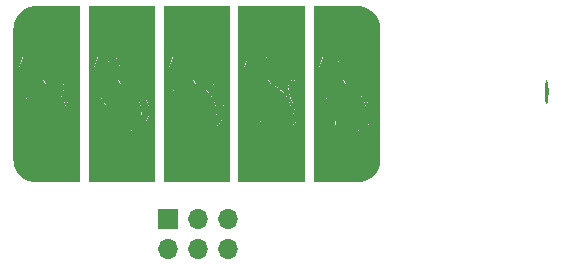
<source format=gbr>
%TF.GenerationSoftware,KiCad,Pcbnew,8.0.2-1*%
%TF.CreationDate,2024-08-22T14:08:19+02:00*%
%TF.ProjectId,Wiccon_social_bat,57696363-6f6e-45f7-936f-6369616c5f62,rev?*%
%TF.SameCoordinates,Original*%
%TF.FileFunction,Soldermask,Top*%
%TF.FilePolarity,Negative*%
%FSLAX46Y46*%
G04 Gerber Fmt 4.6, Leading zero omitted, Abs format (unit mm)*
G04 Created by KiCad (PCBNEW 8.0.2-1) date 2024-08-22 14:08:19*
%MOMM*%
%LPD*%
G01*
G04 APERTURE LIST*
%ADD10C,0.000000*%
%ADD11O,1.700000X1.700000*%
%ADD12R,1.700000X1.700000*%
G04 APERTURE END LIST*
D10*
%TO.C,TP17*%
G36*
X149289777Y-54571244D02*
G01*
X143628305Y-54571244D01*
X143628305Y-45177951D01*
X144019690Y-45177951D01*
X144019709Y-45205827D01*
X144020883Y-45233420D01*
X144023206Y-45260735D01*
X144026672Y-45287776D01*
X144031276Y-45314547D01*
X144037011Y-45341051D01*
X144043873Y-45367292D01*
X144051856Y-45393273D01*
X144060953Y-45419000D01*
X144071161Y-45444474D01*
X144082472Y-45469702D01*
X144094881Y-45494685D01*
X144108384Y-45519428D01*
X144122973Y-45543934D01*
X144155390Y-45592254D01*
X144192089Y-45639673D01*
X144233024Y-45686223D01*
X144278150Y-45731934D01*
X144285044Y-45738719D01*
X144291679Y-45746095D01*
X144298035Y-45754008D01*
X144304093Y-45762401D01*
X144309831Y-45771219D01*
X144315230Y-45780407D01*
X144320270Y-45789908D01*
X144324932Y-45799667D01*
X144329195Y-45809628D01*
X144333039Y-45819736D01*
X144336444Y-45829935D01*
X144339391Y-45840170D01*
X144341860Y-45850384D01*
X144343830Y-45860522D01*
X144345282Y-45870529D01*
X144346196Y-45880349D01*
X144377082Y-46219402D01*
X144395894Y-46388101D01*
X144419770Y-46555546D01*
X144434268Y-46638635D01*
X144450823Y-46721212D01*
X144469702Y-46803213D01*
X144491166Y-46884572D01*
X144515482Y-46965223D01*
X144542912Y-47045100D01*
X144573722Y-47124138D01*
X144608174Y-47202271D01*
X144660618Y-47310494D01*
X144715773Y-47417667D01*
X144773480Y-47523707D01*
X144833579Y-47628534D01*
X144895910Y-47732067D01*
X144960316Y-47834224D01*
X145026635Y-47934925D01*
X145094709Y-48034089D01*
X145134006Y-48093379D01*
X145170343Y-48153453D01*
X145203870Y-48214286D01*
X145234735Y-48275853D01*
X145263088Y-48338127D01*
X145289079Y-48401084D01*
X145312857Y-48464699D01*
X145334571Y-48528946D01*
X145354372Y-48593799D01*
X145372409Y-48659234D01*
X145388831Y-48725225D01*
X145403788Y-48791747D01*
X145429903Y-48926283D01*
X145451951Y-49062638D01*
X145516599Y-50312081D01*
X145520291Y-50316859D01*
X145529914Y-50321463D01*
X145565872Y-50330022D01*
X145697080Y-50343633D01*
X145892960Y-50350853D01*
X146136246Y-50349618D01*
X146409675Y-50337867D01*
X146695982Y-50313537D01*
X146838570Y-50296010D01*
X146977904Y-50274565D01*
X147111825Y-50248943D01*
X147238175Y-50218888D01*
X147354435Y-50185307D01*
X147464723Y-50148185D01*
X147569190Y-50107825D01*
X147667986Y-50064529D01*
X147761259Y-50018599D01*
X147849160Y-49970337D01*
X147931837Y-49920044D01*
X148009442Y-49868024D01*
X148082121Y-49814578D01*
X148150027Y-49760008D01*
X148213307Y-49704617D01*
X148272112Y-49648706D01*
X148326591Y-49592578D01*
X148376893Y-49536534D01*
X148423168Y-49480878D01*
X148465566Y-49425910D01*
X148504236Y-49371933D01*
X148539328Y-49319249D01*
X148599373Y-49218968D01*
X148646900Y-49127485D01*
X148683102Y-49047215D01*
X148709178Y-48980577D01*
X148726322Y-48929985D01*
X148738603Y-48886612D01*
X148738607Y-48886605D01*
X148759359Y-48790406D01*
X148773374Y-48695896D01*
X148781009Y-48602984D01*
X148782624Y-48511578D01*
X148778577Y-48421588D01*
X148769227Y-48332923D01*
X148754933Y-48245491D01*
X148736054Y-48159201D01*
X148712949Y-48073963D01*
X148685976Y-47989686D01*
X148655495Y-47906279D01*
X148621863Y-47823650D01*
X148585441Y-47741708D01*
X148546587Y-47660364D01*
X148463018Y-47499100D01*
X148421684Y-47421225D01*
X148382425Y-47342702D01*
X148346036Y-47263208D01*
X148329168Y-47222996D01*
X148313316Y-47182420D01*
X148298581Y-47141440D01*
X148285061Y-47100015D01*
X148272857Y-47058105D01*
X148262069Y-47015669D01*
X148252796Y-46972666D01*
X148245137Y-46929058D01*
X148239193Y-46884802D01*
X148235063Y-46839860D01*
X148233315Y-46806534D01*
X148233196Y-46773871D01*
X148234742Y-46741885D01*
X148237988Y-46710592D01*
X148242967Y-46680006D01*
X148249717Y-46650143D01*
X148258270Y-46621019D01*
X148268662Y-46592647D01*
X148280928Y-46565044D01*
X148295103Y-46538225D01*
X148311222Y-46512204D01*
X148329319Y-46486998D01*
X148349430Y-46462620D01*
X148371589Y-46439088D01*
X148395832Y-46416414D01*
X148422193Y-46394616D01*
X148446260Y-46374877D01*
X148469930Y-46354492D01*
X148493121Y-46333461D01*
X148515754Y-46311781D01*
X148537750Y-46289455D01*
X148548483Y-46278049D01*
X148559028Y-46266481D01*
X148569372Y-46254751D01*
X148579508Y-46242860D01*
X148589424Y-46230806D01*
X148599111Y-46218590D01*
X148605540Y-46210169D01*
X148611433Y-46201738D01*
X148616789Y-46193309D01*
X148621611Y-46184892D01*
X148625900Y-46176497D01*
X148629657Y-46168136D01*
X148632883Y-46159819D01*
X148635579Y-46151557D01*
X148637747Y-46143360D01*
X148639388Y-46135240D01*
X148640504Y-46127208D01*
X148641094Y-46119273D01*
X148641162Y-46111447D01*
X148640707Y-46103740D01*
X148639732Y-46096164D01*
X148638237Y-46088728D01*
X148636223Y-46081445D01*
X148633693Y-46074323D01*
X148630646Y-46067375D01*
X148627086Y-46060611D01*
X148623011Y-46054041D01*
X148618425Y-46047677D01*
X148613328Y-46041529D01*
X148607721Y-46035608D01*
X148601606Y-46029924D01*
X148594984Y-46024489D01*
X148587856Y-46019313D01*
X148580223Y-46014407D01*
X148572087Y-46009782D01*
X148563449Y-46005448D01*
X148554310Y-46001416D01*
X148544671Y-45997696D01*
X148508495Y-45983963D01*
X148471522Y-45971322D01*
X148433911Y-45959895D01*
X148395821Y-45949803D01*
X148357412Y-45941167D01*
X148318844Y-45934109D01*
X148299549Y-45931209D01*
X148280274Y-45928749D01*
X148261040Y-45926744D01*
X148241864Y-45925210D01*
X148220116Y-45924773D01*
X148198894Y-45925397D01*
X148178205Y-45927070D01*
X148158057Y-45929781D01*
X148138457Y-45933518D01*
X148119412Y-45938270D01*
X148100931Y-45944026D01*
X148083020Y-45950773D01*
X148065688Y-45958502D01*
X148048941Y-45967200D01*
X148032787Y-45976857D01*
X148017234Y-45987460D01*
X148002288Y-45998998D01*
X147987958Y-46011461D01*
X147974251Y-46024835D01*
X147961175Y-46039112D01*
X147948737Y-46054278D01*
X147936943Y-46070322D01*
X147925803Y-46087234D01*
X147915323Y-46105001D01*
X147905511Y-46123613D01*
X147896374Y-46143057D01*
X147887920Y-46163324D01*
X147880157Y-46184400D01*
X147866730Y-46228938D01*
X147856154Y-46276580D01*
X147848488Y-46327236D01*
X147843793Y-46380814D01*
X147841801Y-46429956D01*
X147840930Y-46479006D01*
X147841185Y-46527956D01*
X147842571Y-46576794D01*
X147845094Y-46625511D01*
X147848758Y-46674096D01*
X147853568Y-46722540D01*
X147859529Y-46770832D01*
X147866647Y-46818962D01*
X147874926Y-46866920D01*
X147884371Y-46914697D01*
X147894987Y-46962282D01*
X147906780Y-47009664D01*
X147919754Y-47056834D01*
X147933914Y-47103782D01*
X147949266Y-47150498D01*
X148272485Y-48003022D01*
X148290227Y-48056732D01*
X148306289Y-48110417D01*
X148320427Y-48164051D01*
X148332398Y-48217609D01*
X148341956Y-48271066D01*
X148348858Y-48324397D01*
X148352859Y-48377576D01*
X148353715Y-48430578D01*
X148351182Y-48483377D01*
X148345016Y-48535949D01*
X148334973Y-48588268D01*
X148320808Y-48640309D01*
X148302276Y-48692047D01*
X148291297Y-48717794D01*
X148279135Y-48743455D01*
X148265759Y-48769028D01*
X148251139Y-48794510D01*
X148235245Y-48819896D01*
X148218045Y-48845185D01*
X148207646Y-48859316D01*
X148196728Y-48873446D01*
X148185093Y-48887899D01*
X148172540Y-48902999D01*
X148143887Y-48936437D01*
X148109174Y-48976349D01*
X148109732Y-48919507D01*
X148111087Y-48865253D01*
X148114276Y-48763218D01*
X148115153Y-48714790D01*
X148114914Y-48667655D01*
X148113081Y-48621491D01*
X148111416Y-48598672D01*
X148109174Y-48575974D01*
X148089954Y-48423773D01*
X148064185Y-48275233D01*
X148031858Y-48130373D01*
X147992962Y-47989215D01*
X147947487Y-47851778D01*
X147895424Y-47718082D01*
X147836762Y-47588149D01*
X147771492Y-47461997D01*
X147699602Y-47339647D01*
X147621085Y-47221119D01*
X147535929Y-47106434D01*
X147444124Y-46995612D01*
X147345661Y-46888673D01*
X147240529Y-46785637D01*
X147128719Y-46686524D01*
X147010221Y-46591355D01*
X146983749Y-46571900D01*
X146956660Y-46553658D01*
X146928973Y-46536630D01*
X146900708Y-46520815D01*
X146871885Y-46506214D01*
X146842523Y-46492825D01*
X146812643Y-46480650D01*
X146782264Y-46469689D01*
X146751407Y-46459941D01*
X146720092Y-46451406D01*
X146688338Y-46444085D01*
X146656165Y-46437978D01*
X146623594Y-46433084D01*
X146590644Y-46429403D01*
X146557335Y-46426936D01*
X146523686Y-46425683D01*
X146518434Y-46425522D01*
X146512922Y-46425049D01*
X146507210Y-46424272D01*
X146501359Y-46423201D01*
X146495428Y-46421848D01*
X146489478Y-46420221D01*
X146483567Y-46418332D01*
X146477756Y-46416190D01*
X146472104Y-46413805D01*
X146466672Y-46411188D01*
X146461518Y-46408348D01*
X146456704Y-46405296D01*
X146452289Y-46402041D01*
X146450249Y-46400342D01*
X146448332Y-46398595D01*
X146446544Y-46396803D01*
X146444893Y-46394967D01*
X146443387Y-46393088D01*
X146442033Y-46391167D01*
X146350754Y-46243614D01*
X146260432Y-46096062D01*
X146081384Y-45800957D01*
X146108157Y-45769044D01*
X146134811Y-45737859D01*
X146187282Y-45676701D01*
X146212859Y-45646244D01*
X146237838Y-45615544D01*
X146262099Y-45584358D01*
X146285523Y-45552445D01*
X146303300Y-45525711D01*
X146319606Y-45498583D01*
X146334408Y-45471071D01*
X146347669Y-45443185D01*
X146359355Y-45414934D01*
X146369432Y-45386330D01*
X146377864Y-45357382D01*
X146384616Y-45328100D01*
X146389654Y-45298494D01*
X146392943Y-45268576D01*
X146394448Y-45238353D01*
X146394133Y-45207838D01*
X146391965Y-45177039D01*
X146387907Y-45145968D01*
X146381926Y-45114634D01*
X146373986Y-45083046D01*
X146356788Y-45022368D01*
X146338474Y-44961973D01*
X146319203Y-44901820D01*
X146299134Y-44841871D01*
X146257243Y-44722417D01*
X146214074Y-44603287D01*
X146144487Y-44424939D01*
X146073304Y-44245623D01*
X145924878Y-43875016D01*
X145761567Y-44296097D01*
X145757012Y-44307227D01*
X145752237Y-44317334D01*
X145747183Y-44326451D01*
X145741790Y-44334607D01*
X145738948Y-44338334D01*
X145735999Y-44341833D01*
X145732935Y-44345106D01*
X145729749Y-44348158D01*
X145726434Y-44350993D01*
X145722981Y-44353614D01*
X145719384Y-44356025D01*
X145715635Y-44358230D01*
X145711727Y-44360233D01*
X145707651Y-44362037D01*
X145703402Y-44363647D01*
X145698970Y-44365066D01*
X145694349Y-44366298D01*
X145689530Y-44367346D01*
X145679274Y-44368909D01*
X145668140Y-44369783D01*
X145656069Y-44370000D01*
X145643001Y-44369591D01*
X145628877Y-44368584D01*
X145524262Y-44361507D01*
X145419686Y-44355966D01*
X145315191Y-44352205D01*
X145210815Y-44350465D01*
X145106598Y-44350991D01*
X145002581Y-44354024D01*
X144898803Y-44359808D01*
X144795304Y-44368584D01*
X144779906Y-44369627D01*
X144765574Y-44370140D01*
X144752259Y-44370076D01*
X144745968Y-44369814D01*
X144739911Y-44369390D01*
X144734084Y-44368800D01*
X144728480Y-44368038D01*
X144723093Y-44367097D01*
X144717916Y-44365972D01*
X144712944Y-44364658D01*
X144708169Y-44363148D01*
X144703587Y-44361438D01*
X144699190Y-44359520D01*
X144694973Y-44357391D01*
X144690929Y-44355043D01*
X144687052Y-44352472D01*
X144683335Y-44349672D01*
X144679773Y-44346636D01*
X144676359Y-44343359D01*
X144673088Y-44339836D01*
X144669952Y-44336061D01*
X144666946Y-44332028D01*
X144664063Y-44327731D01*
X144661297Y-44323165D01*
X144658642Y-44318324D01*
X144656092Y-44313203D01*
X144653640Y-44307795D01*
X144651281Y-44302095D01*
X144649007Y-44296097D01*
X144630832Y-44244455D01*
X144612059Y-44192933D01*
X144572877Y-44089442D01*
X144489095Y-43875016D01*
X144486584Y-43878134D01*
X144484158Y-43881029D01*
X144481822Y-43883722D01*
X144479580Y-43886234D01*
X144471659Y-43894863D01*
X144469966Y-43896767D01*
X144468396Y-43898611D01*
X144466957Y-43900414D01*
X144465652Y-43902197D01*
X144464486Y-43903980D01*
X144463957Y-43904878D01*
X144463465Y-43905783D01*
X144463011Y-43906699D01*
X144462594Y-43907627D01*
X144462216Y-43908570D01*
X144461877Y-43909531D01*
X144274322Y-44396198D01*
X144180067Y-44639529D01*
X144084218Y-44882859D01*
X144061763Y-44944345D01*
X144052346Y-44974612D01*
X144044128Y-45004567D01*
X144037103Y-45034214D01*
X144031267Y-45063555D01*
X144026613Y-45092596D01*
X144023136Y-45121340D01*
X144020830Y-45149790D01*
X144019690Y-45177951D01*
X143628305Y-45177951D01*
X143628305Y-39650392D01*
X149289777Y-39650392D01*
X149289777Y-54571244D01*
G37*
G36*
X139195072Y-39653840D02*
G01*
X142927426Y-39653840D01*
X142927426Y-54574692D01*
X139195072Y-54574692D01*
X139095534Y-54572135D01*
X138997314Y-54564544D01*
X138900531Y-54552046D01*
X138805306Y-54534764D01*
X138711762Y-54512823D01*
X138620017Y-54486348D01*
X138530194Y-54455462D01*
X138442414Y-54420291D01*
X138356796Y-54380959D01*
X138273462Y-54337591D01*
X138192533Y-54290310D01*
X138114129Y-54239242D01*
X138038372Y-54184511D01*
X137965382Y-54126241D01*
X137895280Y-54064558D01*
X137828187Y-53999585D01*
X137764224Y-53931447D01*
X137703512Y-53860268D01*
X137646172Y-53786173D01*
X137592324Y-53709287D01*
X137542089Y-53629734D01*
X137495588Y-53547639D01*
X137452943Y-53463125D01*
X137414273Y-53376318D01*
X137379700Y-53287342D01*
X137349345Y-53196321D01*
X137323328Y-53103381D01*
X137301770Y-53008644D01*
X137284793Y-52912237D01*
X137272517Y-52814284D01*
X137265062Y-52714908D01*
X137262550Y-52614235D01*
X137262550Y-45216191D01*
X137676841Y-45216191D01*
X137677868Y-45243785D01*
X137680039Y-45271100D01*
X137683349Y-45298141D01*
X137687795Y-45324911D01*
X137693371Y-45351415D01*
X137700074Y-45377656D01*
X137707898Y-45403638D01*
X137716841Y-45429364D01*
X137726896Y-45454839D01*
X137738060Y-45480066D01*
X137750329Y-45505049D01*
X137763699Y-45529792D01*
X137778164Y-45554298D01*
X137810364Y-45602617D01*
X137846895Y-45650036D01*
X137887722Y-45696585D01*
X137932810Y-45742295D01*
X137939704Y-45749081D01*
X137946339Y-45756458D01*
X137952696Y-45764372D01*
X137958752Y-45772765D01*
X137964490Y-45781584D01*
X137969889Y-45790771D01*
X137974930Y-45800272D01*
X137979591Y-45810031D01*
X137983854Y-45819991D01*
X137987698Y-45830099D01*
X137991103Y-45840298D01*
X137994050Y-45850532D01*
X137996519Y-45860745D01*
X137998489Y-45870883D01*
X137999941Y-45880890D01*
X138000855Y-45890709D01*
X138031741Y-46227773D01*
X138050553Y-46395859D01*
X138074429Y-46562893D01*
X138088927Y-46645839D01*
X138105482Y-46728310D01*
X138124360Y-46810235D01*
X138145825Y-46891542D01*
X138170140Y-46972163D01*
X138197571Y-47052025D01*
X138228380Y-47131058D01*
X138262833Y-47209191D01*
X138315277Y-47317265D01*
X138370432Y-47424045D01*
X138428139Y-47529531D01*
X138488238Y-47633722D01*
X138550569Y-47736619D01*
X138614974Y-47838221D01*
X138681293Y-47938530D01*
X138749367Y-48037545D01*
X138788066Y-48096229D01*
X138823879Y-48155773D01*
X138856951Y-48216146D01*
X138887427Y-48277318D01*
X138915450Y-48339259D01*
X138941166Y-48401937D01*
X138964719Y-48465323D01*
X138986253Y-48529387D01*
X139005914Y-48594098D01*
X139023845Y-48659426D01*
X139040191Y-48725340D01*
X139055097Y-48791810D01*
X139081166Y-48926297D01*
X139103209Y-49062645D01*
X139167854Y-50308632D01*
X139171827Y-50313332D01*
X139181656Y-50317712D01*
X139217820Y-50325441D01*
X139348763Y-50336303D01*
X139543739Y-50340127D01*
X139785803Y-50335820D01*
X140058009Y-50322290D01*
X140343413Y-50298446D01*
X140625068Y-50263196D01*
X140759195Y-50240952D01*
X140886030Y-50215447D01*
X140992990Y-50188860D01*
X141095120Y-50157864D01*
X141192514Y-50122805D01*
X141285266Y-50084026D01*
X141373470Y-50041873D01*
X141457220Y-49996689D01*
X141536611Y-49948819D01*
X141611736Y-49898608D01*
X141682690Y-49846399D01*
X141749566Y-49792538D01*
X141812459Y-49737369D01*
X141871463Y-49681236D01*
X141926671Y-49624484D01*
X141978178Y-49567457D01*
X142026078Y-49510499D01*
X142070465Y-49453955D01*
X142149077Y-49343487D01*
X142214765Y-49238809D01*
X142268283Y-49142674D01*
X142310382Y-49057840D01*
X142341816Y-48987061D01*
X142363337Y-48933093D01*
X142379651Y-48886612D01*
X142376260Y-48886628D01*
X142397013Y-48790467D01*
X142411027Y-48696065D01*
X142418662Y-48603322D01*
X142420277Y-48512137D01*
X142416230Y-48422408D01*
X142406880Y-48334033D01*
X142392586Y-48246913D01*
X142373707Y-48160945D01*
X142350602Y-48076030D01*
X142323629Y-47992064D01*
X142293148Y-47908949D01*
X142259517Y-47826581D01*
X142223095Y-47744861D01*
X142184240Y-47663687D01*
X142100671Y-47502572D01*
X142060461Y-47424694D01*
X142022045Y-47346170D01*
X141986260Y-47266676D01*
X141969617Y-47226464D01*
X141953945Y-47185889D01*
X141939349Y-47144909D01*
X141925935Y-47103484D01*
X141913807Y-47061574D01*
X141903069Y-47019139D01*
X141893826Y-46976137D01*
X141886183Y-46932529D01*
X141880244Y-46888274D01*
X141876115Y-46843331D01*
X141874928Y-46809436D01*
X141875225Y-46776350D01*
X141877058Y-46744073D01*
X141880475Y-46712605D01*
X141885528Y-46681946D01*
X141892264Y-46652096D01*
X141900735Y-46623055D01*
X141910990Y-46594822D01*
X141923080Y-46567399D01*
X141937053Y-46540785D01*
X141952960Y-46514980D01*
X141961654Y-46502380D01*
X141970850Y-46489983D01*
X141980555Y-46477788D01*
X141990774Y-46465796D01*
X142012781Y-46442417D01*
X142036922Y-46419848D01*
X142063245Y-46398087D01*
X142087314Y-46378349D01*
X142110983Y-46357964D01*
X142134175Y-46336932D01*
X142156808Y-46315253D01*
X142178803Y-46292926D01*
X142189536Y-46281520D01*
X142200080Y-46269953D01*
X142210425Y-46258223D01*
X142220560Y-46246331D01*
X142230476Y-46234277D01*
X142240163Y-46222062D01*
X142246592Y-46213641D01*
X142252485Y-46205210D01*
X142257841Y-46196780D01*
X142262664Y-46188363D01*
X142266952Y-46179968D01*
X142270709Y-46171607D01*
X142273935Y-46163290D01*
X142276632Y-46155028D01*
X142278800Y-46146832D01*
X142280441Y-46138712D01*
X142281556Y-46130679D01*
X142282147Y-46122744D01*
X142282214Y-46114918D01*
X142281760Y-46107212D01*
X142280784Y-46099635D01*
X142279289Y-46092200D01*
X142277276Y-46084916D01*
X142274746Y-46077795D01*
X142271699Y-46070847D01*
X142268139Y-46064082D01*
X142264065Y-46057513D01*
X142259479Y-46051148D01*
X142254382Y-46045000D01*
X142248775Y-46039079D01*
X142242660Y-46033396D01*
X142236038Y-46027961D01*
X142228910Y-46022785D01*
X142221278Y-46017879D01*
X142213142Y-46013253D01*
X142204504Y-46008919D01*
X142195366Y-46004887D01*
X142185727Y-46001168D01*
X142149551Y-45987434D01*
X142112578Y-45974793D01*
X142074966Y-45963366D01*
X142036876Y-45953274D01*
X141998467Y-45944638D01*
X141959898Y-45937580D01*
X141940604Y-45934680D01*
X141921329Y-45932221D01*
X141902095Y-45930216D01*
X141882920Y-45928681D01*
X141861481Y-45927930D01*
X141840548Y-45928260D01*
X141820130Y-45929658D01*
X141800235Y-45932111D01*
X141780870Y-45935609D01*
X141762044Y-45940139D01*
X141743765Y-45945689D01*
X141726041Y-45952247D01*
X141708881Y-45959801D01*
X141692291Y-45968339D01*
X141676281Y-45977849D01*
X141660859Y-45988319D01*
X141646032Y-45999737D01*
X141631808Y-46012091D01*
X141618197Y-46025369D01*
X141605205Y-46039559D01*
X141592841Y-46054649D01*
X141581114Y-46070627D01*
X141570030Y-46087481D01*
X141559599Y-46105199D01*
X141549828Y-46123768D01*
X141540726Y-46143178D01*
X141532300Y-46163416D01*
X141524558Y-46184469D01*
X141511162Y-46228976D01*
X141500602Y-46276602D01*
X141492942Y-46327252D01*
X141488248Y-46380829D01*
X141486292Y-46430577D01*
X141485523Y-46480153D01*
X141485930Y-46529548D01*
X141487503Y-46578750D01*
X141490233Y-46627750D01*
X141494108Y-46676538D01*
X141499121Y-46725103D01*
X141505259Y-46773436D01*
X141512514Y-46821526D01*
X141520875Y-46869364D01*
X141530333Y-46916938D01*
X141540877Y-46964240D01*
X141552498Y-47011258D01*
X141565186Y-47057983D01*
X141578930Y-47104405D01*
X141593721Y-47150513D01*
X141916940Y-47999589D01*
X141934681Y-48052690D01*
X141950742Y-48105843D01*
X141964880Y-48159015D01*
X141976850Y-48212178D01*
X141986408Y-48265300D01*
X141993310Y-48318351D01*
X141997311Y-48371302D01*
X141998167Y-48424120D01*
X141995634Y-48476777D01*
X141989469Y-48529242D01*
X141979425Y-48581485D01*
X141965260Y-48633474D01*
X141946730Y-48685180D01*
X141935751Y-48710917D01*
X141923589Y-48736573D01*
X141910213Y-48762142D01*
X141895594Y-48787621D01*
X141879700Y-48813007D01*
X141862500Y-48838296D01*
X141852101Y-48852429D01*
X141841183Y-48866560D01*
X141829547Y-48881013D01*
X141816995Y-48896113D01*
X141788340Y-48929549D01*
X141753625Y-48969460D01*
X141754183Y-48912618D01*
X141755539Y-48858364D01*
X141758729Y-48756329D01*
X141759606Y-48707900D01*
X141759367Y-48660766D01*
X141757533Y-48614602D01*
X141755868Y-48591783D01*
X141753625Y-48569085D01*
X141734444Y-48417531D01*
X141708784Y-48269632D01*
X141676625Y-48125405D01*
X141637947Y-47984863D01*
X141592731Y-47848021D01*
X141540955Y-47714896D01*
X141482601Y-47585503D01*
X141417648Y-47459856D01*
X141346076Y-47337970D01*
X141267866Y-47219861D01*
X141182998Y-47105544D01*
X141091451Y-46995035D01*
X140993205Y-46888347D01*
X140888241Y-46785497D01*
X140776539Y-46686500D01*
X140658079Y-46591370D01*
X140631047Y-46571915D01*
X140603542Y-46553674D01*
X140575568Y-46536645D01*
X140547131Y-46520830D01*
X140518235Y-46506229D01*
X140488886Y-46492841D01*
X140459088Y-46480666D01*
X140428846Y-46469704D01*
X140398166Y-46459956D01*
X140367053Y-46451422D01*
X140335510Y-46444100D01*
X140303545Y-46437993D01*
X140271160Y-46433099D01*
X140238362Y-46429418D01*
X140205155Y-46426951D01*
X140171545Y-46425698D01*
X140166292Y-46425538D01*
X140160780Y-46425064D01*
X140155069Y-46424287D01*
X140149218Y-46423217D01*
X140143287Y-46421863D01*
X140137336Y-46420237D01*
X140131425Y-46418347D01*
X140125614Y-46416205D01*
X140119962Y-46413820D01*
X140114530Y-46411203D01*
X140109376Y-46408363D01*
X140104562Y-46405311D01*
X140100146Y-46402057D01*
X140098107Y-46400357D01*
X140096189Y-46398610D01*
X140094401Y-46396819D01*
X140092750Y-46394982D01*
X140091244Y-46393103D01*
X140089890Y-46391182D01*
X139999143Y-46245627D01*
X139909990Y-46099102D01*
X139732643Y-45804429D01*
X139758294Y-45773654D01*
X139784103Y-45743324D01*
X139835563Y-45683190D01*
X139860894Y-45652982D01*
X139885747Y-45622410D01*
X139909962Y-45591271D01*
X139933380Y-45559365D01*
X139951157Y-45532631D01*
X139967463Y-45505503D01*
X139982264Y-45477991D01*
X139995526Y-45450104D01*
X140007212Y-45421854D01*
X140017289Y-45393250D01*
X140025721Y-45364301D01*
X140032473Y-45335020D01*
X140037511Y-45305414D01*
X140040799Y-45275495D01*
X140042304Y-45245273D01*
X140041989Y-45214758D01*
X140039820Y-45183959D01*
X140035763Y-45152888D01*
X140029781Y-45121553D01*
X140021841Y-45089966D01*
X140004643Y-45030284D01*
X139986329Y-44970400D01*
X139967058Y-44910436D01*
X139946989Y-44850512D01*
X139905098Y-44731273D01*
X139861931Y-44613656D01*
X139794311Y-44435308D01*
X139724138Y-44255992D01*
X139576138Y-43885384D01*
X139412825Y-44306473D01*
X139408269Y-44317601D01*
X139403495Y-44327708D01*
X139398441Y-44336824D01*
X139393049Y-44344979D01*
X139390207Y-44348705D01*
X139387257Y-44352203D01*
X139384194Y-44355476D01*
X139381008Y-44358528D01*
X139377692Y-44361363D01*
X139374240Y-44363984D01*
X139370643Y-44366395D01*
X139366894Y-44368599D01*
X139362985Y-44370602D01*
X139358910Y-44372406D01*
X139354660Y-44374016D01*
X139350228Y-44375435D01*
X139345606Y-44376667D01*
X139340788Y-44377715D01*
X139330532Y-44379277D01*
X139319398Y-44380152D01*
X139307327Y-44380369D01*
X139294259Y-44379959D01*
X139280134Y-44378953D01*
X139176642Y-44371875D01*
X139072910Y-44366334D01*
X138969019Y-44362573D01*
X138865048Y-44360834D01*
X138761078Y-44361359D01*
X138657187Y-44364392D01*
X138553456Y-44370176D01*
X138449965Y-44378953D01*
X138434566Y-44379997D01*
X138420234Y-44380510D01*
X138406919Y-44380447D01*
X138400627Y-44380185D01*
X138394570Y-44379762D01*
X138388743Y-44379172D01*
X138383139Y-44378410D01*
X138377752Y-44377469D01*
X138372575Y-44376344D01*
X138367602Y-44375030D01*
X138362828Y-44373520D01*
X138358246Y-44371810D01*
X138353849Y-44369893D01*
X138349631Y-44367763D01*
X138345587Y-44365416D01*
X138341710Y-44362844D01*
X138337993Y-44360044D01*
X138334431Y-44357008D01*
X138331018Y-44353732D01*
X138327746Y-44350209D01*
X138324610Y-44346433D01*
X138321604Y-44342401D01*
X138318721Y-44338104D01*
X138315955Y-44333538D01*
X138313300Y-44328698D01*
X138310750Y-44323577D01*
X138308298Y-44318170D01*
X138305939Y-44312470D01*
X138303665Y-44306473D01*
X138226261Y-44102829D01*
X138143755Y-43888833D01*
X138141244Y-43891952D01*
X138138818Y-43894848D01*
X138136481Y-43897543D01*
X138134239Y-43900055D01*
X138126318Y-43908686D01*
X138124624Y-43910591D01*
X138123055Y-43912435D01*
X138121615Y-43914238D01*
X138120310Y-43916022D01*
X138119145Y-43917805D01*
X138118616Y-43918703D01*
X138118124Y-43919608D01*
X138117669Y-43920523D01*
X138117252Y-43921451D01*
X138116874Y-43922395D01*
X138116535Y-43923356D01*
X138023131Y-44165174D01*
X137930683Y-44408289D01*
X137837597Y-44651405D01*
X137742279Y-44893227D01*
X137719786Y-44954712D01*
X137710323Y-44984979D01*
X137702043Y-45014933D01*
X137694941Y-45044579D01*
X137689014Y-45073921D01*
X137684257Y-45102961D01*
X137680665Y-45131705D01*
X137678235Y-45160155D01*
X137676962Y-45188316D01*
X137676841Y-45216191D01*
X137262550Y-45216191D01*
X137262550Y-41610840D01*
X137265072Y-41509864D01*
X137272554Y-41410224D01*
X137284874Y-41312042D01*
X137301910Y-41215442D01*
X137323538Y-41120545D01*
X137349636Y-41027475D01*
X137380082Y-40936354D01*
X137414752Y-40847304D01*
X137453523Y-40760449D01*
X137496274Y-40675911D01*
X137542881Y-40593812D01*
X137593221Y-40514276D01*
X137647173Y-40437424D01*
X137704612Y-40363379D01*
X137765417Y-40292264D01*
X137829464Y-40224202D01*
X137896631Y-40159315D01*
X137966796Y-40097725D01*
X138039835Y-40039556D01*
X138115625Y-39984930D01*
X138194045Y-39933969D01*
X138274971Y-39886797D01*
X138358280Y-39843535D01*
X138443850Y-39804306D01*
X138531558Y-39769234D01*
X138621282Y-39738440D01*
X138712898Y-39712047D01*
X138806284Y-39690178D01*
X138901317Y-39672955D01*
X138997875Y-39660502D01*
X139095834Y-39652940D01*
X139195072Y-39650392D01*
X139195072Y-39653840D01*
G37*
G36*
X155638524Y-54571244D02*
G01*
X149977052Y-54571244D01*
X149977052Y-45188316D01*
X150380153Y-45188316D01*
X150380176Y-45216191D01*
X150381334Y-45243785D01*
X150383624Y-45271100D01*
X150387041Y-45298141D01*
X150391582Y-45324911D01*
X150397243Y-45351415D01*
X150404020Y-45377656D01*
X150411910Y-45403638D01*
X150420909Y-45429364D01*
X150431013Y-45454839D01*
X150442219Y-45480066D01*
X150454522Y-45505049D01*
X150467919Y-45529792D01*
X150482407Y-45554298D01*
X150514637Y-45602617D01*
X150551184Y-45650036D01*
X150592016Y-45696585D01*
X150637105Y-45742295D01*
X150643999Y-45749081D01*
X150650635Y-45756458D01*
X150656991Y-45764372D01*
X150663048Y-45772765D01*
X150668786Y-45781584D01*
X150674185Y-45790771D01*
X150679226Y-45800272D01*
X150683887Y-45810031D01*
X150688150Y-45819991D01*
X150691994Y-45830099D01*
X150695400Y-45840298D01*
X150698347Y-45850532D01*
X150700816Y-45860745D01*
X150702786Y-45870883D01*
X150704238Y-45880890D01*
X150705152Y-45890709D01*
X150736037Y-46227773D01*
X150754848Y-46395859D01*
X150778724Y-46562893D01*
X150793221Y-46645839D01*
X150809777Y-46728310D01*
X150828655Y-46810235D01*
X150850120Y-46891542D01*
X150874436Y-46972163D01*
X150901867Y-47052025D01*
X150932677Y-47131058D01*
X150967130Y-47209191D01*
X151019573Y-47317265D01*
X151074728Y-47424045D01*
X151132435Y-47529531D01*
X151192534Y-47633722D01*
X151254865Y-47736619D01*
X151319269Y-47838221D01*
X151385588Y-47938530D01*
X151453660Y-48037545D01*
X151492359Y-48096229D01*
X151528173Y-48155773D01*
X151561245Y-48216146D01*
X151591721Y-48277318D01*
X151619744Y-48339259D01*
X151645460Y-48401937D01*
X151669013Y-48465323D01*
X151690548Y-48529387D01*
X151710208Y-48594098D01*
X151728139Y-48659426D01*
X151744486Y-48725340D01*
X151759392Y-48791810D01*
X151785461Y-48926297D01*
X151807504Y-49062645D01*
X151872148Y-50308632D01*
X151876121Y-50313323D01*
X151885950Y-50317674D01*
X151922114Y-50325299D01*
X152053058Y-50335817D01*
X152248034Y-50339215D01*
X152490098Y-50334524D01*
X152762304Y-50320772D01*
X153047707Y-50296988D01*
X153329363Y-50262204D01*
X153463490Y-50240383D01*
X153590325Y-50215447D01*
X153707472Y-50187340D01*
X153818516Y-50155019D01*
X153923612Y-50118816D01*
X154022918Y-50079069D01*
X154116590Y-50036111D01*
X154204783Y-49990278D01*
X154287655Y-49941904D01*
X154365363Y-49891324D01*
X154438061Y-49838874D01*
X154505907Y-49784888D01*
X154569057Y-49729701D01*
X154627667Y-49673649D01*
X154681894Y-49617066D01*
X154731894Y-49560287D01*
X154777823Y-49503647D01*
X154819838Y-49447481D01*
X154858095Y-49392124D01*
X154892751Y-49337911D01*
X154951884Y-49234256D01*
X154998488Y-49139197D01*
X155033813Y-49055412D01*
X155059110Y-48985582D01*
X155075631Y-48932385D01*
X155087346Y-48886612D01*
X155083959Y-48883156D01*
X155104711Y-48787565D01*
X155118726Y-48693587D01*
X155126361Y-48601135D01*
X155127976Y-48510125D01*
X155123929Y-48420469D01*
X155114579Y-48332083D01*
X155100285Y-48244879D01*
X155081406Y-48158773D01*
X155058301Y-48073678D01*
X155031328Y-47989508D01*
X155000847Y-47906177D01*
X154967216Y-47823599D01*
X154930793Y-47741688D01*
X154891939Y-47660359D01*
X154808370Y-47499100D01*
X154767037Y-47421225D01*
X154727777Y-47342703D01*
X154691388Y-47263211D01*
X154674520Y-47222999D01*
X154658668Y-47182424D01*
X154643933Y-47141445D01*
X154630413Y-47100020D01*
X154618210Y-47058110D01*
X154607421Y-47015675D01*
X154598148Y-46972673D01*
X154590489Y-46929065D01*
X154584545Y-46884810D01*
X154580415Y-46839867D01*
X154578667Y-46805972D01*
X154578548Y-46772886D01*
X154580095Y-46740609D01*
X154583340Y-46709141D01*
X154588320Y-46678482D01*
X154595070Y-46648632D01*
X154603623Y-46619591D01*
X154614016Y-46591359D01*
X154626282Y-46563935D01*
X154640457Y-46537321D01*
X154656576Y-46511516D01*
X154674673Y-46486519D01*
X154694784Y-46462332D01*
X154716943Y-46438953D01*
X154741185Y-46416384D01*
X154767545Y-46394623D01*
X154791614Y-46374885D01*
X154815284Y-46354499D01*
X154838476Y-46333466D01*
X154861110Y-46311786D01*
X154883106Y-46289459D01*
X154893839Y-46278053D01*
X154904384Y-46266486D01*
X154914728Y-46254756D01*
X154924864Y-46242865D01*
X154934780Y-46230812D01*
X154944467Y-46218598D01*
X154950896Y-46210177D01*
X154956788Y-46201746D01*
X154962144Y-46193317D01*
X154966966Y-46184899D01*
X154971255Y-46176504D01*
X154975011Y-46168143D01*
X154978237Y-46159826D01*
X154980934Y-46151564D01*
X154983102Y-46143368D01*
X154984743Y-46135248D01*
X154985858Y-46127215D01*
X154986449Y-46119281D01*
X154986516Y-46111455D01*
X154986062Y-46103748D01*
X154985086Y-46096172D01*
X154983591Y-46088736D01*
X154981578Y-46081452D01*
X154979047Y-46074331D01*
X154976001Y-46067383D01*
X154972441Y-46060619D01*
X154968366Y-46054049D01*
X154963780Y-46047685D01*
X154958683Y-46041537D01*
X154953077Y-46035615D01*
X154946962Y-46029932D01*
X154940339Y-46024497D01*
X154933211Y-46019321D01*
X154925579Y-46014415D01*
X154917443Y-46009789D01*
X154908805Y-46005455D01*
X154899666Y-46001423D01*
X154890027Y-45997704D01*
X154853851Y-45983971D01*
X154816877Y-45971330D01*
X154779266Y-45959903D01*
X154741176Y-45949811D01*
X154702767Y-45941175D01*
X154664198Y-45934116D01*
X154644904Y-45931217D01*
X154625629Y-45928757D01*
X154606395Y-45926752D01*
X154587220Y-45925217D01*
X154565781Y-45924467D01*
X154544848Y-45924796D01*
X154524429Y-45926194D01*
X154504533Y-45928648D01*
X154485169Y-45932145D01*
X154466343Y-45936675D01*
X154448064Y-45942225D01*
X154430340Y-45948783D01*
X154413179Y-45956337D01*
X154396590Y-45964875D01*
X154380580Y-45974385D01*
X154365157Y-45984855D01*
X154350330Y-45996273D01*
X154336107Y-46008627D01*
X154322495Y-46021905D01*
X154309504Y-46036095D01*
X154297140Y-46051185D01*
X154285412Y-46067163D01*
X154274329Y-46084017D01*
X154263898Y-46101735D01*
X154254127Y-46120305D01*
X154245025Y-46139714D01*
X154236599Y-46159952D01*
X154228858Y-46181006D01*
X154215462Y-46225512D01*
X154204902Y-46273139D01*
X154197242Y-46323788D01*
X154192548Y-46377366D01*
X154190592Y-46427076D01*
X154189823Y-46476548D01*
X154190230Y-46525788D01*
X154191803Y-46574800D01*
X154194532Y-46623590D01*
X154198408Y-46672163D01*
X154203420Y-46720523D01*
X154209559Y-46768676D01*
X154216813Y-46816627D01*
X154225175Y-46864381D01*
X154234633Y-46911943D01*
X154245177Y-46959318D01*
X154256798Y-47006511D01*
X154269486Y-47053527D01*
X154283230Y-47100372D01*
X154298020Y-47147049D01*
X154621240Y-47996117D01*
X154638981Y-48049827D01*
X154655044Y-48103512D01*
X154669182Y-48157146D01*
X154681152Y-48210705D01*
X154690711Y-48264162D01*
X154697613Y-48317493D01*
X154701614Y-48370672D01*
X154702470Y-48423674D01*
X154699938Y-48476474D01*
X154693772Y-48529047D01*
X154683729Y-48581366D01*
X154669564Y-48633408D01*
X154651033Y-48685146D01*
X154640054Y-48710894D01*
X154627893Y-48736556D01*
X154614517Y-48762129D01*
X154599898Y-48787611D01*
X154584003Y-48812999D01*
X154566804Y-48838288D01*
X154556403Y-48852419D01*
X154545484Y-48866549D01*
X154533847Y-48881002D01*
X154521294Y-48896102D01*
X154492639Y-48929537D01*
X154457925Y-48969445D01*
X154458483Y-48912605D01*
X154459838Y-48858353D01*
X154463028Y-48756321D01*
X154463905Y-48707892D01*
X154463665Y-48660758D01*
X154461832Y-48614594D01*
X154460167Y-48591775D01*
X154457925Y-48569077D01*
X154439304Y-48417523D01*
X154414060Y-48269625D01*
X154382187Y-48125397D01*
X154343680Y-47984855D01*
X154298536Y-47848014D01*
X154246747Y-47714889D01*
X154188310Y-47585495D01*
X154123220Y-47459848D01*
X154051471Y-47337962D01*
X153973059Y-47219854D01*
X153887979Y-47105537D01*
X153796224Y-46995027D01*
X153697792Y-46888340D01*
X153592676Y-46785490D01*
X153480872Y-46686492D01*
X153362374Y-46591363D01*
X153335904Y-46571908D01*
X153308815Y-46553666D01*
X153281129Y-46536638D01*
X153252864Y-46520824D01*
X153224041Y-46506223D01*
X153194679Y-46492835D01*
X153164800Y-46480661D01*
X153134421Y-46469700D01*
X153103565Y-46459953D01*
X153072249Y-46451419D01*
X153040495Y-46444099D01*
X153008323Y-46437992D01*
X152975751Y-46433098D01*
X152942801Y-46429418D01*
X152909492Y-46426951D01*
X152875844Y-46425698D01*
X152870591Y-46425538D01*
X152865079Y-46425064D01*
X152859367Y-46424287D01*
X152853516Y-46423217D01*
X152847585Y-46421863D01*
X152841634Y-46420236D01*
X152835723Y-46418347D01*
X152829911Y-46416204D01*
X152824259Y-46413819D01*
X152818827Y-46411201D01*
X152813673Y-46408360D01*
X152808859Y-46405308D01*
X152804443Y-46402053D01*
X152802403Y-46400352D01*
X152800486Y-46398605D01*
X152798698Y-46396813D01*
X152797047Y-46394976D01*
X152795541Y-46393096D01*
X152794187Y-46391175D01*
X152703441Y-46245620D01*
X152614289Y-46099094D01*
X152436940Y-45804421D01*
X152462591Y-45773646D01*
X152488401Y-45743317D01*
X152539862Y-45683186D01*
X152565194Y-45652979D01*
X152590047Y-45622408D01*
X152614261Y-45591271D01*
X152637677Y-45559365D01*
X152655454Y-45532630D01*
X152671760Y-45505501D01*
X152686561Y-45477988D01*
X152699823Y-45450101D01*
X152711509Y-45421850D01*
X152721586Y-45393246D01*
X152730017Y-45364298D01*
X152736770Y-45335016D01*
X152741808Y-45305410D01*
X152745096Y-45275492D01*
X152746600Y-45245269D01*
X152746285Y-45214754D01*
X152744116Y-45183955D01*
X152740058Y-45152882D01*
X152734077Y-45121547D01*
X152726136Y-45089959D01*
X152708938Y-45030277D01*
X152690624Y-44970394D01*
X152671353Y-44910430D01*
X152651285Y-44850507D01*
X152609394Y-44731269D01*
X152566228Y-44613648D01*
X152496638Y-44435304D01*
X152425455Y-44255988D01*
X152277028Y-43885384D01*
X152113717Y-44306466D01*
X152109162Y-44317594D01*
X152104388Y-44327701D01*
X152099334Y-44336817D01*
X152093941Y-44344972D01*
X152091099Y-44348699D01*
X152088150Y-44352198D01*
X152085086Y-44355471D01*
X152081900Y-44358523D01*
X152078584Y-44361358D01*
X152075132Y-44363979D01*
X152071535Y-44366390D01*
X152067785Y-44368596D01*
X152063877Y-44370599D01*
X152059801Y-44372403D01*
X152055551Y-44374013D01*
X152051119Y-44375432D01*
X152046498Y-44376664D01*
X152041679Y-44377713D01*
X152031423Y-44379276D01*
X152020289Y-44380151D01*
X152008218Y-44380368D01*
X151995151Y-44379959D01*
X151981027Y-44378953D01*
X151877534Y-44371873D01*
X151773802Y-44366330D01*
X151669911Y-44362568D01*
X151565940Y-44360828D01*
X151461970Y-44361354D01*
X151358080Y-44364388D01*
X151254349Y-44370173D01*
X151150857Y-44378953D01*
X151135459Y-44379996D01*
X151121127Y-44380508D01*
X151107812Y-44380444D01*
X151101520Y-44380182D01*
X151095464Y-44379759D01*
X151089637Y-44379169D01*
X151084033Y-44378406D01*
X151078645Y-44377465D01*
X151073469Y-44376340D01*
X151068496Y-44375026D01*
X151063722Y-44373517D01*
X151059139Y-44371806D01*
X151054742Y-44369889D01*
X151050525Y-44367759D01*
X151046481Y-44365412D01*
X151042603Y-44362841D01*
X151038887Y-44360040D01*
X151035325Y-44357004D01*
X151031911Y-44353727D01*
X151028639Y-44350204D01*
X151025503Y-44346429D01*
X151022496Y-44342396D01*
X151019613Y-44338099D01*
X151016847Y-44333533D01*
X151014192Y-44328693D01*
X151011642Y-44323571D01*
X151009190Y-44318163D01*
X151006830Y-44312463D01*
X151004556Y-44306466D01*
X150927154Y-44099804D01*
X150844647Y-43885384D01*
X150842136Y-43888502D01*
X150839710Y-43891397D01*
X150837373Y-43894091D01*
X150835131Y-43896602D01*
X150827210Y-43905231D01*
X150825517Y-43907136D01*
X150823948Y-43908979D01*
X150822509Y-43910783D01*
X150821204Y-43912566D01*
X150820039Y-43914349D01*
X150819510Y-43915246D01*
X150819018Y-43916152D01*
X150818563Y-43917067D01*
X150818146Y-43917995D01*
X150817768Y-43918939D01*
X150817430Y-43919900D01*
X150632852Y-44407857D01*
X150538970Y-44651351D01*
X150443173Y-44893227D01*
X150421279Y-44954712D01*
X150404060Y-45014933D01*
X150397194Y-45044579D01*
X150391486Y-45073921D01*
X150386931Y-45102961D01*
X150383527Y-45131705D01*
X150381269Y-45160155D01*
X150380153Y-45188316D01*
X149977052Y-45188316D01*
X149977052Y-39650392D01*
X155638524Y-39650392D01*
X155638524Y-54571244D01*
G37*
G36*
X161980460Y-54571244D02*
G01*
X156318990Y-54571244D01*
X156318990Y-45226567D01*
X156740877Y-45226567D01*
X156742010Y-45253879D01*
X156744284Y-45280920D01*
X156747693Y-45307695D01*
X156752231Y-45334208D01*
X156757892Y-45360465D01*
X156764669Y-45386468D01*
X156772556Y-45412223D01*
X156781547Y-45437734D01*
X156791636Y-45463005D01*
X156802816Y-45488042D01*
X156815081Y-45512848D01*
X156828426Y-45537427D01*
X156842843Y-45561785D01*
X156874871Y-45609852D01*
X156911115Y-45657086D01*
X156951526Y-45703521D01*
X156996053Y-45749192D01*
X157002947Y-45756546D01*
X157009583Y-45764345D01*
X157015939Y-45772549D01*
X157021996Y-45781117D01*
X157027735Y-45790009D01*
X157033134Y-45799183D01*
X157038175Y-45808601D01*
X157042836Y-45818221D01*
X157047099Y-45828002D01*
X157050944Y-45837905D01*
X157054349Y-45847889D01*
X157057296Y-45857914D01*
X157059765Y-45867938D01*
X157061735Y-45877922D01*
X157063186Y-45887825D01*
X157064099Y-45897606D01*
X157096901Y-46232618D01*
X157116193Y-46399961D01*
X157140229Y-46566334D01*
X157154686Y-46648954D01*
X157171123Y-46731089D01*
X157189802Y-46812658D01*
X157210987Y-46893579D01*
X157234944Y-46973773D01*
X157261936Y-47053157D01*
X157292227Y-47131652D01*
X157326081Y-47209176D01*
X157377541Y-47316112D01*
X157432191Y-47422038D01*
X157489711Y-47526911D01*
X157549783Y-47630693D01*
X157612087Y-47733342D01*
X157676305Y-47834818D01*
X157742118Y-47935080D01*
X157809207Y-48034089D01*
X157847906Y-48092772D01*
X157883719Y-48152310D01*
X157916790Y-48212668D01*
X157947266Y-48273808D01*
X157975289Y-48335697D01*
X158001005Y-48398299D01*
X158024558Y-48461578D01*
X158046093Y-48525499D01*
X158065753Y-48590027D01*
X158083684Y-48655126D01*
X158100031Y-48720760D01*
X158114936Y-48786896D01*
X158141005Y-48920526D01*
X158163047Y-49055733D01*
X158168887Y-49132758D01*
X158175964Y-49276521D01*
X158192390Y-49675278D01*
X158209455Y-50074035D01*
X158217330Y-50217798D01*
X158224288Y-50294823D01*
X158228222Y-50299699D01*
X158237938Y-50303979D01*
X158273681Y-50310788D01*
X158403175Y-50317691D01*
X158596224Y-50316180D01*
X158836280Y-50306902D01*
X159106799Y-50290506D01*
X159391232Y-50267639D01*
X159673033Y-50238947D01*
X159935657Y-50205079D01*
X160050390Y-50184889D01*
X160159286Y-50159520D01*
X160262490Y-50129352D01*
X160360145Y-50094768D01*
X160452394Y-50056150D01*
X160539383Y-50013878D01*
X160621254Y-49968335D01*
X160698152Y-49919903D01*
X160770221Y-49868963D01*
X160837604Y-49815897D01*
X160900446Y-49761086D01*
X160958889Y-49704913D01*
X161013080Y-49647759D01*
X161063160Y-49590006D01*
X161109274Y-49532035D01*
X161151567Y-49474228D01*
X161190181Y-49416968D01*
X161225261Y-49360635D01*
X161285394Y-49252280D01*
X161333117Y-49152216D01*
X161369582Y-49063498D01*
X161395939Y-48989179D01*
X161413340Y-48932314D01*
X161425880Y-48883156D01*
X161432689Y-48879716D01*
X161452843Y-48784202D01*
X161466340Y-48690442D01*
X161473536Y-48598331D01*
X161474792Y-48507762D01*
X161470467Y-48418628D01*
X161460918Y-48330824D01*
X161446505Y-48244244D01*
X161427586Y-48158782D01*
X161404521Y-48074330D01*
X161377668Y-47990783D01*
X161347387Y-47908036D01*
X161314035Y-47825981D01*
X161277972Y-47744512D01*
X161239556Y-47663524D01*
X161157104Y-47502564D01*
X161116892Y-47424696D01*
X161078476Y-47346221D01*
X161042691Y-47266856D01*
X161026048Y-47226752D01*
X161010376Y-47186319D01*
X160995781Y-47145522D01*
X160982367Y-47104326D01*
X160970239Y-47062695D01*
X160959501Y-47020594D01*
X160950258Y-46977987D01*
X160942616Y-46934839D01*
X160936677Y-46891115D01*
X160932548Y-46846779D01*
X160931360Y-46813492D01*
X160931657Y-46780937D01*
X160933490Y-46749120D01*
X160936907Y-46718047D01*
X160941959Y-46687722D01*
X160948696Y-46658151D01*
X160957168Y-46629338D01*
X160967423Y-46601288D01*
X160979513Y-46574007D01*
X160993486Y-46547500D01*
X161009393Y-46521771D01*
X161027284Y-46496826D01*
X161047208Y-46472670D01*
X161069215Y-46449307D01*
X161093355Y-46426744D01*
X161119678Y-46404984D01*
X161143746Y-46385248D01*
X161167417Y-46364864D01*
X161190609Y-46343832D01*
X161213243Y-46322153D01*
X161235238Y-46299825D01*
X161245972Y-46288419D01*
X161256516Y-46276851D01*
X161266861Y-46265120D01*
X161276997Y-46253228D01*
X161286913Y-46241174D01*
X161296599Y-46228959D01*
X161302730Y-46220537D01*
X161308361Y-46212107D01*
X161313492Y-46203677D01*
X161318123Y-46195260D01*
X161322253Y-46186865D01*
X161325882Y-46178504D01*
X161329009Y-46170187D01*
X161331633Y-46161925D01*
X161333753Y-46153729D01*
X161335369Y-46145609D01*
X161336481Y-46137576D01*
X161337088Y-46129641D01*
X161337189Y-46121815D01*
X161336783Y-46114109D01*
X161335870Y-46106532D01*
X161334449Y-46099097D01*
X161332520Y-46091813D01*
X161330082Y-46084692D01*
X161327135Y-46077744D01*
X161323677Y-46070979D01*
X161319709Y-46064410D01*
X161315228Y-46058045D01*
X161310236Y-46051897D01*
X161304731Y-46045976D01*
X161298713Y-46040293D01*
X161292181Y-46034858D01*
X161285134Y-46029682D01*
X161277572Y-46024775D01*
X161269494Y-46020150D01*
X161260900Y-46015816D01*
X161251789Y-46011784D01*
X161242160Y-46008065D01*
X161205008Y-45994334D01*
X161167577Y-45981694D01*
X161129906Y-45970267D01*
X161092035Y-45960174D01*
X161054005Y-45951537D01*
X161015854Y-45944478D01*
X160996747Y-45941578D01*
X160977624Y-45939118D01*
X160958491Y-45937113D01*
X160939353Y-45935578D01*
X160917614Y-45935141D01*
X160896420Y-45935764D01*
X160875777Y-45937435D01*
X160855690Y-45940142D01*
X160836167Y-45943873D01*
X160817213Y-45948615D01*
X160798835Y-45954358D01*
X160781039Y-45961088D01*
X160763830Y-45968794D01*
X160747216Y-45977463D01*
X160731203Y-45987085D01*
X160715796Y-45997646D01*
X160701003Y-46009135D01*
X160686828Y-46021539D01*
X160673279Y-46034848D01*
X160660362Y-46049048D01*
X160648083Y-46064128D01*
X160636448Y-46080075D01*
X160625463Y-46096879D01*
X160615135Y-46114526D01*
X160605470Y-46133004D01*
X160596474Y-46152303D01*
X160580514Y-46193310D01*
X160567306Y-46237453D01*
X160556898Y-46284633D01*
X160549341Y-46334757D01*
X160544684Y-46387726D01*
X160542130Y-46436867D01*
X160540836Y-46485912D01*
X160540789Y-46534846D01*
X160541972Y-46583653D01*
X160544372Y-46632319D01*
X160547973Y-46680828D01*
X160552760Y-46729165D01*
X160558718Y-46777316D01*
X160565832Y-46825264D01*
X160574088Y-46872994D01*
X160583470Y-46920492D01*
X160593964Y-46967742D01*
X160605554Y-47014729D01*
X160618226Y-47061439D01*
X160631964Y-47107854D01*
X160646754Y-47153962D01*
X160683801Y-47260938D01*
X160723041Y-47367146D01*
X160805389Y-47578064D01*
X160888374Y-47788336D01*
X160928412Y-47893736D01*
X160966575Y-47999581D01*
X160984316Y-48052682D01*
X161000377Y-48105828D01*
X161014515Y-48158985D01*
X161026485Y-48212116D01*
X161036043Y-48265187D01*
X161042945Y-48318162D01*
X161046946Y-48371006D01*
X161047802Y-48423683D01*
X161045269Y-48476157D01*
X161039103Y-48528395D01*
X161029060Y-48580359D01*
X161014895Y-48632015D01*
X160996365Y-48683327D01*
X160985386Y-48708843D01*
X160973224Y-48734260D01*
X160959848Y-48759573D01*
X160945229Y-48784778D01*
X160929335Y-48809871D01*
X160912135Y-48834847D01*
X160902859Y-48847837D01*
X160892785Y-48861110D01*
X160881753Y-48874949D01*
X160869606Y-48889637D01*
X160841323Y-48922694D01*
X160806663Y-48962548D01*
X160807221Y-48905854D01*
X160808576Y-48851992D01*
X160811765Y-48751145D01*
X160812642Y-48703351D01*
X160812403Y-48656770D01*
X160810569Y-48610997D01*
X160808905Y-48588288D01*
X160806663Y-48565629D01*
X160787482Y-48414721D01*
X160761828Y-48267470D01*
X160729684Y-48123889D01*
X160691037Y-47983994D01*
X160645870Y-47847800D01*
X160594170Y-47715322D01*
X160535920Y-47586576D01*
X160471107Y-47461576D01*
X160399715Y-47340338D01*
X160321730Y-47222876D01*
X160237136Y-47109207D01*
X160145918Y-46999344D01*
X160048062Y-46893304D01*
X159943553Y-46791101D01*
X159832375Y-46692750D01*
X159714515Y-46598267D01*
X159688082Y-46578812D01*
X159661101Y-46560571D01*
X159633581Y-46543543D01*
X159605534Y-46527729D01*
X159576968Y-46513128D01*
X159547894Y-46499740D01*
X159518321Y-46487566D01*
X159488260Y-46476605D01*
X159457720Y-46466858D01*
X159426712Y-46458324D01*
X159395246Y-46451003D01*
X159363330Y-46444896D01*
X159330977Y-46440003D01*
X159298194Y-46436323D01*
X159264993Y-46433856D01*
X159231383Y-46432602D01*
X159226130Y-46432442D01*
X159220618Y-46431969D01*
X159214907Y-46431192D01*
X159209055Y-46430121D01*
X159203124Y-46428768D01*
X159197173Y-46427141D01*
X159191262Y-46425251D01*
X159185451Y-46423109D01*
X159179799Y-46420723D01*
X159174366Y-46418105D01*
X159169212Y-46415265D01*
X159164398Y-46412212D01*
X159159982Y-46408957D01*
X159157943Y-46407257D01*
X159156025Y-46405510D01*
X159154237Y-46403717D01*
X159152586Y-46401881D01*
X159151080Y-46400001D01*
X159149726Y-46398079D01*
X159058980Y-46253063D01*
X158969828Y-46107723D01*
X158792480Y-45814774D01*
X158818130Y-45784002D01*
X158843940Y-45753673D01*
X158895402Y-45693542D01*
X158920733Y-45663334D01*
X158945586Y-45632763D01*
X158969800Y-45601624D01*
X158993217Y-45569718D01*
X159010993Y-45543553D01*
X159027300Y-45516853D01*
X159042101Y-45489647D01*
X159055362Y-45461965D01*
X159067048Y-45433839D01*
X159077125Y-45405298D01*
X159085557Y-45376372D01*
X159092309Y-45347093D01*
X159097347Y-45317490D01*
X159100635Y-45287594D01*
X159102140Y-45257436D01*
X159101825Y-45227044D01*
X159099656Y-45196451D01*
X159095598Y-45165685D01*
X159089616Y-45134778D01*
X159081676Y-45103760D01*
X159063501Y-45043091D01*
X159044728Y-44982744D01*
X159005548Y-44863019D01*
X158964455Y-44744587D01*
X158921767Y-44627450D01*
X158854147Y-44449159D01*
X158783974Y-44270220D01*
X158635970Y-43902634D01*
X158591795Y-44013570D01*
X158550489Y-44119649D01*
X158472663Y-44323716D01*
X158468108Y-44334845D01*
X158463333Y-44344953D01*
X158458280Y-44354070D01*
X158452887Y-44362225D01*
X158450045Y-44365953D01*
X158447096Y-44369451D01*
X158444032Y-44372724D01*
X158440846Y-44375776D01*
X158437530Y-44378611D01*
X158434077Y-44381232D01*
X158430480Y-44383643D01*
X158426731Y-44385849D01*
X158422822Y-44387851D01*
X158418746Y-44389656D01*
X158414496Y-44391266D01*
X158410064Y-44392685D01*
X158405442Y-44393916D01*
X158400624Y-44394965D01*
X158390367Y-44396527D01*
X158379233Y-44397402D01*
X158367161Y-44397619D01*
X158354093Y-44397209D01*
X158339969Y-44396203D01*
X158236624Y-44389125D01*
X158133279Y-44383584D01*
X158029934Y-44379823D01*
X157926589Y-44378084D01*
X157823243Y-44378609D01*
X157719897Y-44381643D01*
X157616551Y-44387426D01*
X157513206Y-44396203D01*
X157497808Y-44397246D01*
X157483477Y-44397758D01*
X157470162Y-44397694D01*
X157463870Y-44397432D01*
X157457814Y-44397009D01*
X157451987Y-44396419D01*
X157446383Y-44395656D01*
X157440996Y-44394715D01*
X157435820Y-44393590D01*
X157430848Y-44392276D01*
X157426073Y-44390767D01*
X157421491Y-44389056D01*
X157417095Y-44387139D01*
X157412877Y-44385009D01*
X157408833Y-44382662D01*
X157404956Y-44380091D01*
X157401240Y-44377290D01*
X157397678Y-44374254D01*
X157394264Y-44370978D01*
X157390992Y-44367454D01*
X157387857Y-44363679D01*
X157384850Y-44359646D01*
X157381967Y-44355349D01*
X157379201Y-44350783D01*
X157376546Y-44345943D01*
X157373996Y-44340821D01*
X157371544Y-44335413D01*
X157369184Y-44329713D01*
X157366910Y-44323716D01*
X157207002Y-43906083D01*
X157204490Y-43909201D01*
X157202064Y-43912096D01*
X157199727Y-43914789D01*
X157197485Y-43917300D01*
X157189563Y-43925930D01*
X157187870Y-43927834D01*
X157186301Y-43929678D01*
X157184861Y-43931481D01*
X157183557Y-43933264D01*
X157182391Y-43935047D01*
X157181863Y-43935945D01*
X157181371Y-43936850D01*
X157180917Y-43937766D01*
X157180500Y-43938694D01*
X157180122Y-43939637D01*
X157179784Y-43940598D01*
X156993929Y-44423815D01*
X156900843Y-44665743D01*
X156805524Y-44907021D01*
X156783068Y-44967860D01*
X156773649Y-44997806D01*
X156765427Y-45027440D01*
X156758396Y-45056769D01*
X156752551Y-45085797D01*
X156747883Y-45114528D01*
X156744389Y-45142965D01*
X156742060Y-45171115D01*
X156740892Y-45198981D01*
X156740877Y-45226567D01*
X156318990Y-45226567D01*
X156318990Y-39650392D01*
X161980460Y-39650392D01*
X161980460Y-54571244D01*
G37*
G36*
X166503025Y-39652940D02*
G01*
X166601246Y-39660502D01*
X166698028Y-39672955D01*
X166793252Y-39690178D01*
X166886797Y-39712047D01*
X166978541Y-39738440D01*
X167068364Y-39769234D01*
X167156144Y-39804307D01*
X167241762Y-39843535D01*
X167325096Y-39886797D01*
X167406025Y-39933970D01*
X167484429Y-39984930D01*
X167560186Y-40039557D01*
X167633175Y-40097726D01*
X167703277Y-40159316D01*
X167770370Y-40224203D01*
X167834332Y-40292265D01*
X167895044Y-40363380D01*
X167952385Y-40437425D01*
X168006233Y-40514278D01*
X168056467Y-40593815D01*
X168102968Y-40675914D01*
X168145613Y-40760452D01*
X168184283Y-40847308D01*
X168218856Y-40936358D01*
X168249211Y-41027479D01*
X168275228Y-41120550D01*
X168296786Y-41215447D01*
X168313763Y-41312048D01*
X168326039Y-41410230D01*
X168333494Y-41509871D01*
X168336005Y-41610848D01*
X168336005Y-52610795D01*
X168333494Y-52711770D01*
X168326039Y-52811410D01*
X168313763Y-52909591D01*
X168296786Y-53006191D01*
X168275228Y-53101087D01*
X168249211Y-53194157D01*
X168218856Y-53285278D01*
X168184283Y-53374327D01*
X168145613Y-53461182D01*
X168102968Y-53545721D01*
X168056467Y-53627819D01*
X168006233Y-53707356D01*
X167952385Y-53784208D01*
X167895044Y-53858253D01*
X167834332Y-53929368D01*
X167770370Y-53997430D01*
X167703277Y-54062318D01*
X167633175Y-54123907D01*
X167560186Y-54182077D01*
X167484429Y-54236703D01*
X167406025Y-54287664D01*
X167325096Y-54334837D01*
X167241762Y-54378099D01*
X167156144Y-54417328D01*
X167068364Y-54452401D01*
X166978541Y-54483195D01*
X166886797Y-54509588D01*
X166793252Y-54531457D01*
X166698028Y-54548680D01*
X166601246Y-54561134D01*
X166503025Y-54568696D01*
X166403487Y-54571244D01*
X162674533Y-54571244D01*
X162674533Y-45191772D01*
X163077636Y-45191772D01*
X163077659Y-45219648D01*
X163078817Y-45247241D01*
X163081107Y-45274556D01*
X163084524Y-45301597D01*
X163089065Y-45328368D01*
X163094726Y-45354871D01*
X163101503Y-45381112D01*
X163109393Y-45407094D01*
X163118392Y-45432820D01*
X163128496Y-45458295D01*
X163139702Y-45483522D01*
X163152005Y-45508505D01*
X163165403Y-45533248D01*
X163179890Y-45557754D01*
X163212121Y-45606073D01*
X163248668Y-45653492D01*
X163289501Y-45700041D01*
X163334590Y-45745751D01*
X163341484Y-45752537D01*
X163348120Y-45759914D01*
X163354476Y-45767828D01*
X163360533Y-45776221D01*
X163366271Y-45785040D01*
X163371670Y-45794227D01*
X163376710Y-45803728D01*
X163381372Y-45813487D01*
X163385635Y-45823448D01*
X163389479Y-45833555D01*
X163392885Y-45843754D01*
X163395832Y-45853988D01*
X163398301Y-45864202D01*
X163400271Y-45874340D01*
X163401723Y-45884346D01*
X163402637Y-45894166D01*
X163433525Y-46231229D01*
X163452338Y-46399315D01*
X163476214Y-46566349D01*
X163490711Y-46649294D01*
X163507267Y-46731764D01*
X163526145Y-46813688D01*
X163547609Y-46894995D01*
X163571925Y-46975615D01*
X163599356Y-47055476D01*
X163630165Y-47134508D01*
X163664619Y-47212639D01*
X163717061Y-47320716D01*
X163772216Y-47427498D01*
X163829922Y-47532985D01*
X163890021Y-47637177D01*
X163952353Y-47740074D01*
X164016758Y-47841677D01*
X164083076Y-47941986D01*
X164151149Y-48041001D01*
X164190446Y-48099684D01*
X164226784Y-48159227D01*
X164260310Y-48219600D01*
X164291175Y-48280771D01*
X164319528Y-48342711D01*
X164345519Y-48405390D01*
X164369297Y-48468776D01*
X164391012Y-48532840D01*
X164410813Y-48597552D01*
X164428849Y-48662880D01*
X164445271Y-48728794D01*
X164460228Y-48795265D01*
X164486343Y-48929753D01*
X164508391Y-49066102D01*
X164573039Y-50312089D01*
X164577002Y-50316720D01*
X164586803Y-50320902D01*
X164622870Y-50327906D01*
X164753520Y-50336361D01*
X164948204Y-50337212D01*
X165190134Y-50330215D01*
X165462526Y-50315128D01*
X165748594Y-50291709D01*
X166031553Y-50259715D01*
X166294616Y-50218903D01*
X166401585Y-50196263D01*
X166503743Y-50168714D01*
X166601183Y-50136625D01*
X166693996Y-50100364D01*
X166782277Y-50060302D01*
X166866118Y-50016806D01*
X166945612Y-49970247D01*
X167020852Y-49920993D01*
X167091930Y-49869413D01*
X167158939Y-49815876D01*
X167221972Y-49760752D01*
X167281123Y-49704410D01*
X167336483Y-49647218D01*
X167388145Y-49589546D01*
X167436203Y-49531763D01*
X167480750Y-49474237D01*
X167559678Y-49361436D01*
X167625674Y-49254095D01*
X167679479Y-49155168D01*
X167721836Y-49067606D01*
X167753488Y-48994362D01*
X167775177Y-48938390D01*
X167791637Y-48890069D01*
X167788238Y-48893525D01*
X167808990Y-48797326D01*
X167823005Y-48702816D01*
X167830640Y-48609904D01*
X167832255Y-48518498D01*
X167828208Y-48428508D01*
X167818858Y-48339842D01*
X167804564Y-48252410D01*
X167785685Y-48166121D01*
X167762580Y-48080883D01*
X167735607Y-47996606D01*
X167705126Y-47913199D01*
X167671495Y-47830570D01*
X167635072Y-47748628D01*
X167596218Y-47667284D01*
X167512649Y-47506020D01*
X167471315Y-47428145D01*
X167432056Y-47349622D01*
X167395667Y-47270128D01*
X167378799Y-47229916D01*
X167362947Y-47189340D01*
X167348212Y-47148360D01*
X167334692Y-47106935D01*
X167322489Y-47065024D01*
X167311700Y-47022588D01*
X167302427Y-46979586D01*
X167294768Y-46935978D01*
X167288824Y-46891722D01*
X167284694Y-46846779D01*
X167282946Y-46812885D01*
X167282827Y-46779799D01*
X167284374Y-46747522D01*
X167287619Y-46716054D01*
X167292599Y-46685394D01*
X167299349Y-46655544D01*
X167307902Y-46626503D01*
X167318295Y-46598271D01*
X167330561Y-46570848D01*
X167344736Y-46544233D01*
X167360855Y-46518428D01*
X167378952Y-46493432D01*
X167399063Y-46469244D01*
X167421222Y-46445866D01*
X167445464Y-46423296D01*
X167471824Y-46401536D01*
X167495893Y-46381797D01*
X167519563Y-46361412D01*
X167542755Y-46340380D01*
X167565389Y-46318701D01*
X167587385Y-46296375D01*
X167598118Y-46284969D01*
X167608663Y-46273401D01*
X167619007Y-46261671D01*
X167629143Y-46249780D01*
X167639059Y-46237726D01*
X167648746Y-46225510D01*
X167655175Y-46217089D01*
X167661067Y-46208658D01*
X167666423Y-46200229D01*
X167671245Y-46191811D01*
X167675534Y-46183417D01*
X167679290Y-46175055D01*
X167682516Y-46166738D01*
X167685213Y-46158476D01*
X167687381Y-46150280D01*
X167689022Y-46142160D01*
X167690137Y-46134128D01*
X167690728Y-46126193D01*
X167690795Y-46118367D01*
X167690340Y-46110660D01*
X167689365Y-46103084D01*
X167687870Y-46095648D01*
X167685857Y-46088365D01*
X167683326Y-46081243D01*
X167680280Y-46074295D01*
X167676719Y-46067531D01*
X167672645Y-46060961D01*
X167668059Y-46054597D01*
X167662962Y-46048449D01*
X167657356Y-46042528D01*
X167651241Y-46036844D01*
X167644618Y-46031409D01*
X167637490Y-46026233D01*
X167629858Y-46021327D01*
X167621722Y-46016702D01*
X167613084Y-46012367D01*
X167603945Y-46008335D01*
X167594306Y-46004616D01*
X167558130Y-45990885D01*
X167521156Y-45978245D01*
X167483545Y-45966818D01*
X167445455Y-45956726D01*
X167407046Y-45948089D01*
X167368477Y-45941030D01*
X167349183Y-45938130D01*
X167329908Y-45935669D01*
X167310674Y-45933664D01*
X167291499Y-45932129D01*
X167269751Y-45931379D01*
X167248528Y-45931708D01*
X167227839Y-45933106D01*
X167207691Y-45935560D01*
X167188090Y-45939058D01*
X167169046Y-45943587D01*
X167150564Y-45949137D01*
X167132654Y-45955695D01*
X167115321Y-45963249D01*
X167098574Y-45971787D01*
X167082420Y-45981297D01*
X167066867Y-45991767D01*
X167051922Y-46003185D01*
X167037592Y-46015539D01*
X167023885Y-46028817D01*
X167010809Y-46043007D01*
X166998370Y-46058097D01*
X166986577Y-46074075D01*
X166975437Y-46090929D01*
X166964957Y-46108647D01*
X166955145Y-46127217D01*
X166946009Y-46146627D01*
X166937555Y-46166864D01*
X166929791Y-46187918D01*
X166916364Y-46232425D01*
X166905788Y-46280051D01*
X166898123Y-46330701D01*
X166893428Y-46384278D01*
X166891472Y-46433420D01*
X166890703Y-46482470D01*
X166891110Y-46531420D01*
X166892683Y-46580259D01*
X166895412Y-46628976D01*
X166899288Y-46677562D01*
X166904300Y-46726006D01*
X166910439Y-46774298D01*
X166917694Y-46822429D01*
X166926055Y-46870388D01*
X166935513Y-46918164D01*
X166946057Y-46965749D01*
X166957678Y-47013131D01*
X166970366Y-47060300D01*
X166984110Y-47107247D01*
X166998900Y-47153962D01*
X167322120Y-48006486D01*
X167339861Y-48060196D01*
X167355922Y-48113880D01*
X167370060Y-48167515D01*
X167382030Y-48221073D01*
X167391588Y-48274530D01*
X167398490Y-48327861D01*
X167402491Y-48381040D01*
X167403347Y-48434043D01*
X167400814Y-48486842D01*
X167394649Y-48539415D01*
X167384605Y-48591735D01*
X167370440Y-48643776D01*
X167351910Y-48695514D01*
X167340931Y-48721262D01*
X167328769Y-48746924D01*
X167315393Y-48772498D01*
X167300774Y-48797980D01*
X167284880Y-48823367D01*
X167267680Y-48848656D01*
X167257281Y-48862787D01*
X167246362Y-48876916D01*
X167234726Y-48891368D01*
X167222173Y-48906467D01*
X167193519Y-48939902D01*
X167158805Y-48979813D01*
X167159363Y-48922971D01*
X167160718Y-48868717D01*
X167163908Y-48766682D01*
X167164785Y-48718253D01*
X167164545Y-48671119D01*
X167162712Y-48624955D01*
X167161047Y-48602136D01*
X167158805Y-48579438D01*
X167139585Y-48427276D01*
X167113817Y-48278845D01*
X167081490Y-48134155D01*
X167042594Y-47993218D01*
X166997119Y-47856041D01*
X166945056Y-47722637D01*
X166886395Y-47593015D01*
X166821124Y-47467185D01*
X166749235Y-47345156D01*
X166670718Y-47226940D01*
X166585561Y-47112547D01*
X166493757Y-47001986D01*
X166395293Y-46895267D01*
X166290161Y-46792401D01*
X166178351Y-46693398D01*
X166059852Y-46598267D01*
X166033382Y-46578812D01*
X166006294Y-46560571D01*
X165978608Y-46543543D01*
X165950343Y-46527729D01*
X165921520Y-46513128D01*
X165892158Y-46499740D01*
X165862279Y-46487566D01*
X165831900Y-46476605D01*
X165801043Y-46466858D01*
X165769728Y-46458324D01*
X165737974Y-46451003D01*
X165705801Y-46444896D01*
X165673229Y-46440003D01*
X165640279Y-46436323D01*
X165606969Y-46433856D01*
X165573321Y-46432602D01*
X165568068Y-46432442D01*
X165562556Y-46431969D01*
X165556845Y-46431192D01*
X165550993Y-46430121D01*
X165545062Y-46428768D01*
X165539111Y-46427141D01*
X165533200Y-46425251D01*
X165527389Y-46423109D01*
X165521737Y-46420723D01*
X165516304Y-46418105D01*
X165511150Y-46415265D01*
X165506336Y-46412212D01*
X165501920Y-46408957D01*
X165499881Y-46407257D01*
X165497963Y-46405510D01*
X165496175Y-46403717D01*
X165494524Y-46401881D01*
X165493018Y-46400001D01*
X165491664Y-46398079D01*
X165400387Y-46252524D01*
X165310067Y-46105999D01*
X165131019Y-45811326D01*
X165236920Y-45690091D01*
X165262498Y-45659884D01*
X165287477Y-45629313D01*
X165311738Y-45598176D01*
X165335162Y-45566269D01*
X165352938Y-45539535D01*
X165369244Y-45512406D01*
X165384045Y-45484893D01*
X165397306Y-45457006D01*
X165408992Y-45428755D01*
X165419068Y-45400150D01*
X165427500Y-45371202D01*
X165434252Y-45341920D01*
X165439290Y-45312315D01*
X165442578Y-45282396D01*
X165444083Y-45252174D01*
X165443768Y-45221658D01*
X165441600Y-45190859D01*
X165437542Y-45159787D01*
X165431561Y-45128452D01*
X165423621Y-45096863D01*
X165406422Y-45036185D01*
X165388107Y-44975789D01*
X165368835Y-44915637D01*
X165348766Y-44855688D01*
X165306875Y-44736234D01*
X165263709Y-44617104D01*
X165194121Y-44438759D01*
X165122937Y-44259443D01*
X164974509Y-43888833D01*
X164811198Y-44309922D01*
X164806644Y-44321050D01*
X164801870Y-44331156D01*
X164796817Y-44340272D01*
X164791425Y-44348427D01*
X164788583Y-44352154D01*
X164785634Y-44355652D01*
X164782570Y-44358925D01*
X164779384Y-44361977D01*
X164776068Y-44364811D01*
X164772616Y-44367432D01*
X164769019Y-44369843D01*
X164765269Y-44372048D01*
X164761361Y-44374051D01*
X164757285Y-44375855D01*
X164753035Y-44377465D01*
X164748603Y-44378883D01*
X164743981Y-44380115D01*
X164739163Y-44381163D01*
X164728906Y-44382726D01*
X164717772Y-44383600D01*
X164705700Y-44383817D01*
X164692632Y-44383407D01*
X164678508Y-44382401D01*
X164575017Y-44375324D01*
X164471286Y-44369783D01*
X164367395Y-44366021D01*
X164263425Y-44364282D01*
X164159454Y-44364808D01*
X164055564Y-44367841D01*
X163951833Y-44373624D01*
X163848342Y-44382401D01*
X163832943Y-44383445D01*
X163818611Y-44383959D01*
X163805296Y-44383896D01*
X163799004Y-44383634D01*
X163792947Y-44383210D01*
X163787120Y-44382621D01*
X163781516Y-44381858D01*
X163776129Y-44380917D01*
X163770952Y-44379793D01*
X163765980Y-44378478D01*
X163761205Y-44376969D01*
X163756623Y-44375258D01*
X163752226Y-44373341D01*
X163748009Y-44371212D01*
X163743965Y-44368864D01*
X163740088Y-44366293D01*
X163736372Y-44363492D01*
X163732810Y-44360456D01*
X163729396Y-44357180D01*
X163726125Y-44353657D01*
X163722989Y-44349882D01*
X163719983Y-44345849D01*
X163717100Y-44341553D01*
X163714334Y-44336987D01*
X163711680Y-44332146D01*
X163709129Y-44327025D01*
X163706678Y-44321618D01*
X163704318Y-44315919D01*
X163702045Y-44309922D01*
X163624641Y-44103260D01*
X163542132Y-43888833D01*
X163539621Y-43891952D01*
X163537195Y-43894848D01*
X163534858Y-43897543D01*
X163532616Y-43900055D01*
X163524694Y-43908686D01*
X163523000Y-43910591D01*
X163521431Y-43912435D01*
X163519992Y-43914238D01*
X163518687Y-43916022D01*
X163517522Y-43917805D01*
X163516994Y-43918703D01*
X163516502Y-43919608D01*
X163516047Y-43920523D01*
X163515631Y-43921451D01*
X163515253Y-43922395D01*
X163514915Y-43923356D01*
X163330337Y-44411313D01*
X163236453Y-44654807D01*
X163140655Y-44896683D01*
X163118761Y-44958168D01*
X163101543Y-45018389D01*
X163094677Y-45048035D01*
X163088969Y-45077377D01*
X163084414Y-45106418D01*
X163081010Y-45135161D01*
X163078752Y-45163611D01*
X163077636Y-45191772D01*
X162674533Y-45191772D01*
X162674533Y-39650392D01*
X166403487Y-39650392D01*
X166503025Y-39652940D01*
G37*
G36*
X182422906Y-45930728D02*
G01*
X182431066Y-45934569D01*
X182439124Y-45940895D01*
X182447068Y-45949645D01*
X182454888Y-45960755D01*
X182462572Y-45974164D01*
X182470109Y-45989811D01*
X182477488Y-46007633D01*
X182491727Y-46049555D01*
X182505198Y-46099435D01*
X182517812Y-46156777D01*
X182529479Y-46221087D01*
X182540109Y-46291868D01*
X182549614Y-46368626D01*
X182557902Y-46450864D01*
X182564884Y-46538088D01*
X182570471Y-46629801D01*
X182574573Y-46725508D01*
X182577100Y-46824715D01*
X182577962Y-46926924D01*
X182574573Y-47128338D01*
X182564884Y-47315756D01*
X182549614Y-47485217D01*
X182529479Y-47632755D01*
X182517812Y-47697064D01*
X182505198Y-47754407D01*
X182491727Y-47804287D01*
X182477488Y-47846208D01*
X182462572Y-47879677D01*
X182447068Y-47904196D01*
X182431066Y-47919271D01*
X182422906Y-47923112D01*
X182414655Y-47924407D01*
X182406104Y-47923112D01*
X182397682Y-47919271D01*
X182389398Y-47912945D01*
X182381262Y-47904196D01*
X182373283Y-47893086D01*
X182365470Y-47879677D01*
X182357833Y-47864030D01*
X182350381Y-47846208D01*
X182336069Y-47804287D01*
X182322610Y-47754407D01*
X182310078Y-47697064D01*
X182298548Y-47632755D01*
X182288094Y-47561974D01*
X182278791Y-47485217D01*
X182270715Y-47402979D01*
X182263939Y-47315756D01*
X182258539Y-47224044D01*
X182254589Y-47128338D01*
X182252165Y-47029133D01*
X182251340Y-46926924D01*
X182254729Y-46725508D01*
X182264418Y-46538088D01*
X182279688Y-46368626D01*
X182299824Y-46221087D01*
X182311491Y-46156777D01*
X182324106Y-46099435D01*
X182337577Y-46049555D01*
X182351816Y-46007633D01*
X182366733Y-45974164D01*
X182382239Y-45949645D01*
X182398242Y-45934569D01*
X182406403Y-45930728D01*
X182414655Y-45929434D01*
X182422906Y-45930728D01*
G37*
G36*
X144489659Y-43902179D02*
G01*
X144498640Y-43925235D01*
X144560734Y-44081734D01*
X144648590Y-44318960D01*
X144650481Y-44322364D01*
X144653381Y-44327029D01*
X144656659Y-44332072D01*
X144660442Y-44337241D01*
X144665233Y-44343167D01*
X144669015Y-44346949D01*
X144673554Y-44350984D01*
X144677462Y-44353884D01*
X144681623Y-44356657D01*
X144686666Y-44359809D01*
X144692213Y-44362331D01*
X144698139Y-44364600D01*
X144704191Y-44366618D01*
X144709612Y-44368004D01*
X144714908Y-44369139D01*
X144720329Y-44370022D01*
X144728287Y-44370985D01*
X144735293Y-44371461D01*
X144742095Y-44371733D01*
X144751414Y-44371870D01*
X144759984Y-44371802D01*
X144772500Y-44371325D01*
X144782634Y-44370645D01*
X144793925Y-44369625D01*
X144843891Y-44365446D01*
X144866966Y-44363480D01*
X144877957Y-44362461D01*
X144885381Y-44361879D01*
X144891350Y-44361442D01*
X144897391Y-44361130D01*
X144946987Y-44358335D01*
X144968916Y-44357126D01*
X144978357Y-44356572D01*
X144987248Y-44356096D01*
X144992158Y-44355830D01*
X144996018Y-44355682D01*
X144999715Y-44355564D01*
X145009140Y-44355300D01*
X145015819Y-44355095D01*
X145020174Y-44354963D01*
X145033817Y-44354584D01*
X145038405Y-44354462D01*
X145041394Y-44354340D01*
X145045443Y-44354236D01*
X145049266Y-44354114D01*
X145052238Y-44354062D01*
X145116757Y-44352772D01*
X145128430Y-44352613D01*
X145150508Y-44352613D01*
X145162420Y-44352534D01*
X145175761Y-44352454D01*
X145201838Y-44352181D01*
X145209120Y-44352330D01*
X145215477Y-44352390D01*
X145220730Y-44352509D01*
X145242206Y-44352849D01*
X145252936Y-44353005D01*
X145262276Y-44353203D01*
X145268115Y-44353274D01*
X145273622Y-44353416D01*
X145279936Y-44353511D01*
X145288280Y-44353655D01*
X145296418Y-44353749D01*
X145301744Y-44353861D01*
X145306732Y-44353955D01*
X145313806Y-44354212D01*
X145318583Y-44354393D01*
X145326594Y-44354656D01*
X145331125Y-44354836D01*
X145340326Y-44355178D01*
X145343823Y-44355303D01*
X145353875Y-44355650D01*
X145360842Y-44355885D01*
X145366530Y-44356119D01*
X145372943Y-44356353D01*
X145377054Y-44356544D01*
X145380405Y-44356594D01*
X145383302Y-44356720D01*
X145386829Y-44356796D01*
X145391187Y-44356972D01*
X145394865Y-44357098D01*
X145398921Y-44357274D01*
X145402826Y-44357400D01*
X145406428Y-44357552D01*
X145415077Y-44357959D01*
X145419472Y-44358140D01*
X145424979Y-44358450D01*
X145435060Y-44358982D01*
X145442593Y-44359386D01*
X145449454Y-44359688D01*
X145478210Y-44361279D01*
X145483228Y-44361572D01*
X145487145Y-44361763D01*
X145490329Y-44361939D01*
X145502644Y-44362551D01*
X145512457Y-44363068D01*
X145520591Y-44363584D01*
X145527864Y-44364057D01*
X145534965Y-44364531D01*
X145567878Y-44366793D01*
X145579085Y-44367516D01*
X145589448Y-44368239D01*
X145600012Y-44368922D01*
X145608689Y-44369524D01*
X145618007Y-44370247D01*
X145631840Y-44371198D01*
X145641808Y-44371555D01*
X145646152Y-44371615D01*
X145650674Y-44371644D01*
X145655226Y-44371585D01*
X145659154Y-44371525D01*
X145662397Y-44371257D01*
X145666116Y-44370990D01*
X145669746Y-44370692D01*
X145672186Y-44370365D01*
X145679820Y-44369215D01*
X145682616Y-44368606D01*
X145685882Y-44367886D01*
X145688677Y-44367139D01*
X145692358Y-44366004D01*
X145695292Y-44365035D01*
X145698697Y-44363679D01*
X145708947Y-44358487D01*
X145712884Y-44355943D01*
X145716336Y-44353460D01*
X145720274Y-44350128D01*
X145724180Y-44346373D01*
X145726755Y-44343556D01*
X145729904Y-44339862D01*
X145733736Y-44334533D01*
X145736160Y-44330915D01*
X145738412Y-44327297D01*
X145740529Y-44323611D01*
X145742850Y-44319447D01*
X145745376Y-44314020D01*
X145747253Y-44310026D01*
X145748447Y-44307261D01*
X145749920Y-44303708D01*
X145752003Y-44298534D01*
X145754215Y-44292970D01*
X145756135Y-44287894D01*
X145758055Y-44283143D01*
X145759845Y-44278359D01*
X145766255Y-44261774D01*
X145769960Y-44252410D01*
X145772158Y-44246628D01*
X145780623Y-44224857D01*
X145782417Y-44220161D01*
X145784078Y-44215908D01*
X145785186Y-44213094D01*
X145792042Y-44195490D01*
X145793564Y-44191390D01*
X145794865Y-44188173D01*
X145795848Y-44185669D01*
X145796805Y-44183017D01*
X145797591Y-44181028D01*
X145801477Y-44170801D01*
X145804068Y-44164195D01*
X145806788Y-44157459D01*
X145808472Y-44152828D01*
X145809929Y-44149330D01*
X145873998Y-43984052D01*
X145899609Y-43917710D01*
X145915629Y-43876765D01*
X145916440Y-43878794D01*
X145929253Y-43910698D01*
X145934771Y-43924575D01*
X145938240Y-43933330D01*
X145957354Y-43980897D01*
X145962204Y-43992979D01*
X145989823Y-44062037D01*
X146022941Y-44144693D01*
X146025237Y-44150418D01*
X146057381Y-44230645D01*
X146060146Y-44237525D01*
X146061474Y-44240878D01*
X146083839Y-44297005D01*
X146088833Y-44309732D01*
X146092236Y-44318438D01*
X146116202Y-44378804D01*
X146118255Y-44383912D01*
X146125850Y-44403098D01*
X146128033Y-44408558D01*
X146132364Y-44419475D01*
X146133456Y-44422248D01*
X146134610Y-44425121D01*
X146135263Y-44426752D01*
X146192088Y-44572664D01*
X146228093Y-44667498D01*
X146275438Y-44801960D01*
X146302186Y-44879631D01*
X146312216Y-44910236D01*
X146325190Y-44950496D01*
X146335741Y-44984295D01*
X146341106Y-45002178D01*
X146345219Y-45016663D01*
X146348774Y-45028139D01*
X146360083Y-45068087D01*
X146366687Y-45092619D01*
X146370228Y-45106529D01*
X146372567Y-45115824D01*
X146373480Y-45120621D01*
X146374365Y-45125433D01*
X146375273Y-45130041D01*
X146378962Y-45151870D01*
X146380948Y-45163500D01*
X146382934Y-45178818D01*
X146384068Y-45194703D01*
X146385203Y-45214559D01*
X146385486Y-45232145D01*
X146384635Y-45254554D01*
X146383784Y-45269305D01*
X146381186Y-45291660D01*
X146377783Y-45314509D01*
X146375838Y-45329823D01*
X146370247Y-45352186D01*
X146362469Y-45382084D01*
X146353475Y-45407364D01*
X146344481Y-45431428D01*
X146334646Y-45453226D01*
X146317033Y-45487447D01*
X146294386Y-45527707D01*
X146249597Y-45591117D01*
X146176122Y-45680696D01*
X146126804Y-45739073D01*
X146072205Y-45802548D01*
X146083811Y-45821971D01*
X146111724Y-45868109D01*
X146128076Y-45895105D01*
X146141429Y-45916973D01*
X146229134Y-46061677D01*
X146278621Y-46142657D01*
X146301645Y-46181030D01*
X146431233Y-46390514D01*
X146433164Y-46393563D01*
X146435094Y-46396306D01*
X146436822Y-46398135D01*
X146439972Y-46401184D01*
X146442817Y-46403724D01*
X146446272Y-46406264D01*
X146450032Y-46408805D01*
X146455316Y-46411650D01*
X146459685Y-46414089D01*
X146463648Y-46415918D01*
X146469542Y-46418153D01*
X146474521Y-46420084D01*
X146479093Y-46421506D01*
X146485190Y-46423234D01*
X146489510Y-46424403D01*
X146492851Y-46425145D01*
X146497584Y-46426073D01*
X146501759Y-46426537D01*
X146506770Y-46427001D01*
X146511688Y-46427372D01*
X146517163Y-46427558D01*
X146522731Y-46427743D01*
X146528484Y-46428022D01*
X146533959Y-46428207D01*
X146537857Y-46428207D01*
X146542311Y-46428300D01*
X146547229Y-46428486D01*
X146550199Y-46428764D01*
X146576274Y-46430806D01*
X146581138Y-46431148D01*
X146584329Y-46431470D01*
X146589775Y-46432050D01*
X146596865Y-46432856D01*
X146627667Y-46436768D01*
X146639286Y-46438509D01*
X146648141Y-46439840D01*
X146662730Y-46442706D01*
X146676602Y-46445368D01*
X146687248Y-46447722D01*
X146703957Y-46451568D01*
X146713000Y-46453688D01*
X146724413Y-46456807D01*
X146736637Y-46460112D01*
X146746740Y-46463106D01*
X146757203Y-46466367D01*
X146772735Y-46471269D01*
X146785171Y-46475810D01*
X146803748Y-46482518D01*
X146811849Y-46485769D01*
X146825351Y-46491367D01*
X146833919Y-46494846D01*
X146841390Y-46498215D01*
X146848750Y-46501621D01*
X146855305Y-46504587D01*
X146868491Y-46510879D01*
X146876818Y-46515142D01*
X146884500Y-46518958D01*
X146891489Y-46522576D01*
X146897982Y-46526194D01*
X146905020Y-46530159D01*
X146911116Y-46533579D01*
X146919143Y-46538041D01*
X146929882Y-46544619D01*
X146936460Y-46548646D01*
X146942635Y-46552405D01*
X146950756Y-46557573D01*
X146959414Y-46563479D01*
X146970959Y-46571265D01*
X146978745Y-46576702D01*
X147006337Y-46597496D01*
X147032997Y-46618824D01*
X147053125Y-46634953D01*
X147118261Y-46687339D01*
X147143202Y-46709313D01*
X147229688Y-46785969D01*
X147242603Y-46798470D01*
X147255766Y-46811302D01*
X147281016Y-46835973D01*
X147297740Y-46852448D01*
X147323172Y-46877439D01*
X147337014Y-46890906D01*
X147349640Y-46904654D01*
X147364075Y-46920518D01*
X147379178Y-46936920D01*
X147396979Y-46956220D01*
X147411642Y-46972174D01*
X147422669Y-46984256D01*
X147429321Y-46991363D01*
X147434013Y-46996442D01*
X147436701Y-46999554D01*
X147439208Y-47002574D01*
X147441948Y-47005859D01*
X147443816Y-47008133D01*
X147447185Y-47012223D01*
X147449591Y-47015105D01*
X147451169Y-47017036D01*
X147454355Y-47020910D01*
X147457210Y-47024387D01*
X147459991Y-47027626D01*
X147464494Y-47033097D01*
X147467290Y-47036504D01*
X147485750Y-47058743D01*
X147491915Y-47066200D01*
X147498191Y-47073805D01*
X147507611Y-47085105D01*
X147513139Y-47091862D01*
X147517746Y-47097389D01*
X147520637Y-47100895D01*
X147616219Y-47230377D01*
X147699508Y-47356881D01*
X147785154Y-47506959D01*
X147821369Y-47577467D01*
X147842843Y-47622978D01*
X147895621Y-47743373D01*
X147918848Y-47803576D01*
X147940031Y-47858577D01*
X147949507Y-47887007D01*
X147977056Y-47971215D01*
X147984957Y-47994041D01*
X147992156Y-48021257D01*
X148005752Y-48071063D01*
X148011979Y-48093574D01*
X148016864Y-48111008D01*
X148023209Y-48134719D01*
X148025092Y-48143162D01*
X148027235Y-48152515D01*
X148029017Y-48161045D01*
X148030213Y-48166194D01*
X148030742Y-48168616D01*
X148032857Y-48178259D01*
X148033869Y-48182555D01*
X148034817Y-48186967D01*
X148035449Y-48189722D01*
X148037249Y-48197894D01*
X148037783Y-48200252D01*
X148038134Y-48201725D01*
X148038404Y-48203003D01*
X148038658Y-48204095D01*
X148040256Y-48211239D01*
X148040567Y-48212619D01*
X148040774Y-48213603D01*
X148041018Y-48214669D01*
X148041219Y-48215512D01*
X148041392Y-48216304D01*
X148041503Y-48216840D01*
X148059689Y-48306289D01*
X148070428Y-48364212D01*
X148079540Y-48422786D01*
X148083216Y-48444941D01*
X148086401Y-48467767D01*
X148090117Y-48498025D01*
X148094629Y-48533591D01*
X148099406Y-48575262D01*
X148102326Y-48603132D01*
X148103656Y-48621597D01*
X148104660Y-48644793D01*
X148105129Y-48655157D01*
X148105474Y-48663418D01*
X148105731Y-48687033D01*
X148103445Y-48821283D01*
X148101577Y-48874354D01*
X148100829Y-48903320D01*
X148100082Y-48952654D01*
X148099923Y-48978053D01*
X148103204Y-48974282D01*
X148106424Y-48970573D01*
X148107953Y-48968821D01*
X148146080Y-48924806D01*
X148155167Y-48914204D01*
X148162654Y-48905549D01*
X148180860Y-48883596D01*
X148187972Y-48874538D01*
X148195295Y-48865141D01*
X148207812Y-48848258D01*
X148215331Y-48837393D01*
X148220058Y-48830400D01*
X148225019Y-48823107D01*
X148228214Y-48818188D01*
X148230642Y-48814322D01*
X148233453Y-48809786D01*
X148234922Y-48807422D01*
X148238145Y-48802281D01*
X148241340Y-48797008D01*
X148244382Y-48792003D01*
X148247038Y-48787230D01*
X148249887Y-48782341D01*
X148252273Y-48778221D01*
X148254198Y-48774834D01*
X148259430Y-48765175D01*
X148261021Y-48762173D01*
X148262871Y-48758581D01*
X148264235Y-48755943D01*
X148269873Y-48745202D01*
X148270784Y-48743308D01*
X148271196Y-48742446D01*
X148271670Y-48741438D01*
X148271986Y-48740794D01*
X148272738Y-48739179D01*
X148273394Y-48737783D01*
X148274244Y-48735998D01*
X148278787Y-48726441D01*
X148281186Y-48721304D01*
X148283970Y-48715103D01*
X148285464Y-48711527D01*
X148289329Y-48702456D01*
X148290422Y-48699831D01*
X148291354Y-48697691D01*
X148292520Y-48694943D01*
X148293469Y-48692505D01*
X148294538Y-48689572D01*
X148295498Y-48686859D01*
X148298066Y-48679664D01*
X148299262Y-48676398D01*
X148304169Y-48662759D01*
X148307244Y-48654090D01*
X148311524Y-48642053D01*
X148311898Y-48640655D01*
X148312853Y-48637264D01*
X148316683Y-48623265D01*
X148318383Y-48617007D01*
X148319779Y-48611747D01*
X148320409Y-48609498D01*
X148320894Y-48607683D01*
X148324692Y-48593790D01*
X148325329Y-48591411D01*
X148325731Y-48589869D01*
X148330368Y-48565698D01*
X148335682Y-48539267D01*
X148337080Y-48528919D01*
X148338199Y-48518011D01*
X148339318Y-48507943D01*
X148340357Y-48498936D01*
X148341088Y-48492469D01*
X148341632Y-48487833D01*
X148341953Y-48484992D01*
X148342614Y-48471187D01*
X148342843Y-48466194D01*
X148343170Y-48458376D01*
X148343504Y-48452130D01*
X148343614Y-48449806D01*
X148343988Y-48442299D01*
X148344090Y-48440095D01*
X148344157Y-48438582D01*
X148344451Y-48432337D01*
X148344431Y-48430678D01*
X148344396Y-48429033D01*
X148344178Y-48415358D01*
X148344075Y-48409898D01*
X148344040Y-48406594D01*
X148343771Y-48390036D01*
X148343721Y-48384949D01*
X148343622Y-48378282D01*
X148343128Y-48371960D01*
X148342239Y-48360700D01*
X148341850Y-48355848D01*
X148341511Y-48351416D01*
X148341285Y-48348183D01*
X148341068Y-48345598D01*
X148340954Y-48343853D01*
X148340410Y-48336724D01*
X148339721Y-48327500D01*
X148331314Y-48265702D01*
X148311677Y-48167059D01*
X148294122Y-48101900D01*
X148280436Y-48055783D01*
X148257526Y-47989136D01*
X148236699Y-47934688D01*
X148202391Y-47843463D01*
X148186022Y-47800558D01*
X148176890Y-47776608D01*
X148128996Y-47650552D01*
X148108554Y-47596914D01*
X148071472Y-47498838D01*
X148051511Y-47445552D01*
X148040516Y-47416626D01*
X147943629Y-47161553D01*
X147936390Y-47140380D01*
X147928428Y-47115770D01*
X147919018Y-47086455D01*
X147910735Y-47058451D01*
X147905123Y-47038245D01*
X147898668Y-47017197D01*
X147893897Y-46995588D01*
X147887162Y-46967243D01*
X147880707Y-46941705D01*
X147875094Y-46915606D01*
X147870885Y-46893435D01*
X147866675Y-46873510D01*
X147861904Y-46846288D01*
X147853255Y-46783246D01*
X147843608Y-46717861D01*
X147838249Y-46663196D01*
X147836105Y-46602099D01*
X147830746Y-46534571D01*
X147830746Y-46454181D01*
X147832890Y-46384509D01*
X147838249Y-46320196D01*
X147850040Y-46256956D01*
X147874693Y-46172278D01*
X147911136Y-46098318D01*
X147931895Y-46066081D01*
X147952826Y-46040320D01*
X147971610Y-46021000D01*
X147993614Y-46000606D01*
X148019375Y-45982358D01*
X148042989Y-45967868D01*
X148073580Y-45953914D01*
X148096121Y-45945327D01*
X148122955Y-45937277D01*
X148151400Y-45931373D01*
X148184674Y-45928153D01*
X148210700Y-45926833D01*
X148227091Y-45926833D01*
X148240204Y-45927578D01*
X148253912Y-45928621D01*
X148262704Y-45929515D01*
X148274028Y-45930707D01*
X148290270Y-45932793D01*
X148305469Y-45934730D01*
X148323498Y-45938008D01*
X148345551Y-45942330D01*
X148362389Y-45945906D01*
X148401311Y-45955416D01*
X148426732Y-45962119D01*
X148461668Y-45972862D01*
X148479259Y-45978856D01*
X148488210Y-45981930D01*
X148533488Y-45998605D01*
X148556567Y-46008477D01*
X148566578Y-46013551D01*
X148578743Y-46021198D01*
X148584721Y-46025470D01*
X148590158Y-46029820D01*
X148594229Y-46033389D01*
X148600664Y-46039725D01*
X148604708Y-46043991D01*
X148608640Y-46048816D01*
X148611512Y-46052720D01*
X148615523Y-46058588D01*
X148618925Y-46064311D01*
X148621400Y-46069106D01*
X148623835Y-46074740D01*
X148625386Y-46078652D01*
X148626245Y-46081110D01*
X148627143Y-46083900D01*
X148628043Y-46087085D01*
X148628907Y-46090253D01*
X148629569Y-46093363D01*
X148630166Y-46096335D01*
X148630504Y-46098243D01*
X148630582Y-46098848D01*
X148630856Y-46100935D01*
X148630990Y-46102052D01*
X148631079Y-46102778D01*
X148631329Y-46104609D01*
X148631441Y-46105441D01*
X148631502Y-46106457D01*
X148631812Y-46112226D01*
X148631812Y-46122371D01*
X148631175Y-46129771D01*
X148629508Y-46140210D01*
X148628456Y-46145183D01*
X148627591Y-46148508D01*
X148626677Y-46152066D01*
X148626328Y-46153263D01*
X148623718Y-46161184D01*
X148621126Y-46167959D01*
X148620164Y-46170413D01*
X148615262Y-46180782D01*
X148608741Y-46192798D01*
X148602220Y-46203303D01*
X148594914Y-46213688D01*
X148587527Y-46223244D01*
X148586449Y-46224612D01*
X148585623Y-46225639D01*
X148566159Y-46249118D01*
X148542924Y-46275715D01*
X148514962Y-46305041D01*
X148511535Y-46308345D01*
X148504026Y-46315809D01*
X148499035Y-46320685D01*
X148484661Y-46334433D01*
X148476857Y-46341473D01*
X148454861Y-46361114D01*
X148425069Y-46386290D01*
X148404846Y-46402695D01*
X148392210Y-46412844D01*
X148377984Y-46425776D01*
X148358843Y-46444141D01*
X148335823Y-46468972D01*
X148322373Y-46485526D01*
X148310992Y-46501045D01*
X148297283Y-46520444D01*
X148279763Y-46551350D01*
X148269607Y-46571098D01*
X148260649Y-46591558D01*
X148255592Y-46604791D01*
X148250197Y-46619373D01*
X148246067Y-46632607D01*
X148242106Y-46646936D01*
X148239324Y-46656460D01*
X148236796Y-46667814D01*
X148234224Y-46679327D01*
X148233428Y-46683553D01*
X148232226Y-46690745D01*
X148231280Y-46696611D01*
X148230730Y-46699831D01*
X148230452Y-46701694D01*
X148230182Y-46703278D01*
X148228786Y-46712003D01*
X148228577Y-46713651D01*
X148228367Y-46716047D01*
X148227918Y-46719641D01*
X148225905Y-46738707D01*
X148225166Y-46749666D01*
X148224551Y-46765428D01*
X148224058Y-46779465D01*
X148223689Y-46791409D01*
X148224598Y-46824022D01*
X148227631Y-46859350D01*
X148230486Y-46891466D01*
X148233236Y-46911272D01*
X148234467Y-46920503D01*
X148235821Y-46930308D01*
X148236969Y-46936995D01*
X148244565Y-46982877D01*
X148261112Y-47049064D01*
X148284898Y-47127661D01*
X148310752Y-47202121D01*
X148330401Y-47248658D01*
X148353153Y-47300367D01*
X148375904Y-47350007D01*
X148407964Y-47414125D01*
X148426428Y-47450335D01*
X148445034Y-47484866D01*
X148460791Y-47514704D01*
X148469507Y-47531345D01*
X148474832Y-47541577D01*
X148484341Y-47559965D01*
X148501198Y-47592404D01*
X148506051Y-47601800D01*
X148508006Y-47605536D01*
X148514754Y-47618559D01*
X148517667Y-47624158D01*
X148519585Y-47627890D01*
X148521260Y-47631103D01*
X148522736Y-47633975D01*
X148527189Y-47642541D01*
X148528415Y-47644871D01*
X148536098Y-47659729D01*
X148538145Y-47663766D01*
X148539592Y-47666828D01*
X148542522Y-47672987D01*
X148544392Y-47676912D01*
X148546139Y-47680611D01*
X148550975Y-47690696D01*
X148552639Y-47694193D01*
X148553747Y-47696510D01*
X148554330Y-47697775D01*
X148556956Y-47703282D01*
X148559789Y-47709148D01*
X148561668Y-47713135D01*
X148562101Y-47713989D01*
X148586810Y-47766830D01*
X148602924Y-47804343D01*
X148617454Y-47837365D01*
X148627345Y-47861707D01*
X148630359Y-47869280D01*
X148639962Y-47892703D01*
X148643683Y-47901915D01*
X148646134Y-47907905D01*
X148648629Y-47914530D01*
X148650944Y-47921020D01*
X148667426Y-47966025D01*
X148670635Y-47974797D01*
X148672074Y-47978706D01*
X148676496Y-47990931D01*
X148677929Y-47995201D01*
X148679333Y-47999670D01*
X148680679Y-48003968D01*
X148682759Y-48011035D01*
X148693220Y-48041942D01*
X148705583Y-48081408D01*
X148712002Y-48107085D01*
X148718621Y-48130776D01*
X148720171Y-48136589D01*
X148721666Y-48142015D01*
X148723438Y-48148991D01*
X148724853Y-48153804D01*
X148725673Y-48156953D01*
X148726558Y-48160122D01*
X148726935Y-48161693D01*
X148727172Y-48162727D01*
X148727375Y-48163697D01*
X148729152Y-48171784D01*
X148729667Y-48174077D01*
X148729812Y-48174825D01*
X148731192Y-48181128D01*
X148731608Y-48183067D01*
X148731890Y-48184327D01*
X148733991Y-48193890D01*
X148734379Y-48195636D01*
X148735647Y-48201488D01*
X148736766Y-48206588D01*
X148737914Y-48211722D01*
X148738805Y-48215839D01*
X148740011Y-48221450D01*
X148740540Y-48223775D01*
X148740763Y-48224893D01*
X148741031Y-48226043D01*
X148741271Y-48227137D01*
X148746641Y-48253285D01*
X148749194Y-48268021D01*
X148751166Y-48280437D01*
X148752791Y-48290996D01*
X148759216Y-48330947D01*
X148759930Y-48334338D01*
X148762340Y-48357004D01*
X148765106Y-48383150D01*
X148766802Y-48399570D01*
X148768122Y-48412152D01*
X148769318Y-48423096D01*
X148769485Y-48428166D01*
X148770655Y-48452628D01*
X148773218Y-48513942D01*
X148772881Y-48534863D01*
X148771531Y-48608083D01*
X148764783Y-48696487D01*
X148752101Y-48777817D01*
X148744957Y-48815920D01*
X148730076Y-48884221D01*
X148716437Y-48933470D01*
X148699768Y-48981205D01*
X148681963Y-49028181D01*
X148671166Y-49052238D01*
X148630734Y-49141734D01*
X148613207Y-49174490D01*
X148593239Y-49214547D01*
X148582531Y-49233059D01*
X148576723Y-49242859D01*
X148569373Y-49255291D01*
X148565698Y-49261507D01*
X148526744Y-49325675D01*
X148491205Y-49378273D01*
X148463342Y-49418362D01*
X148442445Y-49445941D01*
X148431996Y-49459730D01*
X148426772Y-49466625D01*
X148403150Y-49494982D01*
X148376027Y-49528001D01*
X148354447Y-49552176D01*
X148343657Y-49564264D01*
X148320519Y-49590999D01*
X148293144Y-49618921D01*
X148263396Y-49649764D01*
X148254773Y-49657931D01*
X148244318Y-49667146D01*
X148230340Y-49681842D01*
X148208118Y-49702988D01*
X148173709Y-49733096D01*
X148121379Y-49776824D01*
X148048619Y-49834171D01*
X147951845Y-49901913D01*
X147866610Y-49955059D01*
X147786868Y-50003109D01*
X147695880Y-50048091D01*
X147619204Y-50084896D01*
X147543551Y-50114543D01*
X147415759Y-50164638D01*
X147314548Y-50194286D01*
X147164852Y-50236647D01*
X146996481Y-50269941D01*
X146776743Y-50304186D01*
X146464129Y-50335233D01*
X146170531Y-50350509D01*
X145992843Y-50352476D01*
X145857784Y-50351589D01*
X145795911Y-50349280D01*
X145689183Y-50345218D01*
X145555260Y-50331477D01*
X145520658Y-50323204D01*
X145511102Y-50318636D01*
X145507426Y-50313840D01*
X145490831Y-49990889D01*
X145474161Y-49672334D01*
X145442816Y-49066064D01*
X145423169Y-48943221D01*
X145408383Y-48863100D01*
X145372379Y-48700167D01*
X145342568Y-48585198D01*
X145305238Y-48470791D01*
X145277315Y-48396361D01*
X145247830Y-48324676D01*
X145140023Y-48116967D01*
X145080657Y-48030201D01*
X144943981Y-47823194D01*
X144822974Y-47625714D01*
X144764666Y-47525440D01*
X144688215Y-47385202D01*
X144583620Y-47170744D01*
X144522863Y-47018093D01*
X144505992Y-46965408D01*
X144478780Y-46875476D01*
X144439630Y-46716976D01*
X144419112Y-46606179D01*
X144406236Y-46528432D01*
X144396860Y-46461757D01*
X144389635Y-46410173D01*
X144371570Y-46251734D01*
X144357354Y-46102459D01*
X144341476Y-45932294D01*
X144336296Y-45875339D01*
X144333068Y-45852541D01*
X144327419Y-45830954D01*
X144320559Y-45812797D01*
X144314252Y-45798395D01*
X144310947Y-45791630D01*
X144306476Y-45782890D01*
X144301183Y-45773948D01*
X144296256Y-45766222D01*
X144290618Y-45758317D01*
X144284017Y-45749689D01*
X144276916Y-45741681D01*
X144268665Y-45733430D01*
X144258731Y-45723416D01*
X144227508Y-45691761D01*
X144223586Y-45687750D01*
X144216278Y-45679417D01*
X144209147Y-45671351D01*
X144187449Y-45646662D01*
X144182125Y-45640586D01*
X144168472Y-45622817D01*
X144148315Y-45596788D01*
X144147270Y-45595516D01*
X144146102Y-45593947D01*
X144138691Y-45582915D01*
X144126664Y-45564968D01*
X144119655Y-45554484D01*
X144113186Y-45544970D01*
X144107535Y-45535187D01*
X144100629Y-45523625D01*
X144093933Y-45511696D01*
X144090381Y-45505033D01*
X144084503Y-45494161D01*
X144073000Y-45470992D01*
X144065259Y-45453716D01*
X144057329Y-45434931D01*
X144040978Y-45391734D01*
X144027080Y-45339556D01*
X144020924Y-45308548D01*
X144016740Y-45284396D01*
X144013698Y-45259104D01*
X144011088Y-45223682D01*
X144010665Y-45193744D01*
X144010803Y-45176003D01*
X144011698Y-45151872D01*
X144012594Y-45140024D01*
X144013489Y-45129898D01*
X144015599Y-45108221D01*
X144017626Y-45094031D01*
X144021004Y-45072545D01*
X144024788Y-45052680D01*
X144029234Y-45031109D01*
X144036784Y-45000460D01*
X144043102Y-44977147D01*
X144046147Y-44967223D01*
X144055419Y-44939213D01*
X144069608Y-44900542D01*
X144080877Y-44870891D01*
X144096883Y-44829990D01*
X144115511Y-44782829D01*
X144134185Y-44735247D01*
X144151256Y-44692033D01*
X144159452Y-44671292D01*
X144165422Y-44656079D01*
X144174203Y-44633599D01*
X144179040Y-44621079D01*
X144193785Y-44582913D01*
X144201807Y-44562148D01*
X144209829Y-44541384D01*
X144217851Y-44520620D01*
X144221212Y-44511919D01*
X144224574Y-44503217D01*
X144229234Y-44491155D01*
X144232596Y-44482453D01*
X144237256Y-44470390D01*
X144240617Y-44461689D01*
X144243979Y-44452987D01*
X144248639Y-44440925D01*
X144252001Y-44432223D01*
X144256661Y-44420161D01*
X144260023Y-44411459D01*
X144267709Y-44391562D01*
X144294017Y-44323021D01*
X144298752Y-44310691D01*
X144301989Y-44302161D01*
X144309969Y-44281564D01*
X144311635Y-44277160D01*
X144313276Y-44272898D01*
X144321300Y-44252064D01*
X144324675Y-44243475D01*
X144326048Y-44239954D01*
X144329305Y-44231258D01*
X144332673Y-44222536D01*
X144337346Y-44210539D01*
X144339050Y-44206133D01*
X144340685Y-44201807D01*
X144344075Y-44193145D01*
X144348724Y-44180976D01*
X144352130Y-44172376D01*
X144360151Y-44151659D01*
X144368098Y-44130975D01*
X144371644Y-44122031D01*
X144387592Y-44080810D01*
X144403211Y-44042700D01*
X144410372Y-44021460D01*
X144421636Y-43992673D01*
X144433200Y-43962324D01*
X144445072Y-43931407D01*
X144453423Y-43909583D01*
X144456294Y-43904348D01*
X144468885Y-43890074D01*
X144479800Y-43876753D01*
X144489659Y-43902179D01*
G37*
G36*
X138149852Y-43911087D02*
G01*
X138158833Y-43934143D01*
X138220927Y-44090642D01*
X138308783Y-44327868D01*
X138310674Y-44331272D01*
X138313574Y-44335937D01*
X138316852Y-44340980D01*
X138320635Y-44346149D01*
X138325426Y-44352075D01*
X138329208Y-44355857D01*
X138333747Y-44359892D01*
X138337655Y-44362792D01*
X138341816Y-44365565D01*
X138346859Y-44368717D01*
X138352406Y-44371239D01*
X138358332Y-44373508D01*
X138364384Y-44375526D01*
X138369805Y-44376912D01*
X138375101Y-44378047D01*
X138380522Y-44378930D01*
X138388480Y-44379893D01*
X138395486Y-44380369D01*
X138402288Y-44380641D01*
X138411607Y-44380778D01*
X138420177Y-44380710D01*
X138432693Y-44380233D01*
X138442827Y-44379553D01*
X138454118Y-44378533D01*
X138504084Y-44374354D01*
X138527159Y-44372388D01*
X138538150Y-44371369D01*
X138545574Y-44370787D01*
X138551543Y-44370350D01*
X138557584Y-44370038D01*
X138607180Y-44367243D01*
X138629109Y-44366034D01*
X138638550Y-44365480D01*
X138647441Y-44365004D01*
X138652351Y-44364738D01*
X138656211Y-44364590D01*
X138659908Y-44364472D01*
X138669333Y-44364208D01*
X138676012Y-44364003D01*
X138680367Y-44363871D01*
X138694010Y-44363492D01*
X138698598Y-44363370D01*
X138701587Y-44363248D01*
X138705636Y-44363144D01*
X138709459Y-44363022D01*
X138712431Y-44362970D01*
X138776950Y-44361680D01*
X138788623Y-44361521D01*
X138810701Y-44361521D01*
X138822613Y-44361442D01*
X138835954Y-44361362D01*
X138862031Y-44361089D01*
X138869313Y-44361238D01*
X138875670Y-44361298D01*
X138880923Y-44361417D01*
X138902399Y-44361757D01*
X138913129Y-44361913D01*
X138922469Y-44362111D01*
X138928308Y-44362182D01*
X138933815Y-44362324D01*
X138940129Y-44362419D01*
X138948473Y-44362563D01*
X138956611Y-44362657D01*
X138961937Y-44362769D01*
X138966925Y-44362863D01*
X138973999Y-44363120D01*
X138978776Y-44363301D01*
X138986787Y-44363564D01*
X138991318Y-44363744D01*
X139000519Y-44364086D01*
X139004016Y-44364211D01*
X139014068Y-44364558D01*
X139021035Y-44364793D01*
X139026723Y-44365027D01*
X139033136Y-44365261D01*
X139037247Y-44365452D01*
X139040598Y-44365502D01*
X139043495Y-44365628D01*
X139047022Y-44365704D01*
X139051380Y-44365880D01*
X139055058Y-44366006D01*
X139059114Y-44366182D01*
X139063019Y-44366308D01*
X139066621Y-44366460D01*
X139075270Y-44366867D01*
X139079665Y-44367048D01*
X139085172Y-44367358D01*
X139095253Y-44367890D01*
X139102786Y-44368294D01*
X139109647Y-44368596D01*
X139138403Y-44370187D01*
X139143421Y-44370480D01*
X139147338Y-44370671D01*
X139150522Y-44370847D01*
X139162837Y-44371459D01*
X139172650Y-44371976D01*
X139180784Y-44372492D01*
X139188057Y-44372965D01*
X139195158Y-44373439D01*
X139228071Y-44375701D01*
X139239278Y-44376424D01*
X139249641Y-44377147D01*
X139260205Y-44377830D01*
X139268882Y-44378432D01*
X139278200Y-44379155D01*
X139292033Y-44380106D01*
X139302001Y-44380463D01*
X139306345Y-44380523D01*
X139310867Y-44380552D01*
X139315419Y-44380493D01*
X139319347Y-44380433D01*
X139322590Y-44380165D01*
X139326309Y-44379898D01*
X139329939Y-44379600D01*
X139332379Y-44379273D01*
X139340013Y-44378123D01*
X139342809Y-44377514D01*
X139346075Y-44376794D01*
X139348870Y-44376047D01*
X139352551Y-44374912D01*
X139355485Y-44373943D01*
X139358890Y-44372587D01*
X139369140Y-44367395D01*
X139373077Y-44364851D01*
X139376529Y-44362368D01*
X139380467Y-44359036D01*
X139384373Y-44355281D01*
X139386948Y-44352464D01*
X139390097Y-44348770D01*
X139393929Y-44343441D01*
X139396353Y-44339823D01*
X139398605Y-44336205D01*
X139400722Y-44332519D01*
X139403043Y-44328355D01*
X139405569Y-44322928D01*
X139407446Y-44318934D01*
X139408640Y-44316169D01*
X139410113Y-44312616D01*
X139412196Y-44307442D01*
X139414408Y-44301878D01*
X139416328Y-44296802D01*
X139418248Y-44292051D01*
X139420038Y-44287267D01*
X139426448Y-44270682D01*
X139430153Y-44261318D01*
X139432351Y-44255536D01*
X139440816Y-44233765D01*
X139442610Y-44229069D01*
X139444271Y-44224816D01*
X139445379Y-44222002D01*
X139452235Y-44204398D01*
X139453757Y-44200298D01*
X139455058Y-44197081D01*
X139456041Y-44194577D01*
X139456998Y-44191925D01*
X139457784Y-44189936D01*
X139461670Y-44179709D01*
X139464261Y-44173103D01*
X139466981Y-44166367D01*
X139468665Y-44161736D01*
X139470122Y-44158238D01*
X139534191Y-43992960D01*
X139559802Y-43926618D01*
X139575822Y-43885673D01*
X139576633Y-43887702D01*
X139589446Y-43919606D01*
X139594964Y-43933483D01*
X139598433Y-43942238D01*
X139617547Y-43989805D01*
X139622397Y-44001887D01*
X139650016Y-44070945D01*
X139683134Y-44153601D01*
X139685430Y-44159326D01*
X139717574Y-44239553D01*
X139720339Y-44246433D01*
X139721667Y-44249786D01*
X139744032Y-44305913D01*
X139749026Y-44318640D01*
X139752429Y-44327346D01*
X139776395Y-44387712D01*
X139778448Y-44392820D01*
X139786043Y-44412006D01*
X139788226Y-44417466D01*
X139792557Y-44428383D01*
X139793649Y-44431156D01*
X139794803Y-44434029D01*
X139795456Y-44435660D01*
X139852281Y-44581572D01*
X139888286Y-44676406D01*
X139935631Y-44810868D01*
X139962379Y-44888539D01*
X139972409Y-44919144D01*
X139985383Y-44959404D01*
X139995934Y-44993203D01*
X140001299Y-45011086D01*
X140005412Y-45025571D01*
X140008967Y-45037047D01*
X140020276Y-45076995D01*
X140026880Y-45101527D01*
X140030421Y-45115437D01*
X140032760Y-45124732D01*
X140033673Y-45129529D01*
X140034558Y-45134341D01*
X140035466Y-45138949D01*
X140039155Y-45160778D01*
X140041141Y-45172408D01*
X140043127Y-45187726D01*
X140044261Y-45203611D01*
X140045396Y-45223467D01*
X140045679Y-45241053D01*
X140044828Y-45263462D01*
X140043977Y-45278213D01*
X140041379Y-45300568D01*
X140037976Y-45323417D01*
X140036031Y-45338731D01*
X140030440Y-45361094D01*
X140022662Y-45390992D01*
X140013668Y-45416272D01*
X140004674Y-45440336D01*
X139994839Y-45462134D01*
X139977226Y-45496355D01*
X139954579Y-45536615D01*
X139909790Y-45600025D01*
X139836315Y-45689604D01*
X139786997Y-45747981D01*
X139732398Y-45811456D01*
X139744004Y-45830879D01*
X139771917Y-45877017D01*
X139788269Y-45904013D01*
X139801622Y-45925881D01*
X139889327Y-46070585D01*
X139938814Y-46151565D01*
X139961838Y-46189938D01*
X140091426Y-46399422D01*
X140093357Y-46402471D01*
X140095287Y-46405214D01*
X140097015Y-46407043D01*
X140100165Y-46410092D01*
X140103010Y-46412632D01*
X140106465Y-46415172D01*
X140110225Y-46417713D01*
X140115509Y-46420558D01*
X140119878Y-46422997D01*
X140123841Y-46424826D01*
X140129735Y-46427061D01*
X140134714Y-46428992D01*
X140139286Y-46430414D01*
X140145383Y-46432142D01*
X140149703Y-46433311D01*
X140153044Y-46434053D01*
X140157777Y-46434981D01*
X140161952Y-46435445D01*
X140166963Y-46435909D01*
X140171881Y-46436280D01*
X140177356Y-46436466D01*
X140182924Y-46436651D01*
X140188677Y-46436930D01*
X140194152Y-46437115D01*
X140198050Y-46437115D01*
X140202504Y-46437208D01*
X140207422Y-46437394D01*
X140210392Y-46437672D01*
X140236467Y-46439714D01*
X140241331Y-46440056D01*
X140244522Y-46440378D01*
X140249968Y-46440958D01*
X140257058Y-46441764D01*
X140287860Y-46445676D01*
X140299479Y-46447417D01*
X140308334Y-46448748D01*
X140322923Y-46451614D01*
X140336795Y-46454276D01*
X140347441Y-46456630D01*
X140364150Y-46460476D01*
X140373193Y-46462596D01*
X140384606Y-46465715D01*
X140396830Y-46469020D01*
X140406933Y-46472014D01*
X140417396Y-46475275D01*
X140432928Y-46480177D01*
X140445364Y-46484718D01*
X140463941Y-46491426D01*
X140472042Y-46494677D01*
X140485544Y-46500275D01*
X140494112Y-46503754D01*
X140501583Y-46507123D01*
X140508943Y-46510529D01*
X140515498Y-46513495D01*
X140528684Y-46519787D01*
X140537011Y-46524050D01*
X140544693Y-46527866D01*
X140551682Y-46531484D01*
X140558175Y-46535102D01*
X140565213Y-46539067D01*
X140571309Y-46542487D01*
X140579336Y-46546949D01*
X140590075Y-46553527D01*
X140596653Y-46557554D01*
X140602828Y-46561313D01*
X140610949Y-46566481D01*
X140619607Y-46572387D01*
X140631152Y-46580173D01*
X140638938Y-46585610D01*
X140666530Y-46606404D01*
X140693190Y-46627732D01*
X140713318Y-46643861D01*
X140778454Y-46696247D01*
X140803395Y-46718221D01*
X140889881Y-46794877D01*
X140902796Y-46807378D01*
X140915959Y-46820210D01*
X140941209Y-46844881D01*
X140957933Y-46861356D01*
X140983365Y-46886347D01*
X140997207Y-46899814D01*
X141009833Y-46913562D01*
X141024268Y-46929426D01*
X141039371Y-46945828D01*
X141057172Y-46965128D01*
X141071835Y-46981082D01*
X141082862Y-46993164D01*
X141089514Y-47000271D01*
X141094206Y-47005350D01*
X141096894Y-47008462D01*
X141099401Y-47011482D01*
X141102141Y-47014767D01*
X141104009Y-47017041D01*
X141107378Y-47021131D01*
X141109784Y-47024013D01*
X141111362Y-47025944D01*
X141114548Y-47029818D01*
X141117403Y-47033295D01*
X141120184Y-47036534D01*
X141124687Y-47042005D01*
X141127483Y-47045412D01*
X141145943Y-47067651D01*
X141152108Y-47075108D01*
X141158384Y-47082713D01*
X141167804Y-47094013D01*
X141173332Y-47100770D01*
X141177939Y-47106297D01*
X141180830Y-47109803D01*
X141276412Y-47239285D01*
X141359701Y-47365789D01*
X141445347Y-47515867D01*
X141481562Y-47586375D01*
X141503036Y-47631886D01*
X141555814Y-47752281D01*
X141579041Y-47812484D01*
X141600224Y-47867485D01*
X141609700Y-47895915D01*
X141637249Y-47980123D01*
X141645150Y-48002949D01*
X141652349Y-48030165D01*
X141665945Y-48079971D01*
X141672172Y-48102482D01*
X141677057Y-48119916D01*
X141683402Y-48143627D01*
X141685285Y-48152070D01*
X141687428Y-48161423D01*
X141689210Y-48169953D01*
X141690406Y-48175102D01*
X141690935Y-48177524D01*
X141693050Y-48187167D01*
X141694062Y-48191463D01*
X141695010Y-48195875D01*
X141695642Y-48198630D01*
X141697442Y-48206802D01*
X141697976Y-48209160D01*
X141698327Y-48210633D01*
X141698597Y-48211911D01*
X141698851Y-48213003D01*
X141700449Y-48220147D01*
X141700760Y-48221527D01*
X141700967Y-48222511D01*
X141701211Y-48223577D01*
X141701412Y-48224420D01*
X141701585Y-48225212D01*
X141701696Y-48225748D01*
X141719882Y-48315197D01*
X141730621Y-48373120D01*
X141739733Y-48431694D01*
X141743409Y-48453849D01*
X141746594Y-48476675D01*
X141750310Y-48506933D01*
X141754822Y-48542499D01*
X141759599Y-48584170D01*
X141762519Y-48612040D01*
X141763849Y-48630505D01*
X141764853Y-48653701D01*
X141765322Y-48664065D01*
X141765667Y-48672326D01*
X141765924Y-48695941D01*
X141763638Y-48830191D01*
X141761770Y-48883262D01*
X141761022Y-48912228D01*
X141760275Y-48961562D01*
X141760116Y-48986961D01*
X141763397Y-48983190D01*
X141766617Y-48979481D01*
X141768146Y-48977729D01*
X141806273Y-48933714D01*
X141815360Y-48923112D01*
X141822847Y-48914457D01*
X141841053Y-48892504D01*
X141848165Y-48883446D01*
X141855488Y-48874049D01*
X141868005Y-48857166D01*
X141875524Y-48846301D01*
X141880251Y-48839308D01*
X141885212Y-48832015D01*
X141888407Y-48827096D01*
X141890835Y-48823230D01*
X141893646Y-48818694D01*
X141895115Y-48816330D01*
X141898338Y-48811189D01*
X141901533Y-48805916D01*
X141904575Y-48800911D01*
X141907231Y-48796138D01*
X141910080Y-48791249D01*
X141912466Y-48787129D01*
X141914391Y-48783742D01*
X141919623Y-48774083D01*
X141921214Y-48771081D01*
X141923064Y-48767489D01*
X141924428Y-48764851D01*
X141930066Y-48754110D01*
X141930977Y-48752216D01*
X141931389Y-48751354D01*
X141931863Y-48750346D01*
X141932179Y-48749702D01*
X141932931Y-48748087D01*
X141933587Y-48746691D01*
X141934437Y-48744906D01*
X141938980Y-48735349D01*
X141941379Y-48730212D01*
X141944163Y-48724011D01*
X141945657Y-48720435D01*
X141949522Y-48711364D01*
X141950615Y-48708739D01*
X141951547Y-48706599D01*
X141952713Y-48703851D01*
X141953662Y-48701413D01*
X141954731Y-48698480D01*
X141955691Y-48695767D01*
X141958259Y-48688572D01*
X141959455Y-48685306D01*
X141964362Y-48671667D01*
X141967437Y-48662998D01*
X141971717Y-48650961D01*
X141972091Y-48649563D01*
X141973046Y-48646172D01*
X141976876Y-48632173D01*
X141978576Y-48625915D01*
X141979972Y-48620655D01*
X141980602Y-48618406D01*
X141981087Y-48616591D01*
X141984885Y-48602698D01*
X141985522Y-48600319D01*
X141985924Y-48598777D01*
X141990561Y-48574606D01*
X141995875Y-48548175D01*
X141997273Y-48537827D01*
X141998392Y-48526919D01*
X141999511Y-48516851D01*
X142000550Y-48507844D01*
X142001281Y-48501377D01*
X142001825Y-48496741D01*
X142002146Y-48493900D01*
X142002807Y-48480095D01*
X142003036Y-48475102D01*
X142003363Y-48467284D01*
X142003697Y-48461038D01*
X142003807Y-48458714D01*
X142004181Y-48451207D01*
X142004283Y-48449003D01*
X142004350Y-48447490D01*
X142004644Y-48441245D01*
X142004624Y-48439586D01*
X142004589Y-48437941D01*
X142004371Y-48424266D01*
X142004268Y-48418806D01*
X142004233Y-48415502D01*
X142003964Y-48398944D01*
X142003914Y-48393857D01*
X142003815Y-48387190D01*
X142003321Y-48380868D01*
X142002432Y-48369608D01*
X142002043Y-48364756D01*
X142001704Y-48360324D01*
X142001478Y-48357091D01*
X142001261Y-48354506D01*
X142001147Y-48352761D01*
X142000603Y-48345632D01*
X141999914Y-48336408D01*
X141991507Y-48274610D01*
X141971870Y-48175967D01*
X141954315Y-48110808D01*
X141940629Y-48064691D01*
X141917719Y-47998044D01*
X141896892Y-47943596D01*
X141862584Y-47852371D01*
X141846215Y-47809466D01*
X141837083Y-47785516D01*
X141789189Y-47659460D01*
X141768747Y-47605822D01*
X141731665Y-47507746D01*
X141711704Y-47454460D01*
X141700709Y-47425534D01*
X141603822Y-47170461D01*
X141596583Y-47149288D01*
X141588621Y-47124678D01*
X141579211Y-47095363D01*
X141570928Y-47067359D01*
X141565316Y-47047153D01*
X141558861Y-47026105D01*
X141554090Y-47004496D01*
X141547355Y-46976151D01*
X141540900Y-46950613D01*
X141535287Y-46924514D01*
X141531078Y-46902343D01*
X141526868Y-46882418D01*
X141522097Y-46855196D01*
X141513448Y-46792154D01*
X141503801Y-46726769D01*
X141498442Y-46672104D01*
X141496298Y-46611007D01*
X141490939Y-46543479D01*
X141490939Y-46463089D01*
X141493083Y-46393417D01*
X141498442Y-46329104D01*
X141510233Y-46265864D01*
X141534886Y-46181186D01*
X141571329Y-46107226D01*
X141592088Y-46074989D01*
X141613019Y-46049228D01*
X141631803Y-46029908D01*
X141653807Y-46009514D01*
X141679568Y-45991266D01*
X141703182Y-45976776D01*
X141733773Y-45962822D01*
X141756314Y-45954235D01*
X141783148Y-45946185D01*
X141811593Y-45940281D01*
X141844867Y-45937061D01*
X141870893Y-45935741D01*
X141887284Y-45935741D01*
X141900397Y-45936486D01*
X141914105Y-45937529D01*
X141922897Y-45938423D01*
X141934221Y-45939615D01*
X141950463Y-45941701D01*
X141965662Y-45943638D01*
X141983691Y-45946916D01*
X142005744Y-45951238D01*
X142022582Y-45954814D01*
X142061504Y-45964324D01*
X142086925Y-45971027D01*
X142121861Y-45981770D01*
X142139452Y-45987764D01*
X142148403Y-45990838D01*
X142193681Y-46007513D01*
X142216760Y-46017385D01*
X142226771Y-46022459D01*
X142238936Y-46030106D01*
X142244914Y-46034378D01*
X142250351Y-46038728D01*
X142254422Y-46042297D01*
X142260857Y-46048633D01*
X142264901Y-46052899D01*
X142268833Y-46057724D01*
X142271705Y-46061628D01*
X142275716Y-46067496D01*
X142279118Y-46073219D01*
X142281593Y-46078014D01*
X142284028Y-46083648D01*
X142285579Y-46087560D01*
X142286438Y-46090018D01*
X142287336Y-46092808D01*
X142288236Y-46095993D01*
X142289100Y-46099161D01*
X142289762Y-46102271D01*
X142290359Y-46105243D01*
X142290697Y-46107151D01*
X142290775Y-46107756D01*
X142291049Y-46109843D01*
X142291183Y-46110960D01*
X142291272Y-46111686D01*
X142291522Y-46113517D01*
X142291634Y-46114349D01*
X142291695Y-46115365D01*
X142292005Y-46121134D01*
X142292005Y-46131279D01*
X142291368Y-46138679D01*
X142289701Y-46149118D01*
X142288649Y-46154091D01*
X142287784Y-46157416D01*
X142286870Y-46160974D01*
X142286521Y-46162171D01*
X142283911Y-46170092D01*
X142281319Y-46176867D01*
X142280357Y-46179321D01*
X142275455Y-46189690D01*
X142268934Y-46201706D01*
X142262413Y-46212211D01*
X142255107Y-46222596D01*
X142247720Y-46232152D01*
X142246642Y-46233520D01*
X142245816Y-46234547D01*
X142226352Y-46258026D01*
X142203117Y-46284623D01*
X142175155Y-46313949D01*
X142171728Y-46317253D01*
X142164219Y-46324717D01*
X142159228Y-46329593D01*
X142144854Y-46343341D01*
X142137050Y-46350381D01*
X142115054Y-46370022D01*
X142085262Y-46395198D01*
X142065039Y-46411603D01*
X142052403Y-46421752D01*
X142038177Y-46434684D01*
X142019036Y-46453049D01*
X141996016Y-46477880D01*
X141982566Y-46494434D01*
X141971185Y-46509953D01*
X141957476Y-46529352D01*
X141939956Y-46560258D01*
X141929800Y-46580006D01*
X141920842Y-46600466D01*
X141915785Y-46613699D01*
X141910390Y-46628281D01*
X141906260Y-46641515D01*
X141902299Y-46655844D01*
X141899517Y-46665368D01*
X141896989Y-46676722D01*
X141894417Y-46688235D01*
X141893621Y-46692461D01*
X141892419Y-46699653D01*
X141891473Y-46705519D01*
X141890923Y-46708739D01*
X141890645Y-46710602D01*
X141890375Y-46712186D01*
X141888979Y-46720911D01*
X141888770Y-46722559D01*
X141888560Y-46724955D01*
X141888111Y-46728549D01*
X141886098Y-46747615D01*
X141885359Y-46758574D01*
X141884744Y-46774336D01*
X141884251Y-46788373D01*
X141883882Y-46800317D01*
X141884791Y-46832930D01*
X141887824Y-46868258D01*
X141890679Y-46900374D01*
X141893429Y-46920180D01*
X141894660Y-46929411D01*
X141896014Y-46939216D01*
X141897162Y-46945903D01*
X141904758Y-46991785D01*
X141921305Y-47057972D01*
X141945091Y-47136569D01*
X141970945Y-47211029D01*
X141990594Y-47257566D01*
X142013346Y-47309275D01*
X142036097Y-47358915D01*
X142068157Y-47423033D01*
X142086621Y-47459243D01*
X142105227Y-47493774D01*
X142120984Y-47523612D01*
X142129700Y-47540253D01*
X142135025Y-47550485D01*
X142144534Y-47568873D01*
X142161391Y-47601312D01*
X142166244Y-47610708D01*
X142168199Y-47614444D01*
X142174947Y-47627467D01*
X142177860Y-47633066D01*
X142179778Y-47636798D01*
X142181453Y-47640011D01*
X142182929Y-47642883D01*
X142187382Y-47651449D01*
X142188608Y-47653779D01*
X142196291Y-47668637D01*
X142198338Y-47672674D01*
X142199785Y-47675736D01*
X142202715Y-47681895D01*
X142204585Y-47685820D01*
X142206332Y-47689519D01*
X142211168Y-47699604D01*
X142212832Y-47703101D01*
X142213940Y-47705418D01*
X142214523Y-47706683D01*
X142217149Y-47712190D01*
X142219982Y-47718056D01*
X142221861Y-47722043D01*
X142222294Y-47722897D01*
X142247003Y-47775738D01*
X142263117Y-47813251D01*
X142277647Y-47846273D01*
X142287538Y-47870615D01*
X142290552Y-47878188D01*
X142300155Y-47901611D01*
X142303876Y-47910823D01*
X142306327Y-47916813D01*
X142308822Y-47923438D01*
X142311137Y-47929928D01*
X142327619Y-47974933D01*
X142330828Y-47983705D01*
X142332267Y-47987614D01*
X142336689Y-47999839D01*
X142338122Y-48004109D01*
X142339526Y-48008578D01*
X142340872Y-48012876D01*
X142342952Y-48019943D01*
X142353413Y-48050850D01*
X142365776Y-48090316D01*
X142372195Y-48115993D01*
X142378814Y-48139684D01*
X142380364Y-48145497D01*
X142381859Y-48150923D01*
X142383631Y-48157899D01*
X142385046Y-48162712D01*
X142385866Y-48165861D01*
X142386751Y-48169030D01*
X142387128Y-48170601D01*
X142387365Y-48171635D01*
X142387568Y-48172605D01*
X142389345Y-48180692D01*
X142389860Y-48182985D01*
X142390005Y-48183733D01*
X142391385Y-48190036D01*
X142391801Y-48191975D01*
X142392083Y-48193235D01*
X142394184Y-48202798D01*
X142394572Y-48204544D01*
X142395840Y-48210396D01*
X142396959Y-48215496D01*
X142398107Y-48220630D01*
X142398998Y-48224747D01*
X142400204Y-48230358D01*
X142400733Y-48232683D01*
X142400956Y-48233801D01*
X142401224Y-48234951D01*
X142401464Y-48236045D01*
X142406834Y-48262193D01*
X142409387Y-48276929D01*
X142411359Y-48289345D01*
X142412984Y-48299904D01*
X142419409Y-48339855D01*
X142420123Y-48343246D01*
X142422533Y-48365912D01*
X142425299Y-48392058D01*
X142426995Y-48408478D01*
X142428315Y-48421060D01*
X142429511Y-48432004D01*
X142429678Y-48437074D01*
X142430848Y-48461536D01*
X142433411Y-48522850D01*
X142433074Y-48543771D01*
X142431724Y-48616991D01*
X142424976Y-48705395D01*
X142412294Y-48786725D01*
X142405150Y-48824828D01*
X142390269Y-48893129D01*
X142376630Y-48942378D01*
X142359961Y-48990113D01*
X142342156Y-49037089D01*
X142331359Y-49061146D01*
X142290927Y-49150642D01*
X142273400Y-49183398D01*
X142253432Y-49223455D01*
X142242724Y-49241967D01*
X142236916Y-49251767D01*
X142229566Y-49264199D01*
X142225891Y-49270415D01*
X142186937Y-49334583D01*
X142151398Y-49387181D01*
X142123535Y-49427270D01*
X142102638Y-49454849D01*
X142092189Y-49468638D01*
X142086965Y-49475533D01*
X142063343Y-49503890D01*
X142036220Y-49536909D01*
X142014640Y-49561084D01*
X142003850Y-49573172D01*
X141980712Y-49599907D01*
X141953337Y-49627829D01*
X141923589Y-49658672D01*
X141914966Y-49666839D01*
X141904511Y-49676054D01*
X141890533Y-49690750D01*
X141868311Y-49711896D01*
X141833902Y-49742004D01*
X141781572Y-49785732D01*
X141708812Y-49843079D01*
X141612038Y-49910821D01*
X141526803Y-49963967D01*
X141447061Y-50012017D01*
X141356073Y-50056999D01*
X141279397Y-50093804D01*
X141203744Y-50123451D01*
X141075952Y-50173546D01*
X140974741Y-50203194D01*
X140825045Y-50245555D01*
X140656674Y-50278849D01*
X140436936Y-50313094D01*
X140124322Y-50344141D01*
X139830724Y-50359417D01*
X139653036Y-50361384D01*
X139517977Y-50360497D01*
X139456104Y-50358188D01*
X139349376Y-50354126D01*
X139215453Y-50340385D01*
X139180851Y-50332112D01*
X139171295Y-50327544D01*
X139167619Y-50322748D01*
X139151024Y-49999797D01*
X139134354Y-49681242D01*
X139103009Y-49074972D01*
X139083362Y-48952129D01*
X139068576Y-48872008D01*
X139032572Y-48709075D01*
X139002761Y-48594106D01*
X138965431Y-48479699D01*
X138937508Y-48405269D01*
X138908023Y-48333584D01*
X138800216Y-48125875D01*
X138740850Y-48039109D01*
X138604174Y-47832102D01*
X138483167Y-47634622D01*
X138424859Y-47534348D01*
X138348408Y-47394110D01*
X138243813Y-47179652D01*
X138183056Y-47027001D01*
X138166185Y-46974316D01*
X138138973Y-46884384D01*
X138099823Y-46725884D01*
X138079305Y-46615087D01*
X138066429Y-46537340D01*
X138057053Y-46470665D01*
X138049828Y-46419081D01*
X138031763Y-46260642D01*
X138017547Y-46111367D01*
X138001669Y-45941202D01*
X137996489Y-45884247D01*
X137993261Y-45861449D01*
X137987612Y-45839862D01*
X137980752Y-45821705D01*
X137974445Y-45807303D01*
X137971140Y-45800538D01*
X137966669Y-45791798D01*
X137961376Y-45782856D01*
X137956449Y-45775130D01*
X137950811Y-45767225D01*
X137944210Y-45758597D01*
X137937109Y-45750589D01*
X137928858Y-45742338D01*
X137918924Y-45732324D01*
X137887701Y-45700669D01*
X137883779Y-45696658D01*
X137876471Y-45688325D01*
X137869340Y-45680259D01*
X137847642Y-45655570D01*
X137842318Y-45649494D01*
X137828665Y-45631725D01*
X137808508Y-45605696D01*
X137807463Y-45604424D01*
X137806295Y-45602855D01*
X137798884Y-45591823D01*
X137786857Y-45573876D01*
X137779848Y-45563392D01*
X137773379Y-45553878D01*
X137767728Y-45544095D01*
X137760822Y-45532533D01*
X137754126Y-45520604D01*
X137750574Y-45513941D01*
X137744696Y-45503069D01*
X137733193Y-45479900D01*
X137725452Y-45462624D01*
X137717522Y-45443839D01*
X137701171Y-45400642D01*
X137687273Y-45348464D01*
X137681117Y-45317456D01*
X137676933Y-45293304D01*
X137673891Y-45268012D01*
X137671281Y-45232590D01*
X137670858Y-45202652D01*
X137670996Y-45184911D01*
X137671891Y-45160780D01*
X137672787Y-45148932D01*
X137673682Y-45138806D01*
X137675792Y-45117129D01*
X137677819Y-45102939D01*
X137681197Y-45081453D01*
X137684981Y-45061588D01*
X137689427Y-45040017D01*
X137696977Y-45009368D01*
X137703295Y-44986055D01*
X137706340Y-44976131D01*
X137715612Y-44948121D01*
X137729801Y-44909450D01*
X137741070Y-44879799D01*
X137757076Y-44838898D01*
X137775704Y-44791737D01*
X137794378Y-44744155D01*
X137811449Y-44700941D01*
X137819645Y-44680200D01*
X137825615Y-44664987D01*
X137834396Y-44642507D01*
X137839233Y-44629987D01*
X137853978Y-44591821D01*
X137862000Y-44571056D01*
X137870022Y-44550292D01*
X137878044Y-44529528D01*
X137881405Y-44520827D01*
X137884767Y-44512125D01*
X137889427Y-44500063D01*
X137892789Y-44491361D01*
X137897449Y-44479298D01*
X137900810Y-44470597D01*
X137904172Y-44461895D01*
X137908832Y-44449833D01*
X137912194Y-44441131D01*
X137916854Y-44429069D01*
X137920216Y-44420367D01*
X137927902Y-44400470D01*
X137954210Y-44331929D01*
X137958945Y-44319599D01*
X137962182Y-44311069D01*
X137970162Y-44290472D01*
X137971828Y-44286068D01*
X137973469Y-44281806D01*
X137981493Y-44260972D01*
X137984868Y-44252383D01*
X137986241Y-44248862D01*
X137989498Y-44240166D01*
X137992866Y-44231444D01*
X137997539Y-44219447D01*
X137999243Y-44215041D01*
X138000878Y-44210715D01*
X138004268Y-44202053D01*
X138008917Y-44189884D01*
X138012323Y-44181284D01*
X138020344Y-44160567D01*
X138028291Y-44139883D01*
X138031837Y-44130939D01*
X138047785Y-44089718D01*
X138063404Y-44051608D01*
X138070565Y-44030368D01*
X138081829Y-44001581D01*
X138093393Y-43971232D01*
X138105265Y-43940315D01*
X138113616Y-43918491D01*
X138116487Y-43913256D01*
X138129078Y-43898982D01*
X138139993Y-43885661D01*
X138149852Y-43911087D01*
G37*
G36*
X150845023Y-43905606D02*
G01*
X150854004Y-43928662D01*
X150916098Y-44085161D01*
X151003954Y-44322387D01*
X151005845Y-44325791D01*
X151008745Y-44330456D01*
X151012023Y-44335499D01*
X151015806Y-44340668D01*
X151020597Y-44346594D01*
X151024379Y-44350376D01*
X151028918Y-44354411D01*
X151032826Y-44357311D01*
X151036987Y-44360084D01*
X151042030Y-44363236D01*
X151047577Y-44365758D01*
X151053503Y-44368027D01*
X151059555Y-44370045D01*
X151064976Y-44371431D01*
X151070272Y-44372566D01*
X151075693Y-44373449D01*
X151083651Y-44374412D01*
X151090657Y-44374888D01*
X151097459Y-44375160D01*
X151106778Y-44375297D01*
X151115348Y-44375229D01*
X151127864Y-44374752D01*
X151137998Y-44374072D01*
X151149289Y-44373052D01*
X151199255Y-44368873D01*
X151222330Y-44366907D01*
X151233321Y-44365888D01*
X151240745Y-44365306D01*
X151246714Y-44364869D01*
X151252755Y-44364557D01*
X151302351Y-44361762D01*
X151324280Y-44360553D01*
X151333721Y-44359999D01*
X151342612Y-44359523D01*
X151347522Y-44359257D01*
X151351382Y-44359109D01*
X151355079Y-44358991D01*
X151364504Y-44358727D01*
X151371183Y-44358522D01*
X151375538Y-44358390D01*
X151389181Y-44358011D01*
X151393769Y-44357889D01*
X151396758Y-44357767D01*
X151400807Y-44357663D01*
X151404630Y-44357541D01*
X151407602Y-44357489D01*
X151472121Y-44356199D01*
X151483794Y-44356040D01*
X151505872Y-44356040D01*
X151517784Y-44355961D01*
X151531125Y-44355881D01*
X151557202Y-44355608D01*
X151564484Y-44355757D01*
X151570841Y-44355817D01*
X151576094Y-44355936D01*
X151597570Y-44356276D01*
X151608300Y-44356432D01*
X151617640Y-44356630D01*
X151623479Y-44356701D01*
X151628986Y-44356843D01*
X151635300Y-44356938D01*
X151643644Y-44357082D01*
X151651782Y-44357176D01*
X151657108Y-44357288D01*
X151662096Y-44357382D01*
X151669170Y-44357639D01*
X151673947Y-44357820D01*
X151681958Y-44358083D01*
X151686489Y-44358263D01*
X151695690Y-44358605D01*
X151699187Y-44358730D01*
X151709239Y-44359077D01*
X151716206Y-44359312D01*
X151721894Y-44359546D01*
X151728307Y-44359780D01*
X151732418Y-44359971D01*
X151735769Y-44360021D01*
X151738666Y-44360147D01*
X151742193Y-44360223D01*
X151746551Y-44360399D01*
X151750229Y-44360525D01*
X151754285Y-44360701D01*
X151758190Y-44360827D01*
X151761792Y-44360979D01*
X151770441Y-44361386D01*
X151774836Y-44361567D01*
X151780343Y-44361877D01*
X151790424Y-44362409D01*
X151797957Y-44362813D01*
X151804818Y-44363115D01*
X151833574Y-44364706D01*
X151838592Y-44364999D01*
X151842509Y-44365190D01*
X151845693Y-44365366D01*
X151858008Y-44365978D01*
X151867821Y-44366495D01*
X151875955Y-44367011D01*
X151883228Y-44367484D01*
X151890329Y-44367958D01*
X151923242Y-44370220D01*
X151934449Y-44370943D01*
X151944812Y-44371666D01*
X151955376Y-44372349D01*
X151964053Y-44372951D01*
X151973371Y-44373674D01*
X151987204Y-44374625D01*
X151997172Y-44374982D01*
X152001516Y-44375042D01*
X152006038Y-44375071D01*
X152010590Y-44375012D01*
X152014518Y-44374952D01*
X152017761Y-44374684D01*
X152021480Y-44374417D01*
X152025110Y-44374119D01*
X152027550Y-44373792D01*
X152035184Y-44372642D01*
X152037980Y-44372033D01*
X152041246Y-44371313D01*
X152044041Y-44370566D01*
X152047722Y-44369431D01*
X152050656Y-44368462D01*
X152054061Y-44367106D01*
X152064311Y-44361914D01*
X152068248Y-44359370D01*
X152071700Y-44356887D01*
X152075638Y-44353555D01*
X152079544Y-44349800D01*
X152082119Y-44346983D01*
X152085268Y-44343289D01*
X152089100Y-44337960D01*
X152091524Y-44334342D01*
X152093776Y-44330724D01*
X152095893Y-44327038D01*
X152098214Y-44322874D01*
X152100740Y-44317447D01*
X152102617Y-44313453D01*
X152103811Y-44310688D01*
X152105284Y-44307135D01*
X152107367Y-44301961D01*
X152109579Y-44296397D01*
X152111499Y-44291321D01*
X152113419Y-44286570D01*
X152115209Y-44281786D01*
X152121619Y-44265201D01*
X152125324Y-44255837D01*
X152127522Y-44250055D01*
X152135987Y-44228284D01*
X152137781Y-44223588D01*
X152139442Y-44219335D01*
X152140550Y-44216521D01*
X152147406Y-44198917D01*
X152148928Y-44194817D01*
X152150229Y-44191600D01*
X152151212Y-44189096D01*
X152152169Y-44186444D01*
X152152955Y-44184455D01*
X152156841Y-44174228D01*
X152159432Y-44167622D01*
X152162152Y-44160886D01*
X152163836Y-44156255D01*
X152165293Y-44152757D01*
X152229362Y-43987479D01*
X152254973Y-43921137D01*
X152270993Y-43880192D01*
X152271804Y-43882221D01*
X152284617Y-43914125D01*
X152290135Y-43928002D01*
X152293604Y-43936757D01*
X152312718Y-43984324D01*
X152317568Y-43996406D01*
X152345187Y-44065464D01*
X152378305Y-44148120D01*
X152380601Y-44153845D01*
X152412745Y-44234072D01*
X152415510Y-44240952D01*
X152416838Y-44244305D01*
X152439203Y-44300432D01*
X152444197Y-44313159D01*
X152447600Y-44321865D01*
X152471566Y-44382231D01*
X152473619Y-44387339D01*
X152481214Y-44406525D01*
X152483397Y-44411985D01*
X152487728Y-44422902D01*
X152488820Y-44425675D01*
X152489974Y-44428548D01*
X152490627Y-44430179D01*
X152547452Y-44576091D01*
X152583457Y-44670925D01*
X152630802Y-44805387D01*
X152657550Y-44883058D01*
X152667580Y-44913663D01*
X152680554Y-44953923D01*
X152691105Y-44987722D01*
X152696470Y-45005605D01*
X152700583Y-45020090D01*
X152704138Y-45031566D01*
X152715447Y-45071514D01*
X152722051Y-45096046D01*
X152725592Y-45109956D01*
X152727931Y-45119251D01*
X152728844Y-45124048D01*
X152729729Y-45128860D01*
X152730637Y-45133468D01*
X152734326Y-45155297D01*
X152736312Y-45166927D01*
X152738298Y-45182245D01*
X152739432Y-45198130D01*
X152740567Y-45217986D01*
X152740850Y-45235572D01*
X152739999Y-45257981D01*
X152739148Y-45272732D01*
X152736550Y-45295087D01*
X152733147Y-45317936D01*
X152731202Y-45333250D01*
X152725611Y-45355613D01*
X152717833Y-45385511D01*
X152708839Y-45410791D01*
X152699845Y-45434855D01*
X152690010Y-45456653D01*
X152672397Y-45490874D01*
X152649750Y-45531134D01*
X152604961Y-45594544D01*
X152531486Y-45684123D01*
X152482168Y-45742500D01*
X152427569Y-45805975D01*
X152439175Y-45825398D01*
X152467088Y-45871536D01*
X152483440Y-45898532D01*
X152496793Y-45920400D01*
X152584498Y-46065104D01*
X152633985Y-46146084D01*
X152657009Y-46184457D01*
X152786597Y-46393941D01*
X152788528Y-46396990D01*
X152790458Y-46399733D01*
X152792186Y-46401562D01*
X152795336Y-46404611D01*
X152798181Y-46407151D01*
X152801636Y-46409691D01*
X152805396Y-46412232D01*
X152810680Y-46415077D01*
X152815049Y-46417516D01*
X152819012Y-46419345D01*
X152824906Y-46421580D01*
X152829885Y-46423511D01*
X152834457Y-46424933D01*
X152840554Y-46426661D01*
X152844874Y-46427830D01*
X152848215Y-46428572D01*
X152852948Y-46429500D01*
X152857123Y-46429964D01*
X152862134Y-46430428D01*
X152867052Y-46430799D01*
X152872527Y-46430985D01*
X152878095Y-46431170D01*
X152883848Y-46431449D01*
X152889323Y-46431634D01*
X152893221Y-46431634D01*
X152897675Y-46431727D01*
X152902593Y-46431913D01*
X152905563Y-46432191D01*
X152931638Y-46434233D01*
X152936502Y-46434575D01*
X152939693Y-46434897D01*
X152945139Y-46435477D01*
X152952229Y-46436283D01*
X152983031Y-46440195D01*
X152994650Y-46441936D01*
X153003505Y-46443267D01*
X153018094Y-46446133D01*
X153031966Y-46448795D01*
X153042612Y-46451149D01*
X153059321Y-46454995D01*
X153068364Y-46457115D01*
X153079777Y-46460234D01*
X153092001Y-46463539D01*
X153102104Y-46466533D01*
X153112567Y-46469794D01*
X153128099Y-46474696D01*
X153140535Y-46479237D01*
X153159112Y-46485945D01*
X153167213Y-46489196D01*
X153180715Y-46494794D01*
X153189283Y-46498273D01*
X153196754Y-46501642D01*
X153204114Y-46505048D01*
X153210669Y-46508014D01*
X153223855Y-46514306D01*
X153232182Y-46518569D01*
X153239864Y-46522385D01*
X153246853Y-46526003D01*
X153253346Y-46529621D01*
X153260384Y-46533586D01*
X153266480Y-46537006D01*
X153274507Y-46541468D01*
X153285246Y-46548046D01*
X153291824Y-46552073D01*
X153297999Y-46555832D01*
X153306120Y-46561000D01*
X153314778Y-46566906D01*
X153326323Y-46574692D01*
X153334109Y-46580129D01*
X153361701Y-46600923D01*
X153388361Y-46622251D01*
X153408489Y-46638380D01*
X153473625Y-46690766D01*
X153498566Y-46712740D01*
X153585052Y-46789396D01*
X153597967Y-46801897D01*
X153611130Y-46814729D01*
X153636380Y-46839400D01*
X153653104Y-46855875D01*
X153678536Y-46880866D01*
X153692378Y-46894333D01*
X153705004Y-46908081D01*
X153719439Y-46923945D01*
X153734542Y-46940347D01*
X153752343Y-46959647D01*
X153767006Y-46975601D01*
X153778033Y-46987683D01*
X153784685Y-46994790D01*
X153789377Y-46999869D01*
X153792065Y-47002981D01*
X153794572Y-47006001D01*
X153797312Y-47009286D01*
X153799180Y-47011560D01*
X153802549Y-47015650D01*
X153804955Y-47018532D01*
X153806533Y-47020463D01*
X153809719Y-47024337D01*
X153812574Y-47027814D01*
X153815355Y-47031053D01*
X153819858Y-47036524D01*
X153822654Y-47039931D01*
X153841114Y-47062170D01*
X153847279Y-47069627D01*
X153853555Y-47077232D01*
X153862975Y-47088532D01*
X153868503Y-47095289D01*
X153873110Y-47100816D01*
X153876001Y-47104322D01*
X153971583Y-47233804D01*
X154054872Y-47360308D01*
X154140518Y-47510386D01*
X154176733Y-47580894D01*
X154198207Y-47626405D01*
X154250985Y-47746800D01*
X154274212Y-47807003D01*
X154295395Y-47862004D01*
X154304871Y-47890434D01*
X154332420Y-47974642D01*
X154340321Y-47997468D01*
X154347520Y-48024684D01*
X154361116Y-48074490D01*
X154367343Y-48097001D01*
X154372228Y-48114435D01*
X154378573Y-48138146D01*
X154380456Y-48146589D01*
X154382599Y-48155942D01*
X154384381Y-48164472D01*
X154385577Y-48169621D01*
X154386106Y-48172043D01*
X154388221Y-48181686D01*
X154389233Y-48185982D01*
X154390181Y-48190394D01*
X154390813Y-48193149D01*
X154392613Y-48201321D01*
X154393147Y-48203679D01*
X154393498Y-48205152D01*
X154393768Y-48206430D01*
X154394022Y-48207522D01*
X154395620Y-48214666D01*
X154395931Y-48216046D01*
X154396138Y-48217030D01*
X154396382Y-48218096D01*
X154396583Y-48218939D01*
X154396756Y-48219731D01*
X154396867Y-48220267D01*
X154415053Y-48309716D01*
X154425792Y-48367639D01*
X154434904Y-48426213D01*
X154438580Y-48448368D01*
X154441765Y-48471194D01*
X154445481Y-48501452D01*
X154449993Y-48537018D01*
X154454770Y-48578689D01*
X154457690Y-48606559D01*
X154459020Y-48625024D01*
X154460024Y-48648220D01*
X154460493Y-48658584D01*
X154460838Y-48666845D01*
X154461095Y-48690460D01*
X154458809Y-48824710D01*
X154456941Y-48877781D01*
X154456193Y-48906747D01*
X154455446Y-48956081D01*
X154455287Y-48981480D01*
X154458568Y-48977709D01*
X154461788Y-48974000D01*
X154463317Y-48972248D01*
X154501444Y-48928233D01*
X154510531Y-48917631D01*
X154518018Y-48908976D01*
X154536224Y-48887023D01*
X154543336Y-48877965D01*
X154550659Y-48868568D01*
X154563176Y-48851685D01*
X154570695Y-48840820D01*
X154575422Y-48833827D01*
X154580383Y-48826534D01*
X154583578Y-48821615D01*
X154586006Y-48817749D01*
X154588817Y-48813213D01*
X154590286Y-48810849D01*
X154593509Y-48805708D01*
X154596704Y-48800435D01*
X154599746Y-48795430D01*
X154602402Y-48790657D01*
X154605251Y-48785768D01*
X154607637Y-48781648D01*
X154609562Y-48778261D01*
X154614794Y-48768602D01*
X154616385Y-48765600D01*
X154618235Y-48762008D01*
X154619599Y-48759370D01*
X154625237Y-48748629D01*
X154626148Y-48746735D01*
X154626560Y-48745873D01*
X154627034Y-48744865D01*
X154627350Y-48744221D01*
X154628102Y-48742606D01*
X154628758Y-48741210D01*
X154629608Y-48739425D01*
X154634151Y-48729868D01*
X154636550Y-48724731D01*
X154639334Y-48718530D01*
X154640828Y-48714954D01*
X154644693Y-48705883D01*
X154645786Y-48703258D01*
X154646718Y-48701118D01*
X154647884Y-48698370D01*
X154648833Y-48695932D01*
X154649902Y-48692999D01*
X154650862Y-48690286D01*
X154653430Y-48683091D01*
X154654626Y-48679825D01*
X154659533Y-48666186D01*
X154662608Y-48657517D01*
X154666888Y-48645480D01*
X154667262Y-48644082D01*
X154668217Y-48640691D01*
X154672047Y-48626692D01*
X154673747Y-48620434D01*
X154675143Y-48615174D01*
X154675773Y-48612925D01*
X154676258Y-48611110D01*
X154680056Y-48597217D01*
X154680693Y-48594838D01*
X154681095Y-48593296D01*
X154685732Y-48569125D01*
X154691046Y-48542694D01*
X154692444Y-48532346D01*
X154693563Y-48521438D01*
X154694682Y-48511370D01*
X154695721Y-48502363D01*
X154696452Y-48495896D01*
X154696996Y-48491260D01*
X154697317Y-48488419D01*
X154697978Y-48474614D01*
X154698207Y-48469621D01*
X154698534Y-48461803D01*
X154698868Y-48455557D01*
X154698978Y-48453233D01*
X154699352Y-48445726D01*
X154699454Y-48443522D01*
X154699521Y-48442009D01*
X154699815Y-48435764D01*
X154699795Y-48434105D01*
X154699760Y-48432460D01*
X154699542Y-48418785D01*
X154699439Y-48413325D01*
X154699404Y-48410021D01*
X154699135Y-48393463D01*
X154699085Y-48388376D01*
X154698986Y-48381709D01*
X154698492Y-48375387D01*
X154697603Y-48364127D01*
X154697214Y-48359275D01*
X154696875Y-48354843D01*
X154696649Y-48351610D01*
X154696432Y-48349025D01*
X154696318Y-48347280D01*
X154695774Y-48340151D01*
X154695085Y-48330927D01*
X154686678Y-48269129D01*
X154667041Y-48170486D01*
X154649486Y-48105327D01*
X154635800Y-48059210D01*
X154612890Y-47992563D01*
X154592063Y-47938115D01*
X154557755Y-47846890D01*
X154541386Y-47803985D01*
X154532254Y-47780035D01*
X154484360Y-47653979D01*
X154463918Y-47600341D01*
X154426836Y-47502265D01*
X154406875Y-47448979D01*
X154395880Y-47420053D01*
X154298993Y-47164980D01*
X154291754Y-47143807D01*
X154283792Y-47119197D01*
X154274382Y-47089882D01*
X154266099Y-47061878D01*
X154260487Y-47041672D01*
X154254032Y-47020624D01*
X154249261Y-46999015D01*
X154242526Y-46970670D01*
X154236071Y-46945132D01*
X154230458Y-46919033D01*
X154226249Y-46896862D01*
X154222039Y-46876937D01*
X154217268Y-46849715D01*
X154208619Y-46786673D01*
X154198972Y-46721288D01*
X154193613Y-46666623D01*
X154191469Y-46605526D01*
X154186110Y-46537998D01*
X154186110Y-46457608D01*
X154188254Y-46387936D01*
X154193613Y-46323623D01*
X154205404Y-46260383D01*
X154230057Y-46175705D01*
X154266500Y-46101745D01*
X154287259Y-46069508D01*
X154308190Y-46043747D01*
X154326974Y-46024427D01*
X154348978Y-46004033D01*
X154374739Y-45985785D01*
X154398353Y-45971295D01*
X154428944Y-45957341D01*
X154451485Y-45948754D01*
X154478319Y-45940704D01*
X154506764Y-45934800D01*
X154540038Y-45931580D01*
X154566064Y-45930260D01*
X154582455Y-45930260D01*
X154595568Y-45931005D01*
X154609276Y-45932048D01*
X154618068Y-45932942D01*
X154629392Y-45934134D01*
X154645634Y-45936220D01*
X154660833Y-45938157D01*
X154678862Y-45941435D01*
X154700915Y-45945757D01*
X154717753Y-45949333D01*
X154756675Y-45958843D01*
X154782096Y-45965546D01*
X154817032Y-45976289D01*
X154834623Y-45982283D01*
X154843574Y-45985357D01*
X154888852Y-46002032D01*
X154911931Y-46011904D01*
X154921942Y-46016978D01*
X154934107Y-46024625D01*
X154940085Y-46028897D01*
X154945522Y-46033247D01*
X154949593Y-46036816D01*
X154956028Y-46043152D01*
X154960072Y-46047418D01*
X154964004Y-46052243D01*
X154966876Y-46056147D01*
X154970887Y-46062015D01*
X154974289Y-46067738D01*
X154976764Y-46072533D01*
X154979199Y-46078167D01*
X154980750Y-46082079D01*
X154981609Y-46084537D01*
X154982507Y-46087327D01*
X154983407Y-46090512D01*
X154984271Y-46093680D01*
X154984933Y-46096790D01*
X154985530Y-46099762D01*
X154985868Y-46101670D01*
X154985946Y-46102275D01*
X154986220Y-46104362D01*
X154986354Y-46105479D01*
X154986443Y-46106205D01*
X154986693Y-46108036D01*
X154986805Y-46108868D01*
X154986866Y-46109884D01*
X154987176Y-46115653D01*
X154987176Y-46125798D01*
X154986539Y-46133198D01*
X154984872Y-46143637D01*
X154983820Y-46148610D01*
X154982955Y-46151935D01*
X154982041Y-46155493D01*
X154981692Y-46156690D01*
X154979082Y-46164611D01*
X154976490Y-46171386D01*
X154975528Y-46173840D01*
X154970626Y-46184209D01*
X154964105Y-46196225D01*
X154957584Y-46206730D01*
X154950278Y-46217115D01*
X154942891Y-46226671D01*
X154941813Y-46228039D01*
X154940987Y-46229066D01*
X154921523Y-46252545D01*
X154898288Y-46279142D01*
X154870326Y-46308468D01*
X154866899Y-46311772D01*
X154859390Y-46319236D01*
X154854399Y-46324112D01*
X154840025Y-46337860D01*
X154832221Y-46344900D01*
X154810225Y-46364541D01*
X154780433Y-46389717D01*
X154760210Y-46406122D01*
X154747574Y-46416271D01*
X154733348Y-46429203D01*
X154714207Y-46447568D01*
X154691187Y-46472399D01*
X154677737Y-46488953D01*
X154666356Y-46504472D01*
X154652647Y-46523871D01*
X154635127Y-46554777D01*
X154624971Y-46574525D01*
X154616013Y-46594985D01*
X154610956Y-46608218D01*
X154605561Y-46622800D01*
X154601431Y-46636034D01*
X154597470Y-46650363D01*
X154594688Y-46659887D01*
X154592160Y-46671241D01*
X154589588Y-46682754D01*
X154588792Y-46686980D01*
X154587590Y-46694172D01*
X154586644Y-46700038D01*
X154586094Y-46703258D01*
X154585816Y-46705121D01*
X154585546Y-46706705D01*
X154584150Y-46715430D01*
X154583941Y-46717078D01*
X154583731Y-46719474D01*
X154583282Y-46723068D01*
X154581269Y-46742134D01*
X154580530Y-46753093D01*
X154579915Y-46768855D01*
X154579422Y-46782892D01*
X154579053Y-46794836D01*
X154579962Y-46827449D01*
X154582995Y-46862777D01*
X154585850Y-46894893D01*
X154588600Y-46914699D01*
X154589831Y-46923930D01*
X154591185Y-46933735D01*
X154592333Y-46940422D01*
X154599929Y-46986304D01*
X154616476Y-47052491D01*
X154640262Y-47131088D01*
X154666116Y-47205548D01*
X154685765Y-47252085D01*
X154708517Y-47303794D01*
X154731268Y-47353434D01*
X154763328Y-47417552D01*
X154781792Y-47453762D01*
X154800398Y-47488293D01*
X154816155Y-47518131D01*
X154824871Y-47534772D01*
X154830196Y-47545004D01*
X154839705Y-47563392D01*
X154856562Y-47595831D01*
X154861415Y-47605227D01*
X154863370Y-47608963D01*
X154870118Y-47621986D01*
X154873031Y-47627585D01*
X154874949Y-47631317D01*
X154876624Y-47634530D01*
X154878100Y-47637402D01*
X154882553Y-47645968D01*
X154883779Y-47648298D01*
X154891462Y-47663156D01*
X154893509Y-47667193D01*
X154894956Y-47670255D01*
X154897886Y-47676414D01*
X154899756Y-47680339D01*
X154901503Y-47684038D01*
X154906339Y-47694123D01*
X154908003Y-47697620D01*
X154909111Y-47699937D01*
X154909694Y-47701202D01*
X154912320Y-47706709D01*
X154915153Y-47712575D01*
X154917032Y-47716562D01*
X154917465Y-47717416D01*
X154942174Y-47770257D01*
X154958288Y-47807770D01*
X154972818Y-47840792D01*
X154982709Y-47865134D01*
X154985723Y-47872707D01*
X154995326Y-47896130D01*
X154999047Y-47905342D01*
X155001498Y-47911332D01*
X155003993Y-47917957D01*
X155006308Y-47924447D01*
X155022790Y-47969452D01*
X155025999Y-47978224D01*
X155027438Y-47982133D01*
X155031860Y-47994358D01*
X155033293Y-47998628D01*
X155034697Y-48003097D01*
X155036043Y-48007395D01*
X155038123Y-48014462D01*
X155048584Y-48045369D01*
X155060947Y-48084835D01*
X155067366Y-48110512D01*
X155073985Y-48134203D01*
X155075535Y-48140016D01*
X155077030Y-48145442D01*
X155078802Y-48152418D01*
X155080217Y-48157231D01*
X155081037Y-48160380D01*
X155081922Y-48163549D01*
X155082299Y-48165120D01*
X155082536Y-48166154D01*
X155082739Y-48167124D01*
X155084516Y-48175211D01*
X155085031Y-48177504D01*
X155085176Y-48178252D01*
X155086556Y-48184555D01*
X155086972Y-48186494D01*
X155087254Y-48187754D01*
X155089355Y-48197317D01*
X155089743Y-48199063D01*
X155091011Y-48204915D01*
X155092130Y-48210015D01*
X155093278Y-48215149D01*
X155094169Y-48219266D01*
X155095375Y-48224877D01*
X155095904Y-48227202D01*
X155096127Y-48228320D01*
X155096395Y-48229470D01*
X155096635Y-48230564D01*
X155102005Y-48256712D01*
X155104558Y-48271448D01*
X155106530Y-48283864D01*
X155108155Y-48294423D01*
X155114580Y-48334374D01*
X155115294Y-48337765D01*
X155117704Y-48360431D01*
X155120470Y-48386577D01*
X155122166Y-48402997D01*
X155123486Y-48415579D01*
X155124682Y-48426523D01*
X155124849Y-48431593D01*
X155126019Y-48456055D01*
X155128582Y-48517369D01*
X155128245Y-48538290D01*
X155126895Y-48611510D01*
X155120147Y-48699914D01*
X155107465Y-48781244D01*
X155100321Y-48819347D01*
X155085440Y-48887648D01*
X155071801Y-48936897D01*
X155055132Y-48984632D01*
X155037327Y-49031608D01*
X155026530Y-49055665D01*
X154986098Y-49145161D01*
X154968571Y-49177917D01*
X154948603Y-49217974D01*
X154937895Y-49236486D01*
X154932087Y-49246286D01*
X154924737Y-49258718D01*
X154921062Y-49264934D01*
X154882108Y-49329102D01*
X154846569Y-49381700D01*
X154818706Y-49421789D01*
X154797809Y-49449368D01*
X154787360Y-49463157D01*
X154782136Y-49470052D01*
X154758514Y-49498409D01*
X154731391Y-49531428D01*
X154709811Y-49555603D01*
X154699021Y-49567691D01*
X154675883Y-49594426D01*
X154648508Y-49622348D01*
X154618760Y-49653191D01*
X154610137Y-49661358D01*
X154599682Y-49670573D01*
X154585704Y-49685269D01*
X154563482Y-49706415D01*
X154529073Y-49736523D01*
X154476743Y-49780251D01*
X154403983Y-49837598D01*
X154307209Y-49905340D01*
X154221974Y-49958486D01*
X154142232Y-50006536D01*
X154051244Y-50051518D01*
X153974568Y-50088323D01*
X153898915Y-50117970D01*
X153771123Y-50168065D01*
X153669912Y-50197713D01*
X153520216Y-50240074D01*
X153351845Y-50273368D01*
X153132107Y-50307613D01*
X152819493Y-50338660D01*
X152525895Y-50353936D01*
X152348207Y-50355903D01*
X152213148Y-50355016D01*
X152151275Y-50352707D01*
X152044547Y-50348645D01*
X151910624Y-50334904D01*
X151876022Y-50326631D01*
X151866466Y-50322063D01*
X151862790Y-50317267D01*
X151846195Y-49994316D01*
X151829525Y-49675761D01*
X151798180Y-49069491D01*
X151778533Y-48946648D01*
X151763747Y-48866527D01*
X151727743Y-48703594D01*
X151697932Y-48588625D01*
X151660602Y-48474218D01*
X151632679Y-48399788D01*
X151603194Y-48328103D01*
X151495387Y-48120394D01*
X151436021Y-48033628D01*
X151299345Y-47826621D01*
X151178338Y-47629141D01*
X151120030Y-47528867D01*
X151043579Y-47388629D01*
X150938984Y-47174171D01*
X150878227Y-47021520D01*
X150861356Y-46968835D01*
X150834144Y-46878903D01*
X150794994Y-46720403D01*
X150774476Y-46609606D01*
X150761600Y-46531859D01*
X150752224Y-46465184D01*
X150744999Y-46413600D01*
X150726934Y-46255161D01*
X150712718Y-46105886D01*
X150696840Y-45935721D01*
X150691660Y-45878766D01*
X150688432Y-45855968D01*
X150682783Y-45834381D01*
X150675923Y-45816224D01*
X150669616Y-45801822D01*
X150666311Y-45795057D01*
X150661840Y-45786317D01*
X150656547Y-45777375D01*
X150651620Y-45769649D01*
X150645982Y-45761744D01*
X150639381Y-45753116D01*
X150632280Y-45745108D01*
X150624029Y-45736857D01*
X150614095Y-45726843D01*
X150582872Y-45695188D01*
X150578950Y-45691177D01*
X150571642Y-45682844D01*
X150564511Y-45674778D01*
X150542813Y-45650089D01*
X150537489Y-45644013D01*
X150523836Y-45626244D01*
X150503679Y-45600215D01*
X150502634Y-45598943D01*
X150501466Y-45597374D01*
X150494055Y-45586342D01*
X150482028Y-45568395D01*
X150475019Y-45557911D01*
X150468550Y-45548397D01*
X150462899Y-45538614D01*
X150455993Y-45527052D01*
X150449297Y-45515123D01*
X150445745Y-45508460D01*
X150439867Y-45497588D01*
X150428364Y-45474419D01*
X150420623Y-45457143D01*
X150412693Y-45438358D01*
X150396342Y-45395161D01*
X150382444Y-45342983D01*
X150376288Y-45311975D01*
X150372104Y-45287823D01*
X150369062Y-45262531D01*
X150366452Y-45227109D01*
X150366029Y-45197171D01*
X150366167Y-45179430D01*
X150367062Y-45155299D01*
X150367958Y-45143451D01*
X150368853Y-45133325D01*
X150370963Y-45111648D01*
X150372990Y-45097458D01*
X150376368Y-45075972D01*
X150380152Y-45056107D01*
X150384598Y-45034536D01*
X150392148Y-45003887D01*
X150398466Y-44980574D01*
X150401511Y-44970650D01*
X150410783Y-44942640D01*
X150424972Y-44903969D01*
X150436241Y-44874318D01*
X150452247Y-44833417D01*
X150470875Y-44786256D01*
X150489549Y-44738674D01*
X150506620Y-44695460D01*
X150514816Y-44674719D01*
X150520786Y-44659506D01*
X150529567Y-44637026D01*
X150534404Y-44624506D01*
X150549149Y-44586340D01*
X150557171Y-44565575D01*
X150565193Y-44544811D01*
X150573215Y-44524047D01*
X150576576Y-44515346D01*
X150579938Y-44506644D01*
X150584598Y-44494582D01*
X150587960Y-44485880D01*
X150592620Y-44473817D01*
X150595981Y-44465116D01*
X150599343Y-44456414D01*
X150604003Y-44444352D01*
X150607365Y-44435650D01*
X150612025Y-44423588D01*
X150615387Y-44414886D01*
X150623073Y-44394989D01*
X150649381Y-44326448D01*
X150654116Y-44314118D01*
X150657353Y-44305588D01*
X150665333Y-44284991D01*
X150666999Y-44280587D01*
X150668640Y-44276325D01*
X150676664Y-44255491D01*
X150680039Y-44246902D01*
X150681412Y-44243381D01*
X150684669Y-44234685D01*
X150688037Y-44225963D01*
X150692710Y-44213966D01*
X150694414Y-44209560D01*
X150696049Y-44205234D01*
X150699439Y-44196572D01*
X150704088Y-44184403D01*
X150707494Y-44175803D01*
X150715515Y-44155086D01*
X150723462Y-44134402D01*
X150727008Y-44125458D01*
X150742956Y-44084237D01*
X150758575Y-44046127D01*
X150765736Y-44024887D01*
X150777000Y-43996100D01*
X150788564Y-43965751D01*
X150800436Y-43934834D01*
X150808787Y-43913010D01*
X150811658Y-43907775D01*
X150824249Y-43893501D01*
X150835164Y-43880180D01*
X150845023Y-43905606D01*
G37*
G36*
X157210074Y-43929657D02*
G01*
X157219055Y-43952713D01*
X157281149Y-44109212D01*
X157369005Y-44346438D01*
X157370896Y-44349842D01*
X157373796Y-44354507D01*
X157377074Y-44359550D01*
X157380857Y-44364719D01*
X157385648Y-44370645D01*
X157389430Y-44374427D01*
X157393969Y-44378462D01*
X157397877Y-44381362D01*
X157402038Y-44384135D01*
X157407081Y-44387287D01*
X157412628Y-44389809D01*
X157418554Y-44392078D01*
X157424606Y-44394096D01*
X157430027Y-44395482D01*
X157435323Y-44396617D01*
X157440744Y-44397500D01*
X157448702Y-44398463D01*
X157455708Y-44398939D01*
X157462510Y-44399211D01*
X157471829Y-44399348D01*
X157480399Y-44399280D01*
X157492915Y-44398803D01*
X157503049Y-44398123D01*
X157514340Y-44397103D01*
X157564306Y-44392924D01*
X157587381Y-44390958D01*
X157598372Y-44389939D01*
X157605796Y-44389357D01*
X157611765Y-44388920D01*
X157617806Y-44388608D01*
X157667402Y-44385813D01*
X157689331Y-44384604D01*
X157698772Y-44384050D01*
X157707663Y-44383574D01*
X157712573Y-44383308D01*
X157716433Y-44383160D01*
X157720130Y-44383042D01*
X157729555Y-44382778D01*
X157736234Y-44382573D01*
X157740589Y-44382441D01*
X157754232Y-44382062D01*
X157758820Y-44381940D01*
X157761809Y-44381818D01*
X157765858Y-44381714D01*
X157769681Y-44381592D01*
X157772653Y-44381540D01*
X157837172Y-44380250D01*
X157848845Y-44380091D01*
X157870923Y-44380091D01*
X157882835Y-44380012D01*
X157896176Y-44379932D01*
X157922253Y-44379659D01*
X157929535Y-44379808D01*
X157935892Y-44379868D01*
X157941145Y-44379987D01*
X157962621Y-44380327D01*
X157973351Y-44380483D01*
X157982691Y-44380681D01*
X157988530Y-44380752D01*
X157994037Y-44380894D01*
X158000351Y-44380989D01*
X158008695Y-44381133D01*
X158016833Y-44381227D01*
X158022159Y-44381339D01*
X158027147Y-44381433D01*
X158034221Y-44381690D01*
X158038998Y-44381871D01*
X158047009Y-44382134D01*
X158051540Y-44382314D01*
X158060741Y-44382656D01*
X158064238Y-44382781D01*
X158074290Y-44383128D01*
X158081257Y-44383363D01*
X158086945Y-44383597D01*
X158093358Y-44383831D01*
X158097469Y-44384022D01*
X158100820Y-44384072D01*
X158103717Y-44384198D01*
X158107244Y-44384274D01*
X158111602Y-44384450D01*
X158115280Y-44384576D01*
X158119336Y-44384752D01*
X158123241Y-44384878D01*
X158126843Y-44385030D01*
X158135492Y-44385437D01*
X158139887Y-44385618D01*
X158145394Y-44385928D01*
X158155475Y-44386460D01*
X158163008Y-44386864D01*
X158169869Y-44387166D01*
X158198625Y-44388757D01*
X158203643Y-44389050D01*
X158207560Y-44389241D01*
X158210744Y-44389417D01*
X158223059Y-44390029D01*
X158232872Y-44390546D01*
X158241006Y-44391062D01*
X158248279Y-44391535D01*
X158255380Y-44392009D01*
X158288293Y-44394271D01*
X158299500Y-44394994D01*
X158309863Y-44395717D01*
X158320427Y-44396400D01*
X158329104Y-44397002D01*
X158338422Y-44397725D01*
X158352255Y-44398676D01*
X158362223Y-44399033D01*
X158366567Y-44399093D01*
X158371089Y-44399122D01*
X158375641Y-44399063D01*
X158379569Y-44399003D01*
X158382812Y-44398735D01*
X158386531Y-44398468D01*
X158390161Y-44398170D01*
X158392601Y-44397843D01*
X158400235Y-44396693D01*
X158403031Y-44396084D01*
X158406297Y-44395364D01*
X158409092Y-44394617D01*
X158412773Y-44393482D01*
X158415707Y-44392513D01*
X158419112Y-44391157D01*
X158429362Y-44385965D01*
X158433299Y-44383421D01*
X158436751Y-44380938D01*
X158440689Y-44377606D01*
X158444595Y-44373851D01*
X158447170Y-44371034D01*
X158450319Y-44367340D01*
X158454151Y-44362011D01*
X158456575Y-44358393D01*
X158458827Y-44354775D01*
X158460944Y-44351089D01*
X158463265Y-44346925D01*
X158465791Y-44341498D01*
X158467668Y-44337504D01*
X158468862Y-44334739D01*
X158470335Y-44331186D01*
X158472418Y-44326012D01*
X158474630Y-44320448D01*
X158476550Y-44315372D01*
X158478470Y-44310621D01*
X158480260Y-44305837D01*
X158486670Y-44289252D01*
X158490375Y-44279888D01*
X158492573Y-44274106D01*
X158501038Y-44252335D01*
X158502832Y-44247639D01*
X158504493Y-44243386D01*
X158505601Y-44240572D01*
X158512457Y-44222968D01*
X158513979Y-44218868D01*
X158515280Y-44215651D01*
X158516263Y-44213147D01*
X158517220Y-44210495D01*
X158518006Y-44208506D01*
X158521892Y-44198279D01*
X158524483Y-44191673D01*
X158527203Y-44184937D01*
X158528887Y-44180306D01*
X158530344Y-44176808D01*
X158594413Y-44011530D01*
X158620024Y-43945188D01*
X158636044Y-43904243D01*
X158636855Y-43906272D01*
X158649668Y-43938176D01*
X158655186Y-43952053D01*
X158658655Y-43960808D01*
X158677769Y-44008375D01*
X158682619Y-44020457D01*
X158710238Y-44089515D01*
X158743356Y-44172171D01*
X158745652Y-44177896D01*
X158777796Y-44258123D01*
X158780561Y-44265003D01*
X158781889Y-44268356D01*
X158804254Y-44324483D01*
X158809248Y-44337210D01*
X158812651Y-44345916D01*
X158836617Y-44406282D01*
X158838670Y-44411390D01*
X158846265Y-44430576D01*
X158848448Y-44436036D01*
X158852779Y-44446953D01*
X158853871Y-44449726D01*
X158855025Y-44452599D01*
X158855678Y-44454230D01*
X158912503Y-44600142D01*
X158948508Y-44694976D01*
X158995853Y-44829438D01*
X159022601Y-44907109D01*
X159032631Y-44937714D01*
X159045605Y-44977974D01*
X159056156Y-45011773D01*
X159061521Y-45029656D01*
X159065634Y-45044141D01*
X159069189Y-45055617D01*
X159080498Y-45095565D01*
X159087102Y-45120097D01*
X159090643Y-45134007D01*
X159092982Y-45143302D01*
X159093895Y-45148099D01*
X159094780Y-45152911D01*
X159095688Y-45157519D01*
X159099377Y-45179348D01*
X159101363Y-45190978D01*
X159103349Y-45206296D01*
X159104483Y-45222181D01*
X159105618Y-45242037D01*
X159105901Y-45259623D01*
X159105050Y-45282032D01*
X159104199Y-45296783D01*
X159101601Y-45319138D01*
X159098198Y-45341987D01*
X159096253Y-45357301D01*
X159090662Y-45379664D01*
X159082884Y-45409562D01*
X159073890Y-45434842D01*
X159064896Y-45458906D01*
X159055061Y-45480704D01*
X159037448Y-45514925D01*
X159014801Y-45555185D01*
X158970012Y-45618595D01*
X158896537Y-45708174D01*
X158847219Y-45766551D01*
X158792620Y-45830026D01*
X158804226Y-45849449D01*
X158832139Y-45895587D01*
X158848491Y-45922583D01*
X158861844Y-45944451D01*
X158949549Y-46089155D01*
X158999036Y-46170135D01*
X159022060Y-46208508D01*
X159151648Y-46417992D01*
X159153579Y-46421041D01*
X159155509Y-46423784D01*
X159157237Y-46425613D01*
X159160387Y-46428662D01*
X159163232Y-46431202D01*
X159166687Y-46433742D01*
X159170447Y-46436283D01*
X159175731Y-46439128D01*
X159180100Y-46441567D01*
X159184063Y-46443396D01*
X159189957Y-46445631D01*
X159194936Y-46447562D01*
X159199508Y-46448984D01*
X159205605Y-46450712D01*
X159209925Y-46451881D01*
X159213266Y-46452623D01*
X159217999Y-46453551D01*
X159222174Y-46454015D01*
X159227185Y-46454479D01*
X159232103Y-46454850D01*
X159237578Y-46455036D01*
X159243146Y-46455221D01*
X159248899Y-46455500D01*
X159254374Y-46455685D01*
X159258272Y-46455685D01*
X159262726Y-46455778D01*
X159267644Y-46455964D01*
X159270614Y-46456242D01*
X159296689Y-46458284D01*
X159301553Y-46458626D01*
X159304744Y-46458948D01*
X159310190Y-46459528D01*
X159317280Y-46460334D01*
X159348082Y-46464246D01*
X159359701Y-46465987D01*
X159368556Y-46467318D01*
X159383145Y-46470184D01*
X159397017Y-46472846D01*
X159407663Y-46475200D01*
X159424372Y-46479046D01*
X159433415Y-46481166D01*
X159444828Y-46484285D01*
X159457052Y-46487590D01*
X159467155Y-46490584D01*
X159477618Y-46493845D01*
X159493150Y-46498747D01*
X159505586Y-46503288D01*
X159524163Y-46509996D01*
X159532264Y-46513247D01*
X159545766Y-46518845D01*
X159554334Y-46522324D01*
X159561805Y-46525693D01*
X159569165Y-46529099D01*
X159575720Y-46532065D01*
X159588906Y-46538357D01*
X159597233Y-46542620D01*
X159604915Y-46546436D01*
X159611904Y-46550054D01*
X159618397Y-46553672D01*
X159625435Y-46557637D01*
X159631531Y-46561057D01*
X159639558Y-46565519D01*
X159650297Y-46572097D01*
X159656875Y-46576124D01*
X159663050Y-46579883D01*
X159671171Y-46585051D01*
X159679829Y-46590957D01*
X159691374Y-46598743D01*
X159699160Y-46604180D01*
X159726752Y-46624974D01*
X159753412Y-46646302D01*
X159773540Y-46662431D01*
X159838676Y-46714817D01*
X159863617Y-46736791D01*
X159950103Y-46813447D01*
X159963018Y-46825948D01*
X159976181Y-46838780D01*
X160001431Y-46863451D01*
X160018155Y-46879926D01*
X160043587Y-46904917D01*
X160057429Y-46918384D01*
X160070055Y-46932132D01*
X160084490Y-46947996D01*
X160099593Y-46964398D01*
X160117394Y-46983698D01*
X160132057Y-46999652D01*
X160143084Y-47011734D01*
X160149736Y-47018841D01*
X160154428Y-47023920D01*
X160157116Y-47027032D01*
X160159623Y-47030052D01*
X160162363Y-47033337D01*
X160164231Y-47035611D01*
X160167600Y-47039701D01*
X160170006Y-47042583D01*
X160171584Y-47044514D01*
X160174770Y-47048388D01*
X160177625Y-47051865D01*
X160180406Y-47055104D01*
X160184909Y-47060575D01*
X160187705Y-47063982D01*
X160206165Y-47086221D01*
X160212330Y-47093678D01*
X160218606Y-47101283D01*
X160228026Y-47112583D01*
X160233554Y-47119340D01*
X160238161Y-47124867D01*
X160241052Y-47128373D01*
X160336634Y-47257855D01*
X160419923Y-47384359D01*
X160505569Y-47534437D01*
X160541784Y-47604945D01*
X160563258Y-47650456D01*
X160616036Y-47770851D01*
X160639263Y-47831054D01*
X160660446Y-47886055D01*
X160669922Y-47914485D01*
X160697471Y-47998693D01*
X160705372Y-48021519D01*
X160712571Y-48048735D01*
X160726167Y-48098541D01*
X160732394Y-48121052D01*
X160737279Y-48138486D01*
X160743624Y-48162197D01*
X160745507Y-48170640D01*
X160747650Y-48179993D01*
X160749432Y-48188523D01*
X160750628Y-48193672D01*
X160751157Y-48196094D01*
X160753272Y-48205737D01*
X160754284Y-48210033D01*
X160755232Y-48214445D01*
X160755864Y-48217200D01*
X160757664Y-48225372D01*
X160758198Y-48227730D01*
X160758549Y-48229203D01*
X160758819Y-48230481D01*
X160759073Y-48231573D01*
X160760671Y-48238717D01*
X160760982Y-48240097D01*
X160761189Y-48241081D01*
X160761433Y-48242147D01*
X160761634Y-48242990D01*
X160761807Y-48243782D01*
X160761918Y-48244318D01*
X160780104Y-48333767D01*
X160790843Y-48391690D01*
X160799955Y-48450264D01*
X160803631Y-48472419D01*
X160806816Y-48495245D01*
X160810532Y-48525503D01*
X160815044Y-48561069D01*
X160819821Y-48602740D01*
X160822741Y-48630610D01*
X160824071Y-48649075D01*
X160825075Y-48672271D01*
X160825544Y-48682635D01*
X160825889Y-48690896D01*
X160826146Y-48714511D01*
X160823860Y-48848761D01*
X160821992Y-48901832D01*
X160821244Y-48930798D01*
X160820497Y-48980132D01*
X160820338Y-49005531D01*
X160823619Y-49001760D01*
X160826839Y-48998051D01*
X160828368Y-48996299D01*
X160866495Y-48952284D01*
X160875582Y-48941682D01*
X160883069Y-48933027D01*
X160901275Y-48911074D01*
X160908387Y-48902016D01*
X160915710Y-48892619D01*
X160928227Y-48875736D01*
X160935746Y-48864871D01*
X160940473Y-48857878D01*
X160945434Y-48850585D01*
X160948629Y-48845666D01*
X160951057Y-48841800D01*
X160953868Y-48837264D01*
X160955337Y-48834900D01*
X160958560Y-48829759D01*
X160961755Y-48824486D01*
X160964797Y-48819481D01*
X160967453Y-48814708D01*
X160970302Y-48809819D01*
X160972688Y-48805699D01*
X160974613Y-48802312D01*
X160979845Y-48792653D01*
X160981436Y-48789651D01*
X160983286Y-48786059D01*
X160984650Y-48783421D01*
X160990288Y-48772680D01*
X160991199Y-48770786D01*
X160991611Y-48769924D01*
X160992085Y-48768916D01*
X160992401Y-48768272D01*
X160993153Y-48766657D01*
X160993809Y-48765261D01*
X160994659Y-48763476D01*
X160999202Y-48753919D01*
X161001601Y-48748782D01*
X161004385Y-48742581D01*
X161005879Y-48739005D01*
X161009744Y-48729934D01*
X161010837Y-48727309D01*
X161011769Y-48725169D01*
X161012935Y-48722421D01*
X161013884Y-48719983D01*
X161014953Y-48717050D01*
X161015913Y-48714337D01*
X161018481Y-48707142D01*
X161019677Y-48703876D01*
X161024584Y-48690237D01*
X161027659Y-48681568D01*
X161031939Y-48669531D01*
X161032313Y-48668133D01*
X161033268Y-48664742D01*
X161037098Y-48650743D01*
X161038798Y-48644485D01*
X161040194Y-48639225D01*
X161040824Y-48636976D01*
X161041309Y-48635161D01*
X161045107Y-48621268D01*
X161045744Y-48618889D01*
X161046146Y-48617347D01*
X161050783Y-48593176D01*
X161056097Y-48566745D01*
X161057495Y-48556397D01*
X161058614Y-48545489D01*
X161059733Y-48535421D01*
X161060772Y-48526414D01*
X161061503Y-48519947D01*
X161062047Y-48515311D01*
X161062368Y-48512470D01*
X161063029Y-48498665D01*
X161063258Y-48493672D01*
X161063585Y-48485854D01*
X161063919Y-48479608D01*
X161064029Y-48477284D01*
X161064403Y-48469777D01*
X161064505Y-48467573D01*
X161064572Y-48466060D01*
X161064866Y-48459815D01*
X161064846Y-48458156D01*
X161064811Y-48456511D01*
X161064593Y-48442836D01*
X161064490Y-48437376D01*
X161064455Y-48434072D01*
X161064186Y-48417514D01*
X161064136Y-48412427D01*
X161064037Y-48405760D01*
X161063543Y-48399438D01*
X161062654Y-48388178D01*
X161062265Y-48383326D01*
X161061926Y-48378894D01*
X161061700Y-48375661D01*
X161061483Y-48373076D01*
X161061369Y-48371331D01*
X161060825Y-48364202D01*
X161060136Y-48354978D01*
X161051729Y-48293180D01*
X161032092Y-48194537D01*
X161014537Y-48129378D01*
X161000851Y-48083261D01*
X160977941Y-48016614D01*
X160957114Y-47962166D01*
X160922806Y-47870941D01*
X160906437Y-47828036D01*
X160897305Y-47804086D01*
X160849411Y-47678030D01*
X160828969Y-47624392D01*
X160791887Y-47526316D01*
X160771926Y-47473030D01*
X160760931Y-47444104D01*
X160664044Y-47189031D01*
X160656805Y-47167858D01*
X160648843Y-47143248D01*
X160639433Y-47113933D01*
X160631150Y-47085929D01*
X160625538Y-47065723D01*
X160619083Y-47044675D01*
X160614312Y-47023066D01*
X160607577Y-46994721D01*
X160601122Y-46969183D01*
X160595509Y-46943084D01*
X160591300Y-46920913D01*
X160587090Y-46900988D01*
X160582319Y-46873766D01*
X160573670Y-46810724D01*
X160564023Y-46745339D01*
X160558664Y-46690674D01*
X160556520Y-46629577D01*
X160551161Y-46562049D01*
X160551161Y-46481659D01*
X160553305Y-46411987D01*
X160558664Y-46347674D01*
X160570455Y-46284434D01*
X160595108Y-46199756D01*
X160631551Y-46125796D01*
X160652310Y-46093559D01*
X160673241Y-46067798D01*
X160692025Y-46048478D01*
X160714029Y-46028084D01*
X160739790Y-46009836D01*
X160763404Y-45995346D01*
X160793995Y-45981392D01*
X160816536Y-45972805D01*
X160843370Y-45964755D01*
X160871815Y-45958851D01*
X160905089Y-45955631D01*
X160931115Y-45954311D01*
X160947506Y-45954311D01*
X160960619Y-45955056D01*
X160974327Y-45956099D01*
X160983119Y-45956993D01*
X160994443Y-45958185D01*
X161010685Y-45960271D01*
X161025884Y-45962208D01*
X161043913Y-45965486D01*
X161065966Y-45969808D01*
X161082804Y-45973384D01*
X161121726Y-45982894D01*
X161147147Y-45989597D01*
X161182083Y-46000340D01*
X161199674Y-46006334D01*
X161208625Y-46009408D01*
X161253903Y-46026083D01*
X161276982Y-46035955D01*
X161286993Y-46041029D01*
X161299158Y-46048676D01*
X161305136Y-46052948D01*
X161310573Y-46057298D01*
X161314644Y-46060867D01*
X161321079Y-46067203D01*
X161325123Y-46071469D01*
X161329055Y-46076294D01*
X161331927Y-46080198D01*
X161335938Y-46086066D01*
X161339340Y-46091789D01*
X161341815Y-46096584D01*
X161344250Y-46102218D01*
X161345801Y-46106130D01*
X161346660Y-46108588D01*
X161347558Y-46111378D01*
X161348458Y-46114563D01*
X161349322Y-46117731D01*
X161349984Y-46120841D01*
X161350581Y-46123813D01*
X161350919Y-46125721D01*
X161350997Y-46126326D01*
X161351271Y-46128413D01*
X161351405Y-46129530D01*
X161351494Y-46130256D01*
X161351744Y-46132087D01*
X161351856Y-46132919D01*
X161351917Y-46133935D01*
X161352227Y-46139704D01*
X161352227Y-46149849D01*
X161351590Y-46157249D01*
X161349923Y-46167688D01*
X161348871Y-46172661D01*
X161348006Y-46175986D01*
X161347092Y-46179544D01*
X161346743Y-46180741D01*
X161344133Y-46188662D01*
X161341541Y-46195437D01*
X161340579Y-46197891D01*
X161335677Y-46208260D01*
X161329156Y-46220276D01*
X161322635Y-46230781D01*
X161315329Y-46241166D01*
X161307942Y-46250722D01*
X161306864Y-46252090D01*
X161306038Y-46253117D01*
X161286574Y-46276596D01*
X161263339Y-46303193D01*
X161235377Y-46332519D01*
X161231950Y-46335823D01*
X161224441Y-46343287D01*
X161219450Y-46348163D01*
X161205076Y-46361911D01*
X161197272Y-46368951D01*
X161175276Y-46388592D01*
X161145484Y-46413768D01*
X161125261Y-46430173D01*
X161112625Y-46440322D01*
X161098399Y-46453254D01*
X161079258Y-46471619D01*
X161056238Y-46496450D01*
X161042788Y-46513004D01*
X161031407Y-46528523D01*
X161017698Y-46547922D01*
X161000178Y-46578828D01*
X160990022Y-46598576D01*
X160981064Y-46619036D01*
X160976007Y-46632269D01*
X160970612Y-46646851D01*
X160966482Y-46660085D01*
X160962521Y-46674414D01*
X160959739Y-46683938D01*
X160957211Y-46695292D01*
X160954639Y-46706805D01*
X160953843Y-46711031D01*
X160952641Y-46718223D01*
X160951695Y-46724089D01*
X160951145Y-46727309D01*
X160950867Y-46729172D01*
X160950597Y-46730756D01*
X160949201Y-46739481D01*
X160948992Y-46741129D01*
X160948782Y-46743525D01*
X160948333Y-46747119D01*
X160946320Y-46766185D01*
X160945581Y-46777144D01*
X160944966Y-46792906D01*
X160944473Y-46806943D01*
X160944104Y-46818887D01*
X160945013Y-46851500D01*
X160948046Y-46886828D01*
X160950901Y-46918944D01*
X160953651Y-46938750D01*
X160954882Y-46947981D01*
X160956236Y-46957786D01*
X160957384Y-46964473D01*
X160964980Y-47010355D01*
X160981527Y-47076542D01*
X161005313Y-47155139D01*
X161031167Y-47229599D01*
X161050816Y-47276136D01*
X161073568Y-47327845D01*
X161096319Y-47377485D01*
X161128379Y-47441603D01*
X161146843Y-47477813D01*
X161165449Y-47512344D01*
X161181206Y-47542182D01*
X161189922Y-47558823D01*
X161195247Y-47569055D01*
X161204756Y-47587443D01*
X161221613Y-47619882D01*
X161226466Y-47629278D01*
X161228421Y-47633014D01*
X161235169Y-47646037D01*
X161238082Y-47651636D01*
X161240000Y-47655368D01*
X161241675Y-47658581D01*
X161243151Y-47661453D01*
X161247604Y-47670019D01*
X161248830Y-47672349D01*
X161256513Y-47687207D01*
X161258560Y-47691244D01*
X161260007Y-47694306D01*
X161262937Y-47700465D01*
X161264807Y-47704390D01*
X161266554Y-47708089D01*
X161271390Y-47718174D01*
X161273054Y-47721671D01*
X161274162Y-47723988D01*
X161274745Y-47725253D01*
X161277371Y-47730760D01*
X161280204Y-47736626D01*
X161282083Y-47740613D01*
X161282516Y-47741467D01*
X161307225Y-47794308D01*
X161323339Y-47831821D01*
X161337869Y-47864843D01*
X161347760Y-47889185D01*
X161350774Y-47896758D01*
X161360377Y-47920181D01*
X161364098Y-47929393D01*
X161366549Y-47935383D01*
X161369044Y-47942008D01*
X161371359Y-47948498D01*
X161387841Y-47993503D01*
X161391050Y-48002275D01*
X161392489Y-48006184D01*
X161396911Y-48018409D01*
X161398344Y-48022679D01*
X161399748Y-48027148D01*
X161401094Y-48031446D01*
X161403174Y-48038513D01*
X161413635Y-48069420D01*
X161425998Y-48108886D01*
X161432417Y-48134563D01*
X161439036Y-48158254D01*
X161440586Y-48164067D01*
X161442081Y-48169493D01*
X161443853Y-48176469D01*
X161445268Y-48181282D01*
X161446088Y-48184431D01*
X161446973Y-48187600D01*
X161447350Y-48189171D01*
X161447587Y-48190205D01*
X161447790Y-48191175D01*
X161449567Y-48199262D01*
X161450082Y-48201555D01*
X161450227Y-48202303D01*
X161451607Y-48208606D01*
X161452023Y-48210545D01*
X161452305Y-48211805D01*
X161454406Y-48221368D01*
X161454794Y-48223114D01*
X161456062Y-48228966D01*
X161457181Y-48234066D01*
X161458329Y-48239200D01*
X161459220Y-48243317D01*
X161460426Y-48248928D01*
X161460955Y-48251253D01*
X161461178Y-48252371D01*
X161461446Y-48253521D01*
X161461686Y-48254615D01*
X161467056Y-48280763D01*
X161469609Y-48295499D01*
X161471581Y-48307915D01*
X161473206Y-48318474D01*
X161479631Y-48358425D01*
X161480345Y-48361816D01*
X161482755Y-48384482D01*
X161485521Y-48410628D01*
X161487217Y-48427048D01*
X161488537Y-48439630D01*
X161489733Y-48450574D01*
X161489900Y-48455644D01*
X161491070Y-48480106D01*
X161493633Y-48541420D01*
X161493296Y-48562341D01*
X161491946Y-48635561D01*
X161485198Y-48723965D01*
X161472516Y-48805295D01*
X161465372Y-48843398D01*
X161450491Y-48911699D01*
X161436852Y-48960948D01*
X161420183Y-49008683D01*
X161402378Y-49055659D01*
X161391581Y-49079716D01*
X161351149Y-49169212D01*
X161333622Y-49201968D01*
X161313654Y-49242025D01*
X161302946Y-49260537D01*
X161297138Y-49270337D01*
X161289788Y-49282769D01*
X161286113Y-49288985D01*
X161247159Y-49353153D01*
X161211620Y-49405751D01*
X161183757Y-49445840D01*
X161162860Y-49473419D01*
X161152411Y-49487208D01*
X161147187Y-49494103D01*
X161123565Y-49522460D01*
X161096442Y-49555479D01*
X161074862Y-49579654D01*
X161064072Y-49591742D01*
X161040934Y-49618477D01*
X161013559Y-49646399D01*
X160983811Y-49677242D01*
X160975188Y-49685409D01*
X160964733Y-49694624D01*
X160950755Y-49709320D01*
X160928533Y-49730466D01*
X160894124Y-49760574D01*
X160841794Y-49804302D01*
X160769034Y-49861649D01*
X160672260Y-49929391D01*
X160587025Y-49982537D01*
X160507283Y-50030587D01*
X160416295Y-50075569D01*
X160339619Y-50112374D01*
X160263966Y-50142021D01*
X160136174Y-50192116D01*
X160034963Y-50221764D01*
X159885267Y-50264125D01*
X159716896Y-50297419D01*
X159497158Y-50331664D01*
X159184544Y-50362711D01*
X158890946Y-50377987D01*
X158713258Y-50379954D01*
X158578199Y-50379067D01*
X158516326Y-50376758D01*
X158409598Y-50372696D01*
X158275675Y-50358955D01*
X158241073Y-50350682D01*
X158231517Y-50346114D01*
X158227841Y-50341318D01*
X158211246Y-50018367D01*
X158194576Y-49699812D01*
X158163231Y-49093542D01*
X158143584Y-48970699D01*
X158128798Y-48890578D01*
X158092794Y-48727645D01*
X158062983Y-48612676D01*
X158025653Y-48498269D01*
X157997730Y-48423839D01*
X157968245Y-48352154D01*
X157860438Y-48144445D01*
X157801072Y-48057679D01*
X157664396Y-47850672D01*
X157543389Y-47653192D01*
X157485081Y-47552918D01*
X157408630Y-47412680D01*
X157304035Y-47198222D01*
X157243278Y-47045571D01*
X157226407Y-46992886D01*
X157199195Y-46902954D01*
X157160045Y-46744454D01*
X157139527Y-46633657D01*
X157126651Y-46555910D01*
X157117275Y-46489235D01*
X157110050Y-46437651D01*
X157091985Y-46279212D01*
X157077769Y-46129937D01*
X157061891Y-45959772D01*
X157056711Y-45902817D01*
X157053483Y-45880019D01*
X157047834Y-45858432D01*
X157040974Y-45840275D01*
X157034667Y-45825873D01*
X157031362Y-45819108D01*
X157026891Y-45810368D01*
X157021598Y-45801426D01*
X157016671Y-45793700D01*
X157011033Y-45785795D01*
X157004432Y-45777167D01*
X156997331Y-45769159D01*
X156989080Y-45760908D01*
X156979146Y-45750894D01*
X156947923Y-45719239D01*
X156944001Y-45715228D01*
X156936693Y-45706895D01*
X156929562Y-45698829D01*
X156907864Y-45674140D01*
X156902540Y-45668064D01*
X156888887Y-45650295D01*
X156868730Y-45624266D01*
X156867685Y-45622994D01*
X156866517Y-45621425D01*
X156859106Y-45610393D01*
X156847079Y-45592446D01*
X156840070Y-45581962D01*
X156833601Y-45572448D01*
X156827950Y-45562665D01*
X156821044Y-45551103D01*
X156814348Y-45539174D01*
X156810796Y-45532511D01*
X156804918Y-45521639D01*
X156793415Y-45498470D01*
X156785674Y-45481194D01*
X156777744Y-45462409D01*
X156761393Y-45419212D01*
X156747495Y-45367034D01*
X156741339Y-45336026D01*
X156737155Y-45311874D01*
X156734113Y-45286582D01*
X156731503Y-45251160D01*
X156731080Y-45221222D01*
X156731218Y-45203481D01*
X156732113Y-45179350D01*
X156733009Y-45167502D01*
X156733904Y-45157376D01*
X156736014Y-45135699D01*
X156738041Y-45121509D01*
X156741419Y-45100023D01*
X156745203Y-45080158D01*
X156749649Y-45058587D01*
X156757199Y-45027938D01*
X156763517Y-45004625D01*
X156766562Y-44994701D01*
X156775834Y-44966691D01*
X156790023Y-44928020D01*
X156801292Y-44898369D01*
X156817298Y-44857468D01*
X156835926Y-44810307D01*
X156854600Y-44762725D01*
X156871671Y-44719511D01*
X156879867Y-44698770D01*
X156885837Y-44683557D01*
X156894618Y-44661077D01*
X156899455Y-44648557D01*
X156914200Y-44610391D01*
X156922222Y-44589626D01*
X156930244Y-44568862D01*
X156938266Y-44548098D01*
X156941627Y-44539397D01*
X156944989Y-44530695D01*
X156949649Y-44518633D01*
X156953011Y-44509931D01*
X156957671Y-44497868D01*
X156961032Y-44489167D01*
X156964394Y-44480465D01*
X156969054Y-44468403D01*
X156972416Y-44459701D01*
X156977076Y-44447639D01*
X156980438Y-44438937D01*
X156988124Y-44419040D01*
X157014432Y-44350499D01*
X157019167Y-44338169D01*
X157022404Y-44329639D01*
X157030384Y-44309042D01*
X157032050Y-44304638D01*
X157033691Y-44300376D01*
X157041715Y-44279542D01*
X157045090Y-44270953D01*
X157046463Y-44267432D01*
X157049720Y-44258736D01*
X157053088Y-44250014D01*
X157057761Y-44238017D01*
X157059465Y-44233611D01*
X157061100Y-44229285D01*
X157064490Y-44220623D01*
X157069139Y-44208454D01*
X157072545Y-44199854D01*
X157080566Y-44179137D01*
X157088513Y-44158453D01*
X157092059Y-44149509D01*
X157108007Y-44108288D01*
X157123626Y-44070178D01*
X157130787Y-44048938D01*
X157142051Y-44020151D01*
X157153615Y-43989802D01*
X157165487Y-43958885D01*
X157173838Y-43937061D01*
X157176709Y-43931826D01*
X157189300Y-43917552D01*
X157200215Y-43904231D01*
X157210074Y-43929657D01*
G37*
G36*
X163550724Y-43914832D02*
G01*
X163559705Y-43937888D01*
X163621799Y-44094387D01*
X163709655Y-44331613D01*
X163711546Y-44335017D01*
X163714446Y-44339682D01*
X163717724Y-44344725D01*
X163721507Y-44349894D01*
X163726298Y-44355820D01*
X163730080Y-44359602D01*
X163734619Y-44363637D01*
X163738527Y-44366537D01*
X163742688Y-44369310D01*
X163747731Y-44372462D01*
X163753278Y-44374984D01*
X163759204Y-44377253D01*
X163765256Y-44379271D01*
X163770677Y-44380657D01*
X163775973Y-44381792D01*
X163781394Y-44382675D01*
X163789352Y-44383638D01*
X163796358Y-44384114D01*
X163803160Y-44384386D01*
X163812479Y-44384523D01*
X163821049Y-44384455D01*
X163833565Y-44383978D01*
X163843699Y-44383298D01*
X163854990Y-44382278D01*
X163904956Y-44378099D01*
X163928031Y-44376133D01*
X163939022Y-44375114D01*
X163946446Y-44374532D01*
X163952415Y-44374095D01*
X163958456Y-44373783D01*
X164008052Y-44370988D01*
X164029981Y-44369779D01*
X164039422Y-44369225D01*
X164048313Y-44368749D01*
X164053223Y-44368483D01*
X164057083Y-44368335D01*
X164060780Y-44368217D01*
X164070205Y-44367953D01*
X164076884Y-44367748D01*
X164081239Y-44367616D01*
X164094882Y-44367237D01*
X164099470Y-44367115D01*
X164102459Y-44366993D01*
X164106508Y-44366889D01*
X164110331Y-44366767D01*
X164113303Y-44366715D01*
X164177822Y-44365425D01*
X164189495Y-44365266D01*
X164211573Y-44365266D01*
X164223485Y-44365187D01*
X164236826Y-44365107D01*
X164262903Y-44364834D01*
X164270185Y-44364983D01*
X164276542Y-44365043D01*
X164281795Y-44365162D01*
X164303271Y-44365502D01*
X164314001Y-44365658D01*
X164323341Y-44365856D01*
X164329180Y-44365927D01*
X164334687Y-44366069D01*
X164341001Y-44366164D01*
X164349345Y-44366308D01*
X164357483Y-44366402D01*
X164362809Y-44366514D01*
X164367797Y-44366608D01*
X164374871Y-44366865D01*
X164379648Y-44367046D01*
X164387659Y-44367309D01*
X164392190Y-44367489D01*
X164401391Y-44367831D01*
X164404888Y-44367956D01*
X164414940Y-44368303D01*
X164421907Y-44368538D01*
X164427595Y-44368772D01*
X164434008Y-44369006D01*
X164438119Y-44369197D01*
X164441470Y-44369247D01*
X164444367Y-44369373D01*
X164447894Y-44369449D01*
X164452252Y-44369625D01*
X164455930Y-44369751D01*
X164459986Y-44369927D01*
X164463891Y-44370053D01*
X164467493Y-44370205D01*
X164476142Y-44370612D01*
X164480537Y-44370793D01*
X164486044Y-44371103D01*
X164496125Y-44371635D01*
X164503658Y-44372039D01*
X164510519Y-44372341D01*
X164539275Y-44373932D01*
X164544293Y-44374225D01*
X164548210Y-44374416D01*
X164551394Y-44374592D01*
X164563709Y-44375204D01*
X164573522Y-44375721D01*
X164581656Y-44376237D01*
X164588929Y-44376710D01*
X164596030Y-44377184D01*
X164628943Y-44379446D01*
X164640150Y-44380169D01*
X164650513Y-44380892D01*
X164661077Y-44381575D01*
X164669754Y-44382177D01*
X164679072Y-44382900D01*
X164692905Y-44383851D01*
X164702873Y-44384208D01*
X164707217Y-44384268D01*
X164711739Y-44384297D01*
X164716291Y-44384238D01*
X164720219Y-44384178D01*
X164723462Y-44383910D01*
X164727181Y-44383643D01*
X164730811Y-44383345D01*
X164733251Y-44383018D01*
X164740885Y-44381868D01*
X164743681Y-44381259D01*
X164746947Y-44380539D01*
X164749742Y-44379792D01*
X164753423Y-44378657D01*
X164756357Y-44377688D01*
X164759762Y-44376332D01*
X164770012Y-44371140D01*
X164773949Y-44368596D01*
X164777401Y-44366113D01*
X164781339Y-44362781D01*
X164785245Y-44359026D01*
X164787820Y-44356209D01*
X164790969Y-44352515D01*
X164794801Y-44347186D01*
X164797225Y-44343568D01*
X164799477Y-44339950D01*
X164801594Y-44336264D01*
X164803915Y-44332100D01*
X164806441Y-44326673D01*
X164808318Y-44322679D01*
X164809512Y-44319914D01*
X164810985Y-44316361D01*
X164813068Y-44311187D01*
X164815280Y-44305623D01*
X164817200Y-44300547D01*
X164819120Y-44295796D01*
X164820910Y-44291012D01*
X164827320Y-44274427D01*
X164831025Y-44265063D01*
X164833223Y-44259281D01*
X164841688Y-44237510D01*
X164843482Y-44232814D01*
X164845143Y-44228561D01*
X164846251Y-44225747D01*
X164853107Y-44208143D01*
X164854629Y-44204043D01*
X164855930Y-44200826D01*
X164856913Y-44198322D01*
X164857870Y-44195670D01*
X164858656Y-44193681D01*
X164862542Y-44183454D01*
X164865133Y-44176848D01*
X164867853Y-44170112D01*
X164869537Y-44165481D01*
X164870994Y-44161983D01*
X164935063Y-43996705D01*
X164960674Y-43930363D01*
X164976694Y-43889418D01*
X164977505Y-43891447D01*
X164990318Y-43923351D01*
X164995836Y-43937228D01*
X164999305Y-43945983D01*
X165018419Y-43993550D01*
X165023269Y-44005632D01*
X165050888Y-44074690D01*
X165084006Y-44157346D01*
X165086302Y-44163071D01*
X165118446Y-44243298D01*
X165121211Y-44250178D01*
X165122539Y-44253531D01*
X165144904Y-44309658D01*
X165149898Y-44322385D01*
X165153301Y-44331091D01*
X165177267Y-44391457D01*
X165179320Y-44396565D01*
X165186915Y-44415751D01*
X165189098Y-44421211D01*
X165193429Y-44432128D01*
X165194521Y-44434901D01*
X165195675Y-44437774D01*
X165196328Y-44439405D01*
X165253153Y-44585317D01*
X165289158Y-44680151D01*
X165336503Y-44814613D01*
X165363251Y-44892284D01*
X165373281Y-44922889D01*
X165386255Y-44963149D01*
X165396806Y-44996948D01*
X165402171Y-45014831D01*
X165406284Y-45029316D01*
X165409839Y-45040792D01*
X165421148Y-45080740D01*
X165427752Y-45105272D01*
X165431293Y-45119182D01*
X165433632Y-45128477D01*
X165434545Y-45133274D01*
X165435430Y-45138086D01*
X165436338Y-45142694D01*
X165440027Y-45164523D01*
X165442013Y-45176153D01*
X165443999Y-45191471D01*
X165445133Y-45207356D01*
X165446268Y-45227212D01*
X165446551Y-45244798D01*
X165445700Y-45267207D01*
X165444849Y-45281958D01*
X165442251Y-45304313D01*
X165438848Y-45327162D01*
X165436903Y-45342476D01*
X165431312Y-45364839D01*
X165423534Y-45394737D01*
X165414540Y-45420017D01*
X165405546Y-45444081D01*
X165395711Y-45465879D01*
X165378098Y-45500100D01*
X165355451Y-45540360D01*
X165310662Y-45603770D01*
X165237187Y-45693349D01*
X165187869Y-45751726D01*
X165133270Y-45815201D01*
X165144876Y-45834624D01*
X165172789Y-45880762D01*
X165189141Y-45907758D01*
X165202494Y-45929626D01*
X165290199Y-46074330D01*
X165339686Y-46155310D01*
X165362710Y-46193683D01*
X165492298Y-46403167D01*
X165494229Y-46406216D01*
X165496159Y-46408959D01*
X165497887Y-46410788D01*
X165501037Y-46413837D01*
X165503882Y-46416377D01*
X165507337Y-46418917D01*
X165511097Y-46421458D01*
X165516381Y-46424303D01*
X165520750Y-46426742D01*
X165524713Y-46428571D01*
X165530607Y-46430806D01*
X165535586Y-46432737D01*
X165540158Y-46434159D01*
X165546255Y-46435887D01*
X165550575Y-46437056D01*
X165553916Y-46437798D01*
X165558649Y-46438726D01*
X165562824Y-46439190D01*
X165567835Y-46439654D01*
X165572753Y-46440025D01*
X165578228Y-46440211D01*
X165583796Y-46440396D01*
X165589549Y-46440675D01*
X165595024Y-46440860D01*
X165598922Y-46440860D01*
X165603376Y-46440953D01*
X165608294Y-46441139D01*
X165611264Y-46441417D01*
X165637339Y-46443459D01*
X165642203Y-46443801D01*
X165645394Y-46444123D01*
X165650840Y-46444703D01*
X165657930Y-46445509D01*
X165688732Y-46449421D01*
X165700351Y-46451162D01*
X165709206Y-46452493D01*
X165723795Y-46455359D01*
X165737667Y-46458021D01*
X165748313Y-46460375D01*
X165765022Y-46464221D01*
X165774065Y-46466341D01*
X165785478Y-46469460D01*
X165797702Y-46472765D01*
X165807805Y-46475759D01*
X165818268Y-46479020D01*
X165833800Y-46483922D01*
X165846236Y-46488463D01*
X165864813Y-46495171D01*
X165872914Y-46498422D01*
X165886416Y-46504020D01*
X165894984Y-46507499D01*
X165902455Y-46510868D01*
X165909815Y-46514274D01*
X165916370Y-46517240D01*
X165929556Y-46523532D01*
X165937883Y-46527795D01*
X165945565Y-46531611D01*
X165952554Y-46535229D01*
X165959047Y-46538847D01*
X165966085Y-46542812D01*
X165972181Y-46546232D01*
X165980208Y-46550694D01*
X165990947Y-46557272D01*
X165997525Y-46561299D01*
X166003700Y-46565058D01*
X166011821Y-46570226D01*
X166020479Y-46576132D01*
X166032024Y-46583918D01*
X166039810Y-46589355D01*
X166067402Y-46610149D01*
X166094062Y-46631477D01*
X166114190Y-46647606D01*
X166179326Y-46699992D01*
X166204267Y-46721966D01*
X166290753Y-46798622D01*
X166303668Y-46811123D01*
X166316831Y-46823955D01*
X166342081Y-46848626D01*
X166358805Y-46865101D01*
X166384237Y-46890092D01*
X166398079Y-46903559D01*
X166410705Y-46917307D01*
X166425140Y-46933171D01*
X166440243Y-46949573D01*
X166458044Y-46968873D01*
X166472707Y-46984827D01*
X166483734Y-46996909D01*
X166490386Y-47004016D01*
X166495078Y-47009095D01*
X166497766Y-47012207D01*
X166500273Y-47015227D01*
X166503013Y-47018512D01*
X166504881Y-47020786D01*
X166508250Y-47024876D01*
X166510656Y-47027758D01*
X166512234Y-47029689D01*
X166515420Y-47033563D01*
X166518275Y-47037040D01*
X166521056Y-47040279D01*
X166525559Y-47045750D01*
X166528355Y-47049157D01*
X166546815Y-47071396D01*
X166552980Y-47078853D01*
X166559256Y-47086458D01*
X166568676Y-47097758D01*
X166574204Y-47104515D01*
X166578811Y-47110042D01*
X166581702Y-47113548D01*
X166677284Y-47243030D01*
X166760573Y-47369534D01*
X166846219Y-47519612D01*
X166882434Y-47590120D01*
X166903908Y-47635631D01*
X166956686Y-47756026D01*
X166979913Y-47816229D01*
X167001096Y-47871230D01*
X167010572Y-47899660D01*
X167038121Y-47983868D01*
X167046022Y-48006694D01*
X167053221Y-48033910D01*
X167066817Y-48083716D01*
X167073044Y-48106227D01*
X167077929Y-48123661D01*
X167084274Y-48147372D01*
X167086157Y-48155815D01*
X167088300Y-48165168D01*
X167090082Y-48173698D01*
X167091278Y-48178847D01*
X167091807Y-48181269D01*
X167093922Y-48190912D01*
X167094934Y-48195208D01*
X167095882Y-48199620D01*
X167096514Y-48202375D01*
X167098314Y-48210547D01*
X167098848Y-48212905D01*
X167099199Y-48214378D01*
X167099469Y-48215656D01*
X167099723Y-48216748D01*
X167101321Y-48223892D01*
X167101632Y-48225272D01*
X167101839Y-48226256D01*
X167102083Y-48227322D01*
X167102284Y-48228165D01*
X167102457Y-48228957D01*
X167102568Y-48229493D01*
X167120754Y-48318942D01*
X167131493Y-48376865D01*
X167140605Y-48435439D01*
X167144281Y-48457594D01*
X167147466Y-48480420D01*
X167151182Y-48510678D01*
X167155694Y-48546244D01*
X167160471Y-48587915D01*
X167163391Y-48615785D01*
X167164721Y-48634250D01*
X167165725Y-48657446D01*
X167166194Y-48667810D01*
X167166539Y-48676071D01*
X167166796Y-48699686D01*
X167164510Y-48833936D01*
X167162642Y-48887007D01*
X167161894Y-48915973D01*
X167161147Y-48965307D01*
X167160988Y-48990706D01*
X167164269Y-48986935D01*
X167167489Y-48983226D01*
X167169018Y-48981474D01*
X167207145Y-48937459D01*
X167216232Y-48926857D01*
X167223719Y-48918202D01*
X167241925Y-48896249D01*
X167249037Y-48887191D01*
X167256360Y-48877794D01*
X167268877Y-48860911D01*
X167276396Y-48850046D01*
X167281123Y-48843053D01*
X167286084Y-48835760D01*
X167289279Y-48830841D01*
X167291707Y-48826975D01*
X167294518Y-48822439D01*
X167295987Y-48820075D01*
X167299210Y-48814934D01*
X167302405Y-48809661D01*
X167305447Y-48804656D01*
X167308103Y-48799883D01*
X167310952Y-48794994D01*
X167313338Y-48790874D01*
X167315263Y-48787487D01*
X167320495Y-48777828D01*
X167322086Y-48774826D01*
X167323936Y-48771234D01*
X167325300Y-48768596D01*
X167330938Y-48757855D01*
X167331849Y-48755961D01*
X167332261Y-48755099D01*
X167332735Y-48754091D01*
X167333051Y-48753447D01*
X167333803Y-48751832D01*
X167334459Y-48750436D01*
X167335309Y-48748651D01*
X167339852Y-48739094D01*
X167342251Y-48733957D01*
X167345035Y-48727756D01*
X167346529Y-48724180D01*
X167350394Y-48715109D01*
X167351487Y-48712484D01*
X167352419Y-48710344D01*
X167353585Y-48707596D01*
X167354534Y-48705158D01*
X167355603Y-48702225D01*
X167356563Y-48699512D01*
X167359131Y-48692317D01*
X167360327Y-48689051D01*
X167365234Y-48675412D01*
X167368309Y-48666743D01*
X167372589Y-48654706D01*
X167372963Y-48653308D01*
X167373918Y-48649917D01*
X167377748Y-48635918D01*
X167379448Y-48629660D01*
X167380844Y-48624400D01*
X167381474Y-48622151D01*
X167381959Y-48620336D01*
X167385757Y-48606443D01*
X167386394Y-48604064D01*
X167386796Y-48602522D01*
X167391433Y-48578351D01*
X167396747Y-48551920D01*
X167398145Y-48541572D01*
X167399264Y-48530664D01*
X167400383Y-48520596D01*
X167401422Y-48511589D01*
X167402153Y-48505122D01*
X167402697Y-48500486D01*
X167403018Y-48497645D01*
X167403679Y-48483840D01*
X167403908Y-48478847D01*
X167404235Y-48471029D01*
X167404569Y-48464783D01*
X167404679Y-48462459D01*
X167405053Y-48454952D01*
X167405155Y-48452748D01*
X167405222Y-48451235D01*
X167405516Y-48444990D01*
X167405496Y-48443331D01*
X167405461Y-48441686D01*
X167405243Y-48428011D01*
X167405140Y-48422551D01*
X167405105Y-48419247D01*
X167404836Y-48402689D01*
X167404786Y-48397602D01*
X167404687Y-48390935D01*
X167404193Y-48384613D01*
X167403304Y-48373353D01*
X167402915Y-48368501D01*
X167402576Y-48364069D01*
X167402350Y-48360836D01*
X167402133Y-48358251D01*
X167402019Y-48356506D01*
X167401475Y-48349377D01*
X167400786Y-48340153D01*
X167392379Y-48278355D01*
X167372742Y-48179712D01*
X167355187Y-48114553D01*
X167341501Y-48068436D01*
X167318591Y-48001789D01*
X167297764Y-47947341D01*
X167263456Y-47856116D01*
X167247087Y-47813211D01*
X167237955Y-47789261D01*
X167190061Y-47663205D01*
X167169619Y-47609567D01*
X167132537Y-47511491D01*
X167112576Y-47458205D01*
X167101581Y-47429279D01*
X167004694Y-47174206D01*
X166997455Y-47153033D01*
X166989493Y-47128423D01*
X166980083Y-47099108D01*
X166971800Y-47071104D01*
X166966188Y-47050898D01*
X166959733Y-47029850D01*
X166954962Y-47008241D01*
X166948227Y-46979896D01*
X166941772Y-46954358D01*
X166936159Y-46928259D01*
X166931950Y-46906088D01*
X166927740Y-46886163D01*
X166922969Y-46858941D01*
X166914320Y-46795899D01*
X166904673Y-46730514D01*
X166899314Y-46675849D01*
X166897170Y-46614752D01*
X166891811Y-46547224D01*
X166891811Y-46466834D01*
X166893955Y-46397162D01*
X166899314Y-46332849D01*
X166911105Y-46269609D01*
X166935758Y-46184931D01*
X166972201Y-46110971D01*
X166992960Y-46078734D01*
X167013891Y-46052973D01*
X167032675Y-46033653D01*
X167054679Y-46013259D01*
X167080440Y-45995011D01*
X167104054Y-45980521D01*
X167134645Y-45966567D01*
X167157186Y-45957980D01*
X167184020Y-45949930D01*
X167212465Y-45944026D01*
X167245739Y-45940806D01*
X167271765Y-45939486D01*
X167288156Y-45939486D01*
X167301269Y-45940231D01*
X167314977Y-45941274D01*
X167323769Y-45942168D01*
X167335093Y-45943360D01*
X167351335Y-45945446D01*
X167366534Y-45947383D01*
X167384563Y-45950661D01*
X167406616Y-45954983D01*
X167423454Y-45958559D01*
X167462376Y-45968069D01*
X167487797Y-45974772D01*
X167522733Y-45985515D01*
X167540324Y-45991509D01*
X167549275Y-45994583D01*
X167594553Y-46011258D01*
X167617632Y-46021130D01*
X167627643Y-46026204D01*
X167639808Y-46033851D01*
X167645786Y-46038123D01*
X167651223Y-46042473D01*
X167655294Y-46046042D01*
X167661729Y-46052378D01*
X167665773Y-46056644D01*
X167669705Y-46061469D01*
X167672577Y-46065373D01*
X167676588Y-46071241D01*
X167679990Y-46076964D01*
X167682465Y-46081759D01*
X167684900Y-46087393D01*
X167686451Y-46091305D01*
X167687310Y-46093763D01*
X167688208Y-46096553D01*
X167689108Y-46099738D01*
X167689972Y-46102906D01*
X167690634Y-46106016D01*
X167691231Y-46108988D01*
X167691569Y-46110896D01*
X167691647Y-46111501D01*
X167691921Y-46113588D01*
X167692055Y-46114705D01*
X167692144Y-46115431D01*
X167692394Y-46117262D01*
X167692506Y-46118094D01*
X167692567Y-46119110D01*
X167692877Y-46124879D01*
X167692877Y-46135024D01*
X167692240Y-46142424D01*
X167690573Y-46152863D01*
X167689521Y-46157836D01*
X167688656Y-46161161D01*
X167687742Y-46164719D01*
X167687393Y-46165916D01*
X167684783Y-46173837D01*
X167682191Y-46180612D01*
X167681229Y-46183066D01*
X167676327Y-46193435D01*
X167669806Y-46205451D01*
X167663285Y-46215956D01*
X167655979Y-46226341D01*
X167648592Y-46235897D01*
X167647514Y-46237265D01*
X167646688Y-46238292D01*
X167627224Y-46261771D01*
X167603989Y-46288368D01*
X167576027Y-46317694D01*
X167572600Y-46320998D01*
X167565091Y-46328462D01*
X167560100Y-46333338D01*
X167545726Y-46347086D01*
X167537922Y-46354126D01*
X167515926Y-46373767D01*
X167486134Y-46398943D01*
X167465911Y-46415348D01*
X167453275Y-46425497D01*
X167439049Y-46438429D01*
X167419908Y-46456794D01*
X167396888Y-46481625D01*
X167383438Y-46498179D01*
X167372057Y-46513698D01*
X167358348Y-46533097D01*
X167340828Y-46564003D01*
X167330672Y-46583751D01*
X167321714Y-46604211D01*
X167316657Y-46617444D01*
X167311262Y-46632026D01*
X167307132Y-46645260D01*
X167303171Y-46659589D01*
X167300389Y-46669113D01*
X167297861Y-46680467D01*
X167295289Y-46691980D01*
X167294493Y-46696206D01*
X167293291Y-46703398D01*
X167292345Y-46709264D01*
X167291795Y-46712484D01*
X167291517Y-46714347D01*
X167291247Y-46715931D01*
X167289851Y-46724656D01*
X167289642Y-46726304D01*
X167289432Y-46728700D01*
X167288983Y-46732294D01*
X167286970Y-46751360D01*
X167286231Y-46762319D01*
X167285616Y-46778081D01*
X167285123Y-46792118D01*
X167284754Y-46804062D01*
X167285663Y-46836675D01*
X167288696Y-46872003D01*
X167291551Y-46904119D01*
X167294301Y-46923925D01*
X167295532Y-46933156D01*
X167296886Y-46942961D01*
X167298034Y-46949648D01*
X167305630Y-46995530D01*
X167322177Y-47061717D01*
X167345963Y-47140314D01*
X167371817Y-47214774D01*
X167391466Y-47261311D01*
X167414218Y-47313020D01*
X167436969Y-47362660D01*
X167469029Y-47426778D01*
X167487493Y-47462988D01*
X167506099Y-47497519D01*
X167521856Y-47527357D01*
X167530572Y-47543998D01*
X167535897Y-47554230D01*
X167545406Y-47572618D01*
X167562263Y-47605057D01*
X167567116Y-47614453D01*
X167569071Y-47618189D01*
X167575819Y-47631212D01*
X167578732Y-47636811D01*
X167580650Y-47640543D01*
X167582325Y-47643756D01*
X167583801Y-47646628D01*
X167588254Y-47655194D01*
X167589480Y-47657524D01*
X167597163Y-47672382D01*
X167599210Y-47676419D01*
X167600657Y-47679481D01*
X167603587Y-47685640D01*
X167605457Y-47689565D01*
X167607204Y-47693264D01*
X167612040Y-47703349D01*
X167613704Y-47706846D01*
X167614812Y-47709163D01*
X167615395Y-47710428D01*
X167618021Y-47715935D01*
X167620854Y-47721801D01*
X167622733Y-47725788D01*
X167623166Y-47726642D01*
X167647875Y-47779483D01*
X167663989Y-47816996D01*
X167678519Y-47850018D01*
X167688410Y-47874360D01*
X167691424Y-47881933D01*
X167701027Y-47905356D01*
X167704748Y-47914568D01*
X167707199Y-47920558D01*
X167709694Y-47927183D01*
X167712009Y-47933673D01*
X167728491Y-47978678D01*
X167731700Y-47987450D01*
X167733139Y-47991359D01*
X167737561Y-48003584D01*
X167738994Y-48007854D01*
X167740398Y-48012323D01*
X167741744Y-48016621D01*
X167743824Y-48023688D01*
X167754285Y-48054595D01*
X167766648Y-48094061D01*
X167773067Y-48119738D01*
X167779686Y-48143429D01*
X167781236Y-48149242D01*
X167782731Y-48154668D01*
X167784503Y-48161644D01*
X167785918Y-48166457D01*
X167786738Y-48169606D01*
X167787623Y-48172775D01*
X167788000Y-48174346D01*
X167788237Y-48175380D01*
X167788440Y-48176350D01*
X167790217Y-48184437D01*
X167790732Y-48186730D01*
X167790877Y-48187478D01*
X167792257Y-48193781D01*
X167792673Y-48195720D01*
X167792955Y-48196980D01*
X167795056Y-48206543D01*
X167795444Y-48208289D01*
X167796712Y-48214141D01*
X167797831Y-48219241D01*
X167798979Y-48224375D01*
X167799870Y-48228492D01*
X167801076Y-48234103D01*
X167801605Y-48236428D01*
X167801828Y-48237546D01*
X167802096Y-48238696D01*
X167802336Y-48239790D01*
X167807706Y-48265938D01*
X167810259Y-48280674D01*
X167812231Y-48293090D01*
X167813856Y-48303649D01*
X167820281Y-48343600D01*
X167820995Y-48346991D01*
X167823405Y-48369657D01*
X167826171Y-48395803D01*
X167827867Y-48412223D01*
X167829187Y-48424805D01*
X167830383Y-48435749D01*
X167830550Y-48440819D01*
X167831720Y-48465281D01*
X167834283Y-48526595D01*
X167833946Y-48547516D01*
X167832596Y-48620736D01*
X167825848Y-48709140D01*
X167813166Y-48790470D01*
X167806022Y-48828573D01*
X167791141Y-48896874D01*
X167777502Y-48946123D01*
X167760833Y-48993858D01*
X167743028Y-49040834D01*
X167732231Y-49064891D01*
X167691799Y-49154387D01*
X167674272Y-49187143D01*
X167654304Y-49227200D01*
X167643596Y-49245712D01*
X167637788Y-49255512D01*
X167630438Y-49267944D01*
X167626763Y-49274160D01*
X167587809Y-49338328D01*
X167552270Y-49390926D01*
X167524407Y-49431015D01*
X167503510Y-49458594D01*
X167493061Y-49472383D01*
X167487837Y-49479278D01*
X167464215Y-49507635D01*
X167437092Y-49540654D01*
X167415512Y-49564829D01*
X167404722Y-49576917D01*
X167381584Y-49603652D01*
X167354209Y-49631574D01*
X167324461Y-49662417D01*
X167315838Y-49670584D01*
X167305383Y-49679799D01*
X167291405Y-49694495D01*
X167269183Y-49715641D01*
X167234774Y-49745749D01*
X167182444Y-49789477D01*
X167109684Y-49846824D01*
X167012910Y-49914566D01*
X166927675Y-49967712D01*
X166847933Y-50015762D01*
X166756945Y-50060744D01*
X166680269Y-50097549D01*
X166604616Y-50127196D01*
X166476824Y-50177291D01*
X166375613Y-50206939D01*
X166225917Y-50249300D01*
X166057546Y-50282594D01*
X165837808Y-50316839D01*
X165525194Y-50347886D01*
X165231596Y-50363162D01*
X165053908Y-50365129D01*
X164918849Y-50364242D01*
X164856976Y-50361933D01*
X164750248Y-50357871D01*
X164616325Y-50344130D01*
X164581723Y-50335857D01*
X164572167Y-50331289D01*
X164568491Y-50326493D01*
X164551896Y-50003542D01*
X164535226Y-49684987D01*
X164503881Y-49078717D01*
X164484234Y-48955874D01*
X164469448Y-48875753D01*
X164433444Y-48712820D01*
X164403633Y-48597851D01*
X164366303Y-48483444D01*
X164338380Y-48409014D01*
X164308895Y-48337329D01*
X164201088Y-48129620D01*
X164141722Y-48042854D01*
X164005046Y-47835847D01*
X163884039Y-47638367D01*
X163825731Y-47538093D01*
X163749280Y-47397855D01*
X163644685Y-47183397D01*
X163583928Y-47030746D01*
X163567057Y-46978061D01*
X163539845Y-46888129D01*
X163500695Y-46729629D01*
X163480177Y-46618832D01*
X163467301Y-46541085D01*
X163457925Y-46474410D01*
X163450700Y-46422826D01*
X163432635Y-46264387D01*
X163418419Y-46115112D01*
X163402541Y-45944947D01*
X163397361Y-45887992D01*
X163394133Y-45865194D01*
X163388484Y-45843607D01*
X163381624Y-45825450D01*
X163375317Y-45811048D01*
X163372012Y-45804283D01*
X163367541Y-45795543D01*
X163362248Y-45786601D01*
X163357321Y-45778875D01*
X163351683Y-45770970D01*
X163345082Y-45762342D01*
X163337981Y-45754334D01*
X163329730Y-45746083D01*
X163319796Y-45736069D01*
X163288573Y-45704414D01*
X163284651Y-45700403D01*
X163277343Y-45692070D01*
X163270212Y-45684004D01*
X163248514Y-45659315D01*
X163243190Y-45653239D01*
X163229537Y-45635470D01*
X163209380Y-45609441D01*
X163208335Y-45608169D01*
X163207167Y-45606600D01*
X163199756Y-45595568D01*
X163187729Y-45577621D01*
X163180720Y-45567137D01*
X163174251Y-45557623D01*
X163168600Y-45547840D01*
X163161694Y-45536278D01*
X163154998Y-45524349D01*
X163151446Y-45517686D01*
X163145568Y-45506814D01*
X163134065Y-45483645D01*
X163126324Y-45466369D01*
X163118394Y-45447584D01*
X163102043Y-45404387D01*
X163088145Y-45352209D01*
X163081989Y-45321201D01*
X163077805Y-45297049D01*
X163074763Y-45271757D01*
X163072153Y-45236335D01*
X163071730Y-45206397D01*
X163071868Y-45188656D01*
X163072763Y-45164525D01*
X163073659Y-45152677D01*
X163074554Y-45142551D01*
X163076664Y-45120874D01*
X163078691Y-45106684D01*
X163082069Y-45085198D01*
X163085853Y-45065333D01*
X163090299Y-45043762D01*
X163097849Y-45013113D01*
X163104167Y-44989800D01*
X163107212Y-44979876D01*
X163116484Y-44951866D01*
X163130673Y-44913195D01*
X163141942Y-44883544D01*
X163157948Y-44842643D01*
X163176576Y-44795482D01*
X163195250Y-44747900D01*
X163212321Y-44704686D01*
X163220517Y-44683945D01*
X163226487Y-44668732D01*
X163235268Y-44646252D01*
X163240105Y-44633732D01*
X163254850Y-44595566D01*
X163262872Y-44574801D01*
X163270894Y-44554037D01*
X163278916Y-44533273D01*
X163282277Y-44524572D01*
X163285639Y-44515870D01*
X163290299Y-44503808D01*
X163293661Y-44495106D01*
X163298321Y-44483043D01*
X163301682Y-44474342D01*
X163305044Y-44465640D01*
X163309704Y-44453578D01*
X163313066Y-44444876D01*
X163317726Y-44432814D01*
X163321088Y-44424112D01*
X163328774Y-44404215D01*
X163355082Y-44335674D01*
X163359817Y-44323344D01*
X163363054Y-44314814D01*
X163371034Y-44294217D01*
X163372700Y-44289813D01*
X163374341Y-44285551D01*
X163382365Y-44264717D01*
X163385740Y-44256128D01*
X163387113Y-44252607D01*
X163390370Y-44243911D01*
X163393738Y-44235189D01*
X163398411Y-44223192D01*
X163400115Y-44218786D01*
X163401750Y-44214460D01*
X163405140Y-44205798D01*
X163409789Y-44193629D01*
X163413195Y-44185029D01*
X163421216Y-44164312D01*
X163429163Y-44143628D01*
X163432709Y-44134684D01*
X163448657Y-44093463D01*
X163464276Y-44055353D01*
X163471437Y-44034113D01*
X163482701Y-44005326D01*
X163494265Y-43974977D01*
X163506137Y-43944060D01*
X163514488Y-43922236D01*
X163517359Y-43917001D01*
X163529950Y-43902727D01*
X163540865Y-43889406D01*
X163550724Y-43914832D01*
G37*
G36*
X144405625Y-45011619D02*
G01*
X144409725Y-45012088D01*
X144413745Y-45012891D01*
X144417646Y-45014023D01*
X144421048Y-45020936D01*
X144525670Y-45060196D01*
X144630610Y-45101019D01*
X144747670Y-45148636D01*
X144750443Y-45149676D01*
X144753023Y-45150847D01*
X144755417Y-45152137D01*
X144757632Y-45153537D01*
X144759676Y-45155036D01*
X144761554Y-45156622D01*
X144763275Y-45158286D01*
X144764843Y-45160016D01*
X144766267Y-45161802D01*
X144767554Y-45163632D01*
X144768710Y-45165497D01*
X144769741Y-45167385D01*
X144770656Y-45169286D01*
X144771460Y-45171189D01*
X144772161Y-45173083D01*
X144772765Y-45174957D01*
X144773280Y-45176801D01*
X144773711Y-45178604D01*
X144774354Y-45182043D01*
X144774747Y-45185189D01*
X144774945Y-45187957D01*
X144775004Y-45190258D01*
X144774978Y-45192009D01*
X144774892Y-45193512D01*
X144774852Y-45195453D01*
X144774734Y-45197392D01*
X144774539Y-45199325D01*
X144774267Y-45201250D01*
X144773921Y-45203166D01*
X144773501Y-45205069D01*
X144773009Y-45206956D01*
X144772446Y-45208826D01*
X144771813Y-45210676D01*
X144771112Y-45212503D01*
X144770344Y-45214305D01*
X144769509Y-45216079D01*
X144768610Y-45217823D01*
X144767647Y-45219534D01*
X144766621Y-45221209D01*
X144765535Y-45222847D01*
X144764389Y-45224444D01*
X144763184Y-45225998D01*
X144761922Y-45227506D01*
X144760604Y-45228967D01*
X144759231Y-45230377D01*
X144757805Y-45231734D01*
X144756326Y-45233036D01*
X144754796Y-45234279D01*
X144753217Y-45235461D01*
X144751588Y-45236581D01*
X144749913Y-45237635D01*
X144748191Y-45238620D01*
X144746425Y-45239535D01*
X144744615Y-45240376D01*
X144742762Y-45241142D01*
X144740869Y-45241829D01*
X144421048Y-45369538D01*
X144404035Y-45369538D01*
X144402440Y-45369508D01*
X144400847Y-45369417D01*
X144399258Y-45369268D01*
X144397675Y-45369059D01*
X144396099Y-45368792D01*
X144394532Y-45368468D01*
X144392977Y-45368087D01*
X144391435Y-45367649D01*
X144389907Y-45367156D01*
X144388397Y-45366608D01*
X144386905Y-45366006D01*
X144385434Y-45365350D01*
X144383985Y-45364640D01*
X144382561Y-45363879D01*
X144381163Y-45363065D01*
X144379792Y-45362200D01*
X144378452Y-45361285D01*
X144377143Y-45360320D01*
X144375869Y-45359305D01*
X144374629Y-45358242D01*
X144373427Y-45357131D01*
X144372264Y-45355972D01*
X144371143Y-45354767D01*
X144370064Y-45353515D01*
X144369030Y-45352218D01*
X144368043Y-45350877D01*
X144367104Y-45349491D01*
X144366216Y-45348061D01*
X144365381Y-45346588D01*
X144364599Y-45345074D01*
X144363874Y-45343517D01*
X144363206Y-45341919D01*
X144362318Y-45339969D01*
X144361567Y-45338001D01*
X144360949Y-45336019D01*
X144360461Y-45334026D01*
X144360101Y-45332026D01*
X144359864Y-45330022D01*
X144359748Y-45328016D01*
X144359750Y-45326012D01*
X144359867Y-45324013D01*
X144360095Y-45322022D01*
X144360431Y-45320042D01*
X144360873Y-45318077D01*
X144361417Y-45316130D01*
X144362060Y-45314204D01*
X144362799Y-45312301D01*
X144363631Y-45310426D01*
X144364552Y-45308581D01*
X144365560Y-45306770D01*
X144366652Y-45304995D01*
X144367824Y-45303260D01*
X144369073Y-45301569D01*
X144370396Y-45299923D01*
X144371791Y-45298326D01*
X144373253Y-45296782D01*
X144374780Y-45295294D01*
X144376369Y-45293864D01*
X144378016Y-45292496D01*
X144379719Y-45291194D01*
X144381473Y-45289960D01*
X144383278Y-45288797D01*
X144385128Y-45287708D01*
X144387021Y-45286698D01*
X144625184Y-45190056D01*
X144387021Y-45093415D01*
X144384829Y-45092708D01*
X144382717Y-45091884D01*
X144380688Y-45090950D01*
X144378742Y-45089909D01*
X144376880Y-45088767D01*
X144375105Y-45087529D01*
X144373417Y-45086200D01*
X144371817Y-45084785D01*
X144370308Y-45083290D01*
X144368889Y-45081718D01*
X144367562Y-45080076D01*
X144366329Y-45078367D01*
X144365190Y-45076599D01*
X144364147Y-45074774D01*
X144363202Y-45072899D01*
X144362355Y-45070979D01*
X144361607Y-45069018D01*
X144360961Y-45067021D01*
X144360417Y-45064995D01*
X144359976Y-45062943D01*
X144359640Y-45060870D01*
X144359409Y-45058783D01*
X144359286Y-45056686D01*
X144359272Y-45054583D01*
X144359366Y-45052480D01*
X144359572Y-45050383D01*
X144359890Y-45048295D01*
X144360322Y-45046223D01*
X144360868Y-45044171D01*
X144361530Y-45042144D01*
X144362309Y-45040147D01*
X144363206Y-45038186D01*
X144363903Y-45035971D01*
X144364715Y-45033857D01*
X144365636Y-45031842D01*
X144366662Y-45029927D01*
X144367787Y-45028110D01*
X144369008Y-45026392D01*
X144370318Y-45024770D01*
X144371713Y-45023246D01*
X144373187Y-45021817D01*
X144374737Y-45020484D01*
X144376356Y-45019246D01*
X144378039Y-45018102D01*
X144379783Y-45017051D01*
X144381582Y-45016094D01*
X144383430Y-45015228D01*
X144385323Y-45014454D01*
X144387256Y-45013772D01*
X144389224Y-45013179D01*
X144393245Y-45012263D01*
X144397345Y-45011701D01*
X144401485Y-45011488D01*
X144405625Y-45011619D01*
G37*
G36*
X164060708Y-45436895D02*
G01*
X164062739Y-45437105D01*
X164064734Y-45437420D01*
X164066693Y-45437840D01*
X164068613Y-45438363D01*
X164070493Y-45438986D01*
X164072330Y-45439707D01*
X164074124Y-45440525D01*
X164075871Y-45441438D01*
X164077570Y-45442444D01*
X164079219Y-45443541D01*
X164080817Y-45444727D01*
X164082361Y-45446001D01*
X164083850Y-45447359D01*
X164085281Y-45448801D01*
X164086653Y-45450325D01*
X164087965Y-45451928D01*
X164089213Y-45453609D01*
X164090396Y-45455366D01*
X164091513Y-45457197D01*
X164092561Y-45459100D01*
X164093539Y-45461073D01*
X164094445Y-45463114D01*
X164095276Y-45465221D01*
X164096032Y-45467393D01*
X164096709Y-45469628D01*
X164096875Y-45471386D01*
X164097394Y-45473983D01*
X164098302Y-45477288D01*
X164099633Y-45481169D01*
X164101424Y-45485495D01*
X164103707Y-45490135D01*
X164106519Y-45494956D01*
X164109894Y-45499828D01*
X164111803Y-45502242D01*
X164113867Y-45504619D01*
X164116089Y-45506943D01*
X164118473Y-45509198D01*
X164121024Y-45511366D01*
X164123747Y-45513432D01*
X164126645Y-45515380D01*
X164129723Y-45517192D01*
X164132986Y-45518853D01*
X164136437Y-45520345D01*
X164140082Y-45521653D01*
X164143923Y-45522760D01*
X164147967Y-45523649D01*
X164152217Y-45524305D01*
X164156678Y-45524711D01*
X164161353Y-45524849D01*
X164166038Y-45524750D01*
X164170527Y-45524462D01*
X164174823Y-45523996D01*
X164178929Y-45523366D01*
X164182848Y-45522585D01*
X164186583Y-45521664D01*
X164190138Y-45520617D01*
X164193515Y-45519456D01*
X164196718Y-45518195D01*
X164199749Y-45516844D01*
X164202612Y-45515418D01*
X164205310Y-45513929D01*
X164207846Y-45512389D01*
X164210223Y-45510811D01*
X164212445Y-45509208D01*
X164214514Y-45507592D01*
X164216433Y-45505976D01*
X164218206Y-45504373D01*
X164219836Y-45502795D01*
X164221325Y-45501255D01*
X164223896Y-45498339D01*
X164225944Y-45495727D01*
X164227493Y-45493519D01*
X164228569Y-45491817D01*
X164229400Y-45490334D01*
X164239604Y-45462723D01*
X164239956Y-45462130D01*
X164241146Y-45460566D01*
X164242118Y-45459520D01*
X164243373Y-45458354D01*
X164244938Y-45457107D01*
X164246836Y-45455819D01*
X164249093Y-45454531D01*
X164251734Y-45453283D01*
X164254783Y-45452117D01*
X164258266Y-45451072D01*
X164262207Y-45450188D01*
X164266632Y-45449507D01*
X164269033Y-45449255D01*
X164271564Y-45449069D01*
X164274229Y-45448954D01*
X164277030Y-45448914D01*
X164279822Y-45448954D01*
X164282460Y-45449069D01*
X164284946Y-45449255D01*
X164287286Y-45449507D01*
X164289484Y-45449820D01*
X164291544Y-45450188D01*
X164293470Y-45450607D01*
X164295268Y-45451072D01*
X164296941Y-45451577D01*
X164298494Y-45452117D01*
X164299931Y-45452688D01*
X164301256Y-45453283D01*
X164302474Y-45453900D01*
X164303590Y-45454531D01*
X164304606Y-45455172D01*
X164305529Y-45455819D01*
X164306362Y-45456465D01*
X164307110Y-45457107D01*
X164307777Y-45457738D01*
X164308367Y-45458354D01*
X164308884Y-45458950D01*
X164309334Y-45459520D01*
X164309720Y-45460061D01*
X164310048Y-45460566D01*
X164310542Y-45461449D01*
X164310851Y-45462130D01*
X164311057Y-45462723D01*
X164331470Y-45493783D01*
X164336839Y-45500634D01*
X164339165Y-45503319D01*
X164341936Y-45506222D01*
X164345174Y-45509257D01*
X164348906Y-45512336D01*
X164353156Y-45515376D01*
X164357950Y-45518288D01*
X164363312Y-45520989D01*
X164366214Y-45522233D01*
X164369267Y-45523391D01*
X164372474Y-45524453D01*
X164375840Y-45525409D01*
X164379366Y-45526247D01*
X164383056Y-45526957D01*
X164386913Y-45527527D01*
X164390940Y-45527948D01*
X164395140Y-45528209D01*
X164399516Y-45528298D01*
X164403892Y-45528159D01*
X164408091Y-45527754D01*
X164412116Y-45527098D01*
X164415969Y-45526208D01*
X164419652Y-45525101D01*
X164423169Y-45523794D01*
X164426521Y-45522301D01*
X164429711Y-45520641D01*
X164432741Y-45518828D01*
X164435615Y-45516881D01*
X164438334Y-45514815D01*
X164440901Y-45512646D01*
X164443319Y-45510391D01*
X164445589Y-45508067D01*
X164447715Y-45505690D01*
X164449699Y-45503276D01*
X164451544Y-45500842D01*
X164453251Y-45498404D01*
X164456265Y-45493583D01*
X164458760Y-45488944D01*
X164460757Y-45484618D01*
X164462276Y-45480736D01*
X164463336Y-45477432D01*
X164463957Y-45474834D01*
X164464160Y-45473076D01*
X164464837Y-45470842D01*
X164465592Y-45468670D01*
X164466423Y-45466562D01*
X164467329Y-45464521D01*
X164468306Y-45462549D01*
X164469354Y-45460646D01*
X164470471Y-45458816D01*
X164471654Y-45457059D01*
X164472902Y-45455378D01*
X164474213Y-45453775D01*
X164475585Y-45452252D01*
X164477016Y-45450810D01*
X164478504Y-45449452D01*
X164480048Y-45448179D01*
X164481646Y-45446993D01*
X164483295Y-45445897D01*
X164484994Y-45444891D01*
X164486741Y-45443978D01*
X164488534Y-45443161D01*
X164490372Y-45442439D01*
X164492252Y-45441817D01*
X164494172Y-45441295D01*
X164496131Y-45440875D01*
X164498127Y-45440559D01*
X164500158Y-45440350D01*
X164502221Y-45440249D01*
X164504316Y-45440258D01*
X164506441Y-45440378D01*
X164508592Y-45440613D01*
X164510769Y-45440963D01*
X164512970Y-45441430D01*
X164515193Y-45442017D01*
X164508391Y-45438561D01*
X164510594Y-45439248D01*
X164512735Y-45440015D01*
X164514812Y-45440858D01*
X164516824Y-45441777D01*
X164518768Y-45442769D01*
X164520644Y-45443832D01*
X164522448Y-45444965D01*
X164524180Y-45446166D01*
X164525837Y-45447432D01*
X164527417Y-45448762D01*
X164528919Y-45450154D01*
X164530340Y-45451606D01*
X164531679Y-45453116D01*
X164532934Y-45454682D01*
X164534103Y-45456303D01*
X164535184Y-45457976D01*
X164536176Y-45459700D01*
X164537076Y-45461472D01*
X164537882Y-45463291D01*
X164538594Y-45465155D01*
X164539208Y-45467062D01*
X164539722Y-45469010D01*
X164540136Y-45470997D01*
X164540448Y-45473022D01*
X164540654Y-45475082D01*
X164540754Y-45477176D01*
X164540746Y-45479301D01*
X164540627Y-45481455D01*
X164540396Y-45483638D01*
X164540051Y-45485847D01*
X164539591Y-45488079D01*
X164539012Y-45490334D01*
X164537295Y-45497908D01*
X164534680Y-45506276D01*
X164531149Y-45515261D01*
X164526680Y-45524686D01*
X164521255Y-45534373D01*
X164514852Y-45544147D01*
X164507453Y-45553830D01*
X164499037Y-45563244D01*
X164489584Y-45572214D01*
X164484463Y-45576477D01*
X164479075Y-45580562D01*
X164473418Y-45584448D01*
X164467489Y-45588111D01*
X164461286Y-45591531D01*
X164454807Y-45594685D01*
X164448048Y-45597550D01*
X164441008Y-45600106D01*
X164433684Y-45602328D01*
X164426073Y-45604197D01*
X164418173Y-45605688D01*
X164409982Y-45606781D01*
X164401497Y-45607453D01*
X164392715Y-45607682D01*
X164385909Y-45607682D01*
X164383153Y-45617688D01*
X164379962Y-45628185D01*
X164376304Y-45639014D01*
X164372142Y-45650021D01*
X164367441Y-45661048D01*
X164362168Y-45671938D01*
X164356286Y-45682535D01*
X164353106Y-45687675D01*
X164349762Y-45692682D01*
X164346247Y-45697537D01*
X164342559Y-45702222D01*
X164338693Y-45706715D01*
X164334644Y-45710998D01*
X164330408Y-45715051D01*
X164325981Y-45718854D01*
X164321359Y-45722388D01*
X164316536Y-45725634D01*
X164311509Y-45728570D01*
X164306273Y-45731179D01*
X164300825Y-45733440D01*
X164295158Y-45735334D01*
X164289270Y-45736841D01*
X164283156Y-45737942D01*
X164276812Y-45738617D01*
X164270232Y-45738846D01*
X164263653Y-45738617D01*
X164257308Y-45737942D01*
X164251194Y-45736841D01*
X164245306Y-45735334D01*
X164239640Y-45733440D01*
X164234191Y-45731178D01*
X164228955Y-45728569D01*
X164223928Y-45725632D01*
X164219105Y-45722387D01*
X164214482Y-45718853D01*
X164210055Y-45715049D01*
X164205819Y-45710996D01*
X164201770Y-45706713D01*
X164197904Y-45702219D01*
X164190701Y-45692679D01*
X164184176Y-45682532D01*
X164178294Y-45671935D01*
X164173020Y-45661045D01*
X164168320Y-45650018D01*
X164164157Y-45639012D01*
X164160498Y-45628182D01*
X164157308Y-45617687D01*
X164154552Y-45607682D01*
X164146397Y-45607159D01*
X164138519Y-45606251D01*
X164130913Y-45604974D01*
X164123578Y-45603348D01*
X164116509Y-45601391D01*
X164109703Y-45599121D01*
X164103158Y-45596557D01*
X164096871Y-45593716D01*
X164090837Y-45590618D01*
X164085055Y-45587280D01*
X164079520Y-45583720D01*
X164074231Y-45579958D01*
X164069183Y-45576011D01*
X164064373Y-45571898D01*
X164059800Y-45567638D01*
X164055458Y-45563247D01*
X164051346Y-45558746D01*
X164047460Y-45554151D01*
X164040354Y-45544757D01*
X164034115Y-45535210D01*
X164028718Y-45525659D01*
X164024139Y-45516249D01*
X164020352Y-45507127D01*
X164017333Y-45498440D01*
X164015056Y-45490334D01*
X164014477Y-45488080D01*
X164014016Y-45485848D01*
X164013672Y-45483640D01*
X164013441Y-45481458D01*
X164013322Y-45479303D01*
X164013313Y-45477178D01*
X164013413Y-45475085D01*
X164013620Y-45473025D01*
X164013931Y-45471001D01*
X164014345Y-45469014D01*
X164014859Y-45467066D01*
X164015473Y-45465158D01*
X164016184Y-45463294D01*
X164016991Y-45461475D01*
X164017890Y-45459703D01*
X164018882Y-45457979D01*
X164019963Y-45456305D01*
X164021132Y-45454685D01*
X164022387Y-45453118D01*
X164023726Y-45451608D01*
X164025147Y-45450155D01*
X164026649Y-45448763D01*
X164028229Y-45447433D01*
X164029886Y-45446167D01*
X164031618Y-45444966D01*
X164033422Y-45443833D01*
X164035298Y-45442769D01*
X164037243Y-45441777D01*
X164039255Y-45440859D01*
X164041332Y-45440015D01*
X164043474Y-45439248D01*
X164045676Y-45438561D01*
X164047898Y-45437974D01*
X164050099Y-45437507D01*
X164052275Y-45437157D01*
X164054426Y-45436923D01*
X164056550Y-45436802D01*
X164058645Y-45436794D01*
X164060708Y-45436895D01*
G37*
G36*
X150923271Y-45045274D02*
G01*
X150930356Y-45045821D01*
X150937337Y-45046721D01*
X150944206Y-45047965D01*
X150950955Y-45049545D01*
X150957575Y-45051452D01*
X150964056Y-45053677D01*
X150970391Y-45056211D01*
X150976570Y-45059044D01*
X150982585Y-45062169D01*
X150988427Y-45065577D01*
X150994086Y-45069257D01*
X150999556Y-45073203D01*
X151004825Y-45077404D01*
X151009887Y-45081851D01*
X151014731Y-45086537D01*
X151019350Y-45091451D01*
X151023735Y-45096586D01*
X151027876Y-45101932D01*
X151031765Y-45107480D01*
X151035394Y-45113221D01*
X151038752Y-45119147D01*
X151041833Y-45125249D01*
X151044627Y-45131517D01*
X151047124Y-45137944D01*
X151049317Y-45144519D01*
X151051197Y-45151234D01*
X151052755Y-45158081D01*
X151053981Y-45165049D01*
X151054869Y-45172131D01*
X151055407Y-45179318D01*
X151055589Y-45186600D01*
X151055407Y-45193883D01*
X151054869Y-45201069D01*
X151053981Y-45208151D01*
X151052755Y-45215120D01*
X151051197Y-45221966D01*
X151049317Y-45228682D01*
X151047124Y-45235257D01*
X151044627Y-45241683D01*
X151041833Y-45247951D01*
X151038752Y-45254053D01*
X151035394Y-45259979D01*
X151031765Y-45265721D01*
X151027876Y-45271269D01*
X151023735Y-45276614D01*
X151019350Y-45281749D01*
X151014731Y-45286664D01*
X151009887Y-45291349D01*
X151004825Y-45295797D01*
X150999556Y-45299998D01*
X150994086Y-45303943D01*
X150988427Y-45307624D01*
X150982585Y-45311031D01*
X150976570Y-45314156D01*
X150970391Y-45316990D01*
X150964056Y-45319524D01*
X150957575Y-45321748D01*
X150950955Y-45323655D01*
X150944206Y-45325235D01*
X150937337Y-45326480D01*
X150930356Y-45327380D01*
X150923271Y-45327926D01*
X150916093Y-45328110D01*
X150908914Y-45327926D01*
X150901830Y-45327380D01*
X150894849Y-45326480D01*
X150887980Y-45325235D01*
X150881231Y-45323655D01*
X150874611Y-45321748D01*
X150868130Y-45319524D01*
X150861795Y-45316990D01*
X150855616Y-45314156D01*
X150849601Y-45311031D01*
X150843759Y-45307624D01*
X150838099Y-45303943D01*
X150832630Y-45299998D01*
X150827361Y-45295797D01*
X150822299Y-45291349D01*
X150817454Y-45286664D01*
X150812836Y-45281749D01*
X150808451Y-45276614D01*
X150804310Y-45271269D01*
X150800421Y-45265721D01*
X150796792Y-45259979D01*
X150793433Y-45254053D01*
X150790353Y-4
... [119954 chars truncated]
</source>
